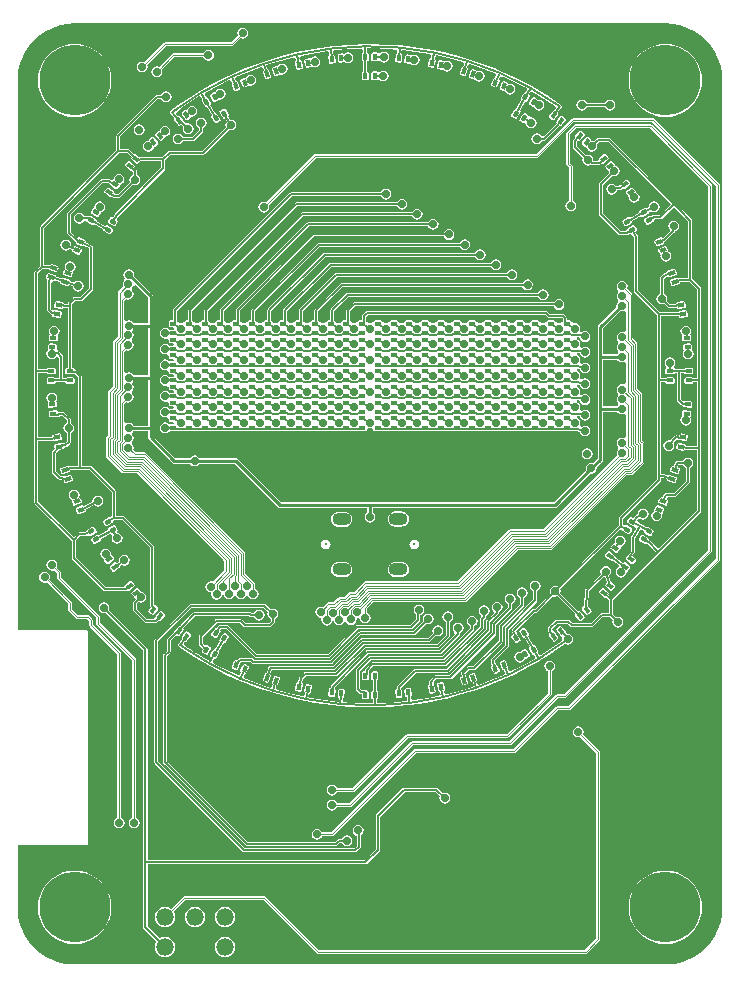
<source format=gbr>
%TF.GenerationSoftware,Altium Limited,Altium Designer,25.4.2 (15)*%
G04 Layer_Physical_Order=1*
G04 Layer_Color=255*
%FSLAX45Y45*%
%MOMM*%
%TF.SameCoordinates,81630B90-A891-4B4D-9F54-97E9C8775566*%
%TF.FilePolarity,Positive*%
%TF.FileFunction,Copper,L1,Top,Signal*%
%TF.Part,Single*%
G01*
G75*
%TA.AperFunction,Conductor*%
%ADD10C,0.12700*%
%ADD11C,0.15240*%
%TA.AperFunction,SMDPad,CuDef*%
G04:AMPARAMS|DCode=12|XSize=0.35mm|YSize=0.55mm|CornerRadius=0.0175mm|HoleSize=0mm|Usage=FLASHONLY|Rotation=42.000|XOffset=0mm|YOffset=0mm|HoleType=Round|Shape=RoundedRectangle|*
%AMROUNDEDRECTD12*
21,1,0.35000,0.51500,0,0,42.0*
21,1,0.31500,0.55000,0,0,42.0*
1,1,0.03500,0.28935,-0.08597*
1,1,0.03500,0.05526,-0.29675*
1,1,0.03500,-0.28935,0.08597*
1,1,0.03500,-0.05526,0.29675*
%
%ADD12ROUNDEDRECTD12*%
G04:AMPARAMS|DCode=13|XSize=0.35mm|YSize=0.55mm|CornerRadius=0.0175mm|HoleSize=0mm|Usage=FLASHONLY|Rotation=48.000|XOffset=0mm|YOffset=0mm|HoleType=Round|Shape=RoundedRectangle|*
%AMROUNDEDRECTD13*
21,1,0.35000,0.51500,0,0,48.0*
21,1,0.31500,0.55000,0,0,48.0*
1,1,0.03500,0.29675,-0.05526*
1,1,0.03500,0.08597,-0.28935*
1,1,0.03500,-0.29675,0.05526*
1,1,0.03500,-0.08597,0.28935*
%
%ADD13ROUNDEDRECTD13*%
G04:AMPARAMS|DCode=14|XSize=0.35mm|YSize=0.55mm|CornerRadius=0.0175mm|HoleSize=0mm|Usage=FLASHONLY|Rotation=126.000|XOffset=0mm|YOffset=0mm|HoleType=Round|Shape=RoundedRectangle|*
%AMROUNDEDRECTD14*
21,1,0.35000,0.51500,0,0,126.0*
21,1,0.31500,0.55000,0,0,126.0*
1,1,0.03500,0.11575,0.27878*
1,1,0.03500,0.30090,0.02393*
1,1,0.03500,-0.11575,-0.27878*
1,1,0.03500,-0.30090,-0.02393*
%
%ADD14ROUNDEDRECTD14*%
G04:AMPARAMS|DCode=15|XSize=0.35mm|YSize=0.55mm|CornerRadius=0.0175mm|HoleSize=0mm|Usage=FLASHONLY|Rotation=132.000|XOffset=0mm|YOffset=0mm|HoleType=Round|Shape=RoundedRectangle|*
%AMROUNDEDRECTD15*
21,1,0.35000,0.51500,0,0,132.0*
21,1,0.31500,0.55000,0,0,132.0*
1,1,0.03500,0.08597,0.28935*
1,1,0.03500,0.29675,0.05526*
1,1,0.03500,-0.08597,-0.28935*
1,1,0.03500,-0.29675,-0.05526*
%
%ADD15ROUNDEDRECTD15*%
G04:AMPARAMS|DCode=16|XSize=0.35mm|YSize=0.55mm|CornerRadius=0.0175mm|HoleSize=0mm|Usage=FLASHONLY|Rotation=138.000|XOffset=0mm|YOffset=0mm|HoleType=Round|Shape=RoundedRectangle|*
%AMROUNDEDRECTD16*
21,1,0.35000,0.51500,0,0,138.0*
21,1,0.31500,0.55000,0,0,138.0*
1,1,0.03500,0.05526,0.29675*
1,1,0.03500,0.28935,0.08597*
1,1,0.03500,-0.05526,-0.29675*
1,1,0.03500,-0.28935,-0.08597*
%
%ADD16ROUNDEDRECTD16*%
G04:AMPARAMS|DCode=17|XSize=0.35mm|YSize=0.55mm|CornerRadius=0.0175mm|HoleSize=0mm|Usage=FLASHONLY|Rotation=270.000|XOffset=0mm|YOffset=0mm|HoleType=Round|Shape=RoundedRectangle|*
%AMROUNDEDRECTD17*
21,1,0.35000,0.51500,0,0,270.0*
21,1,0.31500,0.55000,0,0,270.0*
1,1,0.03500,-0.25750,-0.15750*
1,1,0.03500,-0.25750,0.15750*
1,1,0.03500,0.25750,0.15750*
1,1,0.03500,0.25750,-0.15750*
%
%ADD17ROUNDEDRECTD17*%
G04:AMPARAMS|DCode=18|XSize=0.35mm|YSize=0.55mm|CornerRadius=0.0175mm|HoleSize=0mm|Usage=FLASHONLY|Rotation=342.000|XOffset=0mm|YOffset=0mm|HoleType=Round|Shape=RoundedRectangle|*
%AMROUNDEDRECTD18*
21,1,0.35000,0.51500,0,0,342.0*
21,1,0.31500,0.55000,0,0,342.0*
1,1,0.03500,0.07022,-0.29357*
1,1,0.03500,-0.22936,-0.19623*
1,1,0.03500,-0.07022,0.29357*
1,1,0.03500,0.22936,0.19623*
%
%ADD18ROUNDEDRECTD18*%
G04:AMPARAMS|DCode=19|XSize=0.35mm|YSize=0.55mm|CornerRadius=0.0175mm|HoleSize=0mm|Usage=FLASHONLY|Rotation=150.000|XOffset=0mm|YOffset=0mm|HoleType=Round|Shape=RoundedRectangle|*
%AMROUNDEDRECTD19*
21,1,0.35000,0.51500,0,0,150.0*
21,1,0.31500,0.55000,0,0,150.0*
1,1,0.03500,-0.00765,0.30175*
1,1,0.03500,0.26515,0.14425*
1,1,0.03500,0.00765,-0.30175*
1,1,0.03500,-0.26515,-0.14425*
%
%ADD19ROUNDEDRECTD19*%
G04:AMPARAMS|DCode=20|XSize=0.35mm|YSize=0.55mm|CornerRadius=0.0175mm|HoleSize=0mm|Usage=FLASHONLY|Rotation=234.000|XOffset=0mm|YOffset=0mm|HoleType=Round|Shape=RoundedRectangle|*
%AMROUNDEDRECTD20*
21,1,0.35000,0.51500,0,0,234.0*
21,1,0.31500,0.55000,0,0,234.0*
1,1,0.03500,-0.30090,0.02393*
1,1,0.03500,-0.11575,0.27878*
1,1,0.03500,0.30090,-0.02393*
1,1,0.03500,0.11575,-0.27878*
%
%ADD20ROUNDEDRECTD20*%
G04:AMPARAMS|DCode=21|XSize=0.35mm|YSize=0.55mm|CornerRadius=0.0175mm|HoleSize=0mm|Usage=FLASHONLY|Rotation=240.000|XOffset=0mm|YOffset=0mm|HoleType=Round|Shape=RoundedRectangle|*
%AMROUNDEDRECTD21*
21,1,0.35000,0.51500,0,0,240.0*
21,1,0.31500,0.55000,0,0,240.0*
1,1,0.03500,-0.30175,-0.00765*
1,1,0.03500,-0.14425,0.26515*
1,1,0.03500,0.30175,0.00765*
1,1,0.03500,0.14425,-0.26515*
%
%ADD21ROUNDEDRECTD21*%
G04:AMPARAMS|DCode=22|XSize=0.35mm|YSize=0.55mm|CornerRadius=0.0175mm|HoleSize=0mm|Usage=FLASHONLY|Rotation=246.000|XOffset=0mm|YOffset=0mm|HoleType=Round|Shape=RoundedRectangle|*
%AMROUNDEDRECTD22*
21,1,0.35000,0.51500,0,0,246.0*
21,1,0.31500,0.55000,0,0,246.0*
1,1,0.03500,-0.29930,-0.03915*
1,1,0.03500,-0.17118,0.24862*
1,1,0.03500,0.29930,0.03915*
1,1,0.03500,0.17118,-0.24862*
%
%ADD22ROUNDEDRECTD22*%
G04:AMPARAMS|DCode=23|XSize=0.35mm|YSize=0.55mm|CornerRadius=0.0175mm|HoleSize=0mm|Usage=FLASHONLY|Rotation=120.000|XOffset=0mm|YOffset=0mm|HoleType=Round|Shape=RoundedRectangle|*
%AMROUNDEDRECTD23*
21,1,0.35000,0.51500,0,0,120.0*
21,1,0.31500,0.55000,0,0,120.0*
1,1,0.03500,0.14425,0.26515*
1,1,0.03500,0.30175,-0.00765*
1,1,0.03500,-0.14425,-0.26515*
1,1,0.03500,-0.30175,0.00765*
%
%ADD23ROUNDEDRECTD23*%
G04:AMPARAMS|DCode=24|XSize=0.35mm|YSize=0.55mm|CornerRadius=0.0175mm|HoleSize=0mm|Usage=FLASHONLY|Rotation=114.000|XOffset=0mm|YOffset=0mm|HoleType=Round|Shape=RoundedRectangle|*
%AMROUNDEDRECTD24*
21,1,0.35000,0.51500,0,0,114.0*
21,1,0.31500,0.55000,0,0,114.0*
1,1,0.03500,0.17118,0.24862*
1,1,0.03500,0.29930,-0.03915*
1,1,0.03500,-0.17118,-0.24862*
1,1,0.03500,-0.29930,0.03915*
%
%ADD24ROUNDEDRECTD24*%
G04:AMPARAMS|DCode=25|XSize=0.35mm|YSize=0.55mm|CornerRadius=0.0175mm|HoleSize=0mm|Usage=FLASHONLY|Rotation=120.000|XOffset=0mm|YOffset=0mm|HoleType=Round|Shape=RoundedRectangle|*
%AMROUNDEDRECTD25*
21,1,0.35000,0.51500,0,0,120.0*
21,1,0.31500,0.55000,0,0,120.0*
1,1,0.03500,0.14425,0.26515*
1,1,0.03500,0.30175,-0.00765*
1,1,0.03500,-0.14425,-0.26515*
1,1,0.03500,-0.30175,0.00765*
%
%ADD25ROUNDEDRECTD25*%
G04:AMPARAMS|DCode=26|XSize=0.35mm|YSize=0.55mm|CornerRadius=0.0175mm|HoleSize=0mm|Usage=FLASHONLY|Rotation=252.000|XOffset=0mm|YOffset=0mm|HoleType=Round|Shape=RoundedRectangle|*
%AMROUNDEDRECTD26*
21,1,0.35000,0.51500,0,0,252.0*
21,1,0.31500,0.55000,0,0,252.0*
1,1,0.03500,-0.29357,-0.07022*
1,1,0.03500,-0.19623,0.22936*
1,1,0.03500,0.29357,0.07022*
1,1,0.03500,0.19623,-0.22936*
%
%ADD26ROUNDEDRECTD26*%
G04:AMPARAMS|DCode=27|XSize=0.35mm|YSize=0.55mm|CornerRadius=0.0175mm|HoleSize=0mm|Usage=FLASHONLY|Rotation=252.000|XOffset=0mm|YOffset=0mm|HoleType=Round|Shape=RoundedRectangle|*
%AMROUNDEDRECTD27*
21,1,0.35000,0.51500,0,0,252.0*
21,1,0.31500,0.55000,0,0,252.0*
1,1,0.03500,-0.29357,-0.07022*
1,1,0.03500,-0.19623,0.22936*
1,1,0.03500,0.29357,0.07022*
1,1,0.03500,0.19623,-0.22936*
%
%ADD27ROUNDEDRECTD27*%
G04:AMPARAMS|DCode=28|XSize=0.35mm|YSize=0.55mm|CornerRadius=0.0175mm|HoleSize=0mm|Usage=FLASHONLY|Rotation=258.000|XOffset=0mm|YOffset=0mm|HoleType=Round|Shape=RoundedRectangle|*
%AMROUNDEDRECTD28*
21,1,0.35000,0.51500,0,0,258.0*
21,1,0.31500,0.55000,0,0,258.0*
1,1,0.03500,-0.28462,-0.10052*
1,1,0.03500,-0.21913,0.20760*
1,1,0.03500,0.28462,0.10052*
1,1,0.03500,0.21913,-0.20760*
%
%ADD28ROUNDEDRECTD28*%
G04:AMPARAMS|DCode=29|XSize=0.35mm|YSize=0.55mm|CornerRadius=0.0175mm|HoleSize=0mm|Usage=FLASHONLY|Rotation=108.000|XOffset=0mm|YOffset=0mm|HoleType=Round|Shape=RoundedRectangle|*
%AMROUNDEDRECTD29*
21,1,0.35000,0.51500,0,0,108.0*
21,1,0.31500,0.55000,0,0,108.0*
1,1,0.03500,0.19623,0.22936*
1,1,0.03500,0.29357,-0.07022*
1,1,0.03500,-0.19623,-0.22936*
1,1,0.03500,-0.29357,0.07022*
%
%ADD29ROUNDEDRECTD29*%
G04:AMPARAMS|DCode=30|XSize=0.35mm|YSize=0.55mm|CornerRadius=0.0175mm|HoleSize=0mm|Usage=FLASHONLY|Rotation=96.000|XOffset=0mm|YOffset=0mm|HoleType=Round|Shape=RoundedRectangle|*
%AMROUNDEDRECTD30*
21,1,0.35000,0.51500,0,0,96.0*
21,1,0.31500,0.55000,0,0,96.0*
1,1,0.03500,0.23963,0.18355*
1,1,0.03500,0.27255,-0.12972*
1,1,0.03500,-0.23963,-0.18355*
1,1,0.03500,-0.27255,0.12972*
%
%ADD30ROUNDEDRECTD30*%
G04:AMPARAMS|DCode=31|XSize=0.35mm|YSize=0.55mm|CornerRadius=0.0175mm|HoleSize=0mm|Usage=FLASHONLY|Rotation=102.000|XOffset=0mm|YOffset=0mm|HoleType=Round|Shape=RoundedRectangle|*
%AMROUNDEDRECTD31*
21,1,0.35000,0.51500,0,0,102.0*
21,1,0.31500,0.55000,0,0,102.0*
1,1,0.03500,0.21913,0.20760*
1,1,0.03500,0.28462,-0.10052*
1,1,0.03500,-0.21913,-0.20760*
1,1,0.03500,-0.28462,0.10052*
%
%ADD31ROUNDEDRECTD31*%
G04:AMPARAMS|DCode=32|XSize=0.35mm|YSize=0.55mm|CornerRadius=0.0175mm|HoleSize=0mm|Usage=FLASHONLY|Rotation=264.000|XOffset=0mm|YOffset=0mm|HoleType=Round|Shape=RoundedRectangle|*
%AMROUNDEDRECTD32*
21,1,0.35000,0.51500,0,0,264.0*
21,1,0.31500,0.55000,0,0,264.0*
1,1,0.03500,-0.27255,-0.12972*
1,1,0.03500,-0.23963,0.18355*
1,1,0.03500,0.27255,0.12972*
1,1,0.03500,0.23963,-0.18355*
%
%ADD32ROUNDEDRECTD32*%
G04:AMPARAMS|DCode=33|XSize=0.35mm|YSize=0.55mm|CornerRadius=0.0175mm|HoleSize=0mm|Usage=FLASHONLY|Rotation=36.000|XOffset=0mm|YOffset=0mm|HoleType=Round|Shape=RoundedRectangle|*
%AMROUNDEDRECTD33*
21,1,0.35000,0.51500,0,0,36.0*
21,1,0.31500,0.55000,0,0,36.0*
1,1,0.03500,0.27878,-0.11575*
1,1,0.03500,0.02393,-0.30090*
1,1,0.03500,-0.27878,0.11575*
1,1,0.03500,-0.02393,0.30090*
%
%ADD33ROUNDEDRECTD33*%
G04:AMPARAMS|DCode=34|XSize=0.35mm|YSize=0.55mm|CornerRadius=0.0175mm|HoleSize=0mm|Usage=FLASHONLY|Rotation=30.000|XOffset=0mm|YOffset=0mm|HoleType=Round|Shape=RoundedRectangle|*
%AMROUNDEDRECTD34*
21,1,0.35000,0.51500,0,0,30.0*
21,1,0.31500,0.55000,0,0,30.0*
1,1,0.03500,0.26515,-0.14425*
1,1,0.03500,-0.00765,-0.30175*
1,1,0.03500,-0.26515,0.14425*
1,1,0.03500,0.00765,0.30175*
%
%ADD34ROUNDEDRECTD34*%
G04:AMPARAMS|DCode=35|XSize=0.35mm|YSize=0.55mm|CornerRadius=0.0175mm|HoleSize=0mm|Usage=FLASHONLY|Rotation=24.000|XOffset=0mm|YOffset=0mm|HoleType=Round|Shape=RoundedRectangle|*
%AMROUNDEDRECTD35*
21,1,0.35000,0.51500,0,0,24.0*
21,1,0.31500,0.55000,0,0,24.0*
1,1,0.03500,0.24862,-0.17118*
1,1,0.03500,-0.03915,-0.29930*
1,1,0.03500,-0.24862,0.17118*
1,1,0.03500,0.03915,0.29930*
%
%ADD35ROUNDEDRECTD35*%
G04:AMPARAMS|DCode=36|XSize=0.35mm|YSize=0.55mm|CornerRadius=0.0175mm|HoleSize=0mm|Usage=FLASHONLY|Rotation=18.000|XOffset=0mm|YOffset=0mm|HoleType=Round|Shape=RoundedRectangle|*
%AMROUNDEDRECTD36*
21,1,0.35000,0.51500,0,0,18.0*
21,1,0.31500,0.55000,0,0,18.0*
1,1,0.03500,0.22936,-0.19623*
1,1,0.03500,-0.07022,-0.29357*
1,1,0.03500,-0.22936,0.19623*
1,1,0.03500,0.07022,0.29357*
%
%ADD36ROUNDEDRECTD36*%
G04:AMPARAMS|DCode=37|XSize=0.35mm|YSize=0.55mm|CornerRadius=0.0175mm|HoleSize=0mm|Usage=FLASHONLY|Rotation=12.000|XOffset=0mm|YOffset=0mm|HoleType=Round|Shape=RoundedRectangle|*
%AMROUNDEDRECTD37*
21,1,0.35000,0.51500,0,0,12.0*
21,1,0.31500,0.55000,0,0,12.0*
1,1,0.03500,0.20760,-0.21913*
1,1,0.03500,-0.10052,-0.28462*
1,1,0.03500,-0.20760,0.21913*
1,1,0.03500,0.10052,0.28462*
%
%ADD37ROUNDEDRECTD37*%
G04:AMPARAMS|DCode=38|XSize=0.35mm|YSize=0.55mm|CornerRadius=0.0175mm|HoleSize=0mm|Usage=FLASHONLY|Rotation=6.000|XOffset=0mm|YOffset=0mm|HoleType=Round|Shape=RoundedRectangle|*
%AMROUNDEDRECTD38*
21,1,0.35000,0.51500,0,0,6.0*
21,1,0.31500,0.55000,0,0,6.0*
1,1,0.03500,0.18355,-0.23963*
1,1,0.03500,-0.12972,-0.27255*
1,1,0.03500,-0.18355,0.23963*
1,1,0.03500,0.12972,0.27255*
%
%ADD38ROUNDEDRECTD38*%
G04:AMPARAMS|DCode=39|XSize=0.35mm|YSize=0.55mm|CornerRadius=0.0175mm|HoleSize=0mm|Usage=FLASHONLY|Rotation=0.000|XOffset=0mm|YOffset=0mm|HoleType=Round|Shape=RoundedRectangle|*
%AMROUNDEDRECTD39*
21,1,0.35000,0.51500,0,0,0.0*
21,1,0.31500,0.55000,0,0,0.0*
1,1,0.03500,0.15750,-0.25750*
1,1,0.03500,-0.15750,-0.25750*
1,1,0.03500,-0.15750,0.25750*
1,1,0.03500,0.15750,0.25750*
%
%ADD39ROUNDEDRECTD39*%
G04:AMPARAMS|DCode=40|XSize=0.35mm|YSize=0.55mm|CornerRadius=0.0175mm|HoleSize=0mm|Usage=FLASHONLY|Rotation=354.000|XOffset=0mm|YOffset=0mm|HoleType=Round|Shape=RoundedRectangle|*
%AMROUNDEDRECTD40*
21,1,0.35000,0.51500,0,0,354.0*
21,1,0.31500,0.55000,0,0,354.0*
1,1,0.03500,0.12972,-0.27255*
1,1,0.03500,-0.18355,-0.23963*
1,1,0.03500,-0.12972,0.27255*
1,1,0.03500,0.18355,0.23963*
%
%ADD40ROUNDEDRECTD40*%
G04:AMPARAMS|DCode=41|XSize=0.35mm|YSize=0.55mm|CornerRadius=0.0175mm|HoleSize=0mm|Usage=FLASHONLY|Rotation=348.000|XOffset=0mm|YOffset=0mm|HoleType=Round|Shape=RoundedRectangle|*
%AMROUNDEDRECTD41*
21,1,0.35000,0.51500,0,0,348.0*
21,1,0.31500,0.55000,0,0,348.0*
1,1,0.03500,0.10052,-0.28462*
1,1,0.03500,-0.20760,-0.21913*
1,1,0.03500,-0.10052,0.28462*
1,1,0.03500,0.20760,0.21913*
%
%ADD41ROUNDEDRECTD41*%
G04:AMPARAMS|DCode=42|XSize=0.35mm|YSize=0.55mm|CornerRadius=0.0175mm|HoleSize=0mm|Usage=FLASHONLY|Rotation=336.000|XOffset=0mm|YOffset=0mm|HoleType=Round|Shape=RoundedRectangle|*
%AMROUNDEDRECTD42*
21,1,0.35000,0.51500,0,0,336.0*
21,1,0.31500,0.55000,0,0,336.0*
1,1,0.03500,0.03915,-0.29930*
1,1,0.03500,-0.24862,-0.17118*
1,1,0.03500,-0.03915,0.29930*
1,1,0.03500,0.24862,0.17118*
%
%ADD42ROUNDEDRECTD42*%
G04:AMPARAMS|DCode=43|XSize=0.35mm|YSize=0.55mm|CornerRadius=0.0175mm|HoleSize=0mm|Usage=FLASHONLY|Rotation=324.000|XOffset=0mm|YOffset=0mm|HoleType=Round|Shape=RoundedRectangle|*
%AMROUNDEDRECTD43*
21,1,0.35000,0.51500,0,0,324.0*
21,1,0.31500,0.55000,0,0,324.0*
1,1,0.03500,-0.02393,-0.30090*
1,1,0.03500,-0.27878,-0.11575*
1,1,0.03500,0.02393,0.30090*
1,1,0.03500,0.27878,0.11575*
%
%ADD43ROUNDEDRECTD43*%
G04:AMPARAMS|DCode=44|XSize=0.35mm|YSize=0.55mm|CornerRadius=0.0175mm|HoleSize=0mm|Usage=FLASHONLY|Rotation=150.000|XOffset=0mm|YOffset=0mm|HoleType=Round|Shape=RoundedRectangle|*
%AMROUNDEDRECTD44*
21,1,0.35000,0.51500,0,0,150.0*
21,1,0.31500,0.55000,0,0,150.0*
1,1,0.03500,-0.00765,0.30175*
1,1,0.03500,0.26515,0.14425*
1,1,0.03500,0.00765,-0.30175*
1,1,0.03500,-0.26515,-0.14425*
%
%ADD44ROUNDEDRECTD44*%
%TA.AperFunction,Conductor*%
%ADD45C,0.10160*%
%ADD46C,0.25400*%
%ADD47C,0.17780*%
%ADD48C,0.10159*%
%TA.AperFunction,ComponentPad*%
%ADD49C,0.56000*%
G04:AMPARAMS|DCode=50|XSize=1.5mm|YSize=1.45mm|CornerRadius=0.3625mm|HoleSize=0mm|Usage=FLASHONLY|Rotation=180.000|XOffset=0mm|YOffset=0mm|HoleType=Round|Shape=RoundedRectangle|*
%AMROUNDEDRECTD50*
21,1,1.50000,0.72500,0,0,180.0*
21,1,0.77500,1.45000,0,0,180.0*
1,1,0.72500,-0.38750,0.36250*
1,1,0.72500,0.38750,0.36250*
1,1,0.72500,0.38750,-0.36250*
1,1,0.72500,-0.38750,-0.36250*
%
%ADD50ROUNDEDRECTD50*%
%ADD51O,1.50000X1.45000*%
%ADD52O,1.60000X1.10000*%
%ADD53C,0.32500*%
%TA.AperFunction,WasherPad*%
%ADD54C,6.00000*%
%TA.AperFunction,ViaPad*%
%ADD55C,0.70000*%
%ADD56C,1.50000*%
G36*
X500002Y7983502D02*
X5500002D01*
X5502138Y7984387D01*
X5563243Y7980382D01*
X5625405Y7968018D01*
X5685420Y7947645D01*
X5742263Y7919613D01*
X5794961Y7884401D01*
X5842612Y7842612D01*
X5884401Y7794962D01*
X5919613Y7742264D01*
X5947645Y7685420D01*
X5968017Y7625405D01*
X5980382Y7563243D01*
X5983365Y7517723D01*
X5983504Y7500000D01*
X5983505Y7499997D01*
X5983505Y7482220D01*
X5983506Y500006D01*
X5983504Y500000D01*
X5983504D01*
X5983366Y482277D01*
X5980382Y436757D01*
X5968018Y374595D01*
X5947645Y314580D01*
X5919613Y257737D01*
X5884401Y205039D01*
X5842612Y157388D01*
X5794961Y115599D01*
X5742264Y80387D01*
X5685420Y52355D01*
X5625405Y31983D01*
X5563243Y19618D01*
X5502176Y15616D01*
X5500000Y16517D01*
X500000D01*
X497823Y15615D01*
X436757Y19618D01*
X374595Y31982D01*
X314580Y52355D01*
X257737Y80387D01*
X205039Y115599D01*
X157388Y157388D01*
X115599Y205038D01*
X80387Y257736D01*
X52355Y314580D01*
X31983Y374595D01*
X19618Y436757D01*
X16634Y482277D01*
X16496Y500000D01*
X16495Y500003D01*
X16495Y517780D01*
Y1024483D01*
X600080D01*
X607856Y1027704D01*
X611077Y1035480D01*
Y2835480D01*
X607856Y2843256D01*
X600080Y2846477D01*
X16494D01*
X16493Y7499994D01*
X16496Y7500000D01*
X16496D01*
X16634Y7517723D01*
X19618Y7563243D01*
X31982Y7625405D01*
X52355Y7685420D01*
X80387Y7742263D01*
X115599Y7794961D01*
X157388Y7842612D01*
X205038Y7884401D01*
X257736Y7919613D01*
X314580Y7947645D01*
X374595Y7968017D01*
X436757Y7980382D01*
X497866Y7984387D01*
X500002Y7983502D01*
D02*
G37*
%LPC*%
G36*
X1921202Y7947169D02*
X1903582Y7943664D01*
X1888644Y7933683D01*
X1878663Y7918745D01*
X1875158Y7901124D01*
X1878663Y7883504D01*
X1879300Y7882550D01*
X1822052Y7825302D01*
X1266191D01*
X1254527Y7820471D01*
X1090571Y7656515D01*
X1089618Y7657152D01*
X1071997Y7660657D01*
X1054377Y7657152D01*
X1039439Y7647171D01*
X1029457Y7632233D01*
X1025952Y7614612D01*
X1029457Y7596992D01*
X1039439Y7582054D01*
X1054377Y7572073D01*
X1071997Y7568568D01*
X1089618Y7572073D01*
X1104556Y7582054D01*
X1114537Y7596992D01*
X1118042Y7614612D01*
X1114537Y7632233D01*
X1113899Y7633186D01*
X1273024Y7792311D01*
X1828885D01*
X1840549Y7797142D01*
X1902628Y7859222D01*
X1903582Y7858585D01*
X1921202Y7855080D01*
X1938823Y7858585D01*
X1953761Y7868566D01*
X1963742Y7883504D01*
X1967247Y7901124D01*
X1963742Y7918745D01*
X1953761Y7933683D01*
X1938823Y7943664D01*
X1921202Y7947169D01*
D02*
G37*
G36*
X3000003Y7808885D02*
X2960181Y7807768D01*
X2959823Y7807839D01*
X2959345Y7807744D01*
X2842508Y7804466D01*
X2685508Y7791223D01*
X2529498Y7769198D01*
X2374968Y7738461D01*
X2374357Y7738303D01*
X2222404Y7699106D01*
X2072287Y7651260D01*
X1925090Y7595071D01*
X1821307Y7548632D01*
X1820823Y7548536D01*
X1820277Y7548171D01*
X1781274Y7530718D01*
X1641293Y7458402D01*
X1563947Y7412777D01*
X1563545Y7412697D01*
X1561536Y7411355D01*
X1505587Y7378351D01*
X1374582Y7290817D01*
X1316796Y7247328D01*
X1316770Y7247332D01*
X1316769Y7247331D01*
X1314625Y7245899D01*
X1310697Y7240019D01*
X1310696Y7240017D01*
X1309316Y7233082D01*
X1309315Y7233080D01*
X1309413Y7232591D01*
X1309413Y7232591D01*
X1309414Y7232587D01*
X1310696Y7226143D01*
X1314626Y7220261D01*
X1317286Y7218484D01*
X1344420Y7181621D01*
X1340011Y7174426D01*
X1342314Y7164832D01*
X1372585Y7123168D01*
X1380997Y7118013D01*
X1390591Y7120316D01*
X1401509Y7128248D01*
X1419235Y7110522D01*
X1418789Y7109854D01*
X1415284Y7092234D01*
X1418789Y7074613D01*
X1428770Y7059675D01*
X1443708Y7049694D01*
X1461328Y7046189D01*
X1478949Y7049694D01*
X1493887Y7059675D01*
X1503868Y7074613D01*
X1507373Y7092234D01*
X1503868Y7109854D01*
X1493887Y7124792D01*
X1478949Y7134774D01*
X1461328Y7138279D01*
X1443708Y7134774D01*
X1443041Y7134328D01*
X1414667Y7162701D01*
X1388656Y7198502D01*
X1380244Y7203657D01*
X1371541Y7201568D01*
X1359689Y7217669D01*
X1362363Y7235247D01*
X1425206Y7281488D01*
X1554132Y7364845D01*
X1571417Y7360679D01*
X1581678Y7342919D01*
X1576392Y7336030D01*
X1577680Y7326248D01*
X1603430Y7281648D01*
X1611257Y7275642D01*
X1619877Y7276776D01*
X1661685Y7204364D01*
X1656392Y7197466D01*
X1657680Y7187684D01*
X1683430Y7143085D01*
X1691257Y7137078D01*
X1701040Y7138366D01*
X1728319Y7154116D01*
X1734325Y7161944D01*
X1733038Y7171726D01*
X1707288Y7216325D01*
X1699460Y7222332D01*
X1690841Y7221197D01*
X1649033Y7293610D01*
X1654325Y7300507D01*
X1653038Y7310289D01*
X1627288Y7354889D01*
X1619460Y7360895D01*
X1610830Y7359759D01*
X1600581Y7377500D01*
X1605267Y7394651D01*
X1711691Y7454674D01*
X1808940Y7502025D01*
X1825683Y7496043D01*
X1834002Y7477971D01*
X1828374Y7472040D01*
X1828632Y7462177D01*
X1849579Y7415130D01*
X1856736Y7408338D01*
X1866599Y7408596D01*
X1895375Y7421408D01*
X1902167Y7428565D01*
X1901909Y7438428D01*
X1880962Y7485476D01*
X1873805Y7492267D01*
X1864595Y7492026D01*
X1855605Y7511556D01*
X1866722Y7529834D01*
X2016962Y7592066D01*
X2076807Y7612717D01*
X2092790Y7604928D01*
X2099255Y7586148D01*
X2093190Y7580968D01*
X2092416Y7571131D01*
X2108330Y7522152D01*
X2114738Y7514650D01*
X2124574Y7513876D01*
X2154532Y7523610D01*
X2162034Y7530017D01*
X2162808Y7539853D01*
X2146894Y7588832D01*
X2140486Y7596335D01*
X2131100Y7597074D01*
X2120521Y7627802D01*
X2175261Y7646691D01*
X2336569Y7691659D01*
X2366490Y7698082D01*
X2374215Y7665927D01*
X2367942Y7661615D01*
X2366144Y7651914D01*
X2376852Y7601540D01*
X2382440Y7593408D01*
X2392142Y7591610D01*
X2422953Y7598160D01*
X2431084Y7603748D01*
X2432882Y7613449D01*
X2422174Y7663824D01*
X2416586Y7671955D01*
X2406963Y7673739D01*
X2402390Y7692774D01*
X2411862Y7707822D01*
X2500298Y7726806D01*
X2640175Y7748094D01*
X2654324Y7737327D01*
X2656752Y7716975D01*
X2649619Y7713102D01*
X2646816Y7703642D01*
X2652199Y7652424D01*
X2656907Y7643753D01*
X2666368Y7640951D01*
X2697695Y7644244D01*
X2706366Y7648952D01*
X2709168Y7658412D01*
X2703785Y7709629D01*
X2699077Y7718300D01*
X2690185Y7720934D01*
X2687768Y7741194D01*
X2698958Y7755011D01*
X2832621Y7767157D01*
X2930279Y7770108D01*
X2943053Y7757739D01*
X2943091Y7738161D01*
X2935135Y7734865D01*
X2931359Y7725750D01*
Y7674250D01*
X2935135Y7665135D01*
X2943167Y7661808D01*
X2943167Y7578192D01*
X2935134Y7574865D01*
X2931358Y7565749D01*
Y7514250D01*
X2935134Y7505134D01*
X2944250Y7501359D01*
X2975749D01*
X2984865Y7505134D01*
X2988640Y7514250D01*
Y7565749D01*
X2984865Y7574865D01*
X2976834Y7578191D01*
X2976834Y7661808D01*
X2984866Y7665135D01*
X2988641Y7674250D01*
Y7725750D01*
X2984866Y7734865D01*
X2976758Y7738224D01*
X2976692Y7771510D01*
X3000003Y7772215D01*
X3167386Y7767157D01*
X3231753Y7761308D01*
X3228959Y7728914D01*
X3221361Y7726664D01*
X3216653Y7717993D01*
X3211270Y7666775D01*
X3214072Y7657315D01*
X3222743Y7652607D01*
X3254070Y7649315D01*
X3263530Y7652117D01*
X3268238Y7660788D01*
X3273621Y7712005D01*
X3270819Y7721465D01*
X3262498Y7725984D01*
X3264199Y7745706D01*
X3277831Y7757121D01*
X3334157Y7752002D01*
X3499709Y7726806D01*
X3509254Y7724757D01*
X3518806Y7709760D01*
X3514348Y7690289D01*
X3505163Y7688587D01*
X3499575Y7680456D01*
X3488867Y7630082D01*
X3490665Y7620380D01*
X3498796Y7614792D01*
X3529608Y7608243D01*
X3539309Y7610041D01*
X3544897Y7618172D01*
X3555605Y7668546D01*
X3553807Y7678248D01*
X3547173Y7682807D01*
X3554551Y7715033D01*
X3663438Y7691659D01*
X3789686Y7656465D01*
X3798114Y7640809D01*
X3791976Y7621729D01*
X3783430Y7621056D01*
X3777022Y7613554D01*
X3761108Y7564575D01*
X3761882Y7554739D01*
X3769385Y7548331D01*
X3799343Y7538597D01*
X3809179Y7539371D01*
X3815587Y7546874D01*
X3831501Y7595853D01*
X3830727Y7605689D01*
X3824024Y7611414D01*
X3830419Y7631294D01*
X3846322Y7639246D01*
X3983044Y7592066D01*
X4062196Y7559280D01*
X4068916Y7542819D01*
X4061148Y7524597D01*
X4053112Y7524807D01*
X4045955Y7518015D01*
X4025009Y7470968D01*
X4024750Y7461105D01*
X4031542Y7453948D01*
X4060318Y7441136D01*
X4070182Y7440878D01*
X4077339Y7447670D01*
X4098285Y7494717D01*
X4098543Y7504580D01*
X4092105Y7511364D01*
X4104978Y7541559D01*
X4137756Y7527982D01*
X4288316Y7454674D01*
X4326508Y7433134D01*
X4330968Y7415923D01*
X4320969Y7399617D01*
X4311257Y7400896D01*
X4303429Y7394889D01*
X4277680Y7350289D01*
X4276392Y7340507D01*
X4281685Y7333609D01*
X4239878Y7261197D01*
X4231257Y7262332D01*
X4223430Y7256326D01*
X4197680Y7211726D01*
X4196392Y7201944D01*
X4202399Y7194116D01*
X4229678Y7178366D01*
X4239460Y7177079D01*
X4247288Y7183085D01*
X4273038Y7227685D01*
X4274325Y7237467D01*
X4269034Y7244363D01*
X4310842Y7316777D01*
X4319460Y7315642D01*
X4327288Y7321648D01*
X4353037Y7366248D01*
X4354325Y7376030D01*
X4349696Y7382062D01*
X4367008Y7410292D01*
X4434175Y7372409D01*
X4567516Y7286198D01*
X4574252Y7264888D01*
X4562908Y7248789D01*
X4555037Y7250679D01*
X4546624Y7245523D01*
X4516353Y7203859D01*
X4514050Y7194266D01*
X4519206Y7185853D01*
X4544689Y7167338D01*
X4554283Y7165034D01*
X4562696Y7170190D01*
X4592966Y7211854D01*
X4595270Y7221448D01*
X4590412Y7229374D01*
X4616770Y7266782D01*
X4619147Y7268370D01*
X4623077Y7274251D01*
X4624457Y7281189D01*
X4623077Y7288126D01*
X4623070Y7288136D01*
X4619147Y7294008D01*
X4617049Y7296414D01*
X4617048Y7296413D01*
X4494420Y7378351D01*
X4371333Y7450959D01*
X4358714Y7458402D01*
X4218733Y7530718D01*
X4103970Y7582071D01*
D01*
X4087824Y7589296D01*
X4074917Y7595071D01*
X3927719Y7651260D01*
X3831240Y7682010D01*
X3830713Y7682363D01*
X3829175Y7682669D01*
X3777603Y7699106D01*
X3625039Y7738461D01*
X3545720Y7754238D01*
X3470509Y7769198D01*
X3314499Y7791223D01*
X3252254Y7796474D01*
X3250154Y7796891D01*
X3249305Y7796723D01*
X3157499Y7804466D01*
X3000003Y7808885D01*
D02*
G37*
G36*
X3117773Y7743474D02*
X3100152Y7739970D01*
X3085214Y7729988D01*
X3085067Y7729769D01*
X3065716Y7732811D01*
X3064865Y7734864D01*
X3055750Y7738640D01*
X3024250D01*
X3015134Y7734864D01*
X3011359Y7725749D01*
Y7674249D01*
X3015134Y7665134D01*
X3024250Y7661358D01*
X3055750D01*
X3064865Y7665134D01*
X3084466Y7665992D01*
X3085214Y7664871D01*
X3100152Y7654890D01*
X3117773Y7651385D01*
X3135393Y7654890D01*
X3150331Y7664871D01*
X3160312Y7679809D01*
X3163817Y7697430D01*
X3160312Y7715050D01*
X3150331Y7729988D01*
X3135393Y7739970D01*
X3117773Y7743474D01*
D02*
G37*
G36*
X2811658Y7739467D02*
X2794037Y7735962D01*
X2793611Y7735678D01*
X2778639Y7726665D01*
X2769179Y7729467D01*
X2737852Y7726174D01*
X2729181Y7721466D01*
X2726379Y7712006D01*
X2731762Y7660789D01*
X2736470Y7652118D01*
X2745930Y7649315D01*
X2777257Y7652608D01*
X2785090Y7656861D01*
X2794037Y7650883D01*
X2811658Y7647378D01*
X2829278Y7650883D01*
X2844216Y7660864D01*
X2854197Y7675802D01*
X2857702Y7693423D01*
X2854197Y7711043D01*
X2844216Y7725981D01*
X2829278Y7735962D01*
X2811658Y7739467D01*
D02*
G37*
G36*
X2531150Y7705025D02*
X2513530Y7701520D01*
X2498592Y7691539D01*
X2496628Y7688600D01*
X2494837Y7688588D01*
X2485135Y7690386D01*
X2454324Y7683837D01*
X2446193Y7678249D01*
X2444395Y7668548D01*
X2455103Y7618173D01*
X2460691Y7610042D01*
X2470392Y7608244D01*
X2501204Y7614793D01*
X2508496Y7619805D01*
X2513530Y7616441D01*
X2531150Y7612936D01*
X2548771Y7616441D01*
X2563709Y7626422D01*
X2573690Y7641360D01*
X2577195Y7658981D01*
X2573690Y7676601D01*
X2563709Y7691539D01*
X2548771Y7701520D01*
X2531150Y7705025D01*
D02*
G37*
G36*
X1632500Y7761045D02*
X1614879Y7757540D01*
X1599941Y7747559D01*
X1589960Y7732621D01*
X1589736Y7731496D01*
X1335000D01*
X1323336Y7726665D01*
X1213574Y7616902D01*
X1212620Y7617540D01*
X1195000Y7621045D01*
X1177379Y7617540D01*
X1162441Y7607559D01*
X1152460Y7592621D01*
X1148955Y7575000D01*
X1152460Y7557380D01*
X1162441Y7542442D01*
X1177379Y7532460D01*
X1195000Y7528955D01*
X1212620Y7532460D01*
X1227558Y7542442D01*
X1237540Y7557380D01*
X1241045Y7575000D01*
X1237540Y7592621D01*
X1236902Y7593574D01*
X1341833Y7698504D01*
X1589736D01*
X1589960Y7697380D01*
X1599941Y7682442D01*
X1614879Y7672460D01*
X1632500Y7668955D01*
X1650120Y7672460D01*
X1665058Y7682442D01*
X1675040Y7697380D01*
X1678545Y7715000D01*
X1675040Y7732621D01*
X1665058Y7747559D01*
X1650120Y7757540D01*
X1632500Y7761045D01*
D02*
G37*
G36*
X3310384Y7721103D02*
X3300923Y7718301D01*
X3296215Y7709629D01*
X3290832Y7658412D01*
X3293635Y7648952D01*
X3302306Y7644244D01*
X3333632Y7640951D01*
X3341746Y7643355D01*
X3343209Y7641165D01*
X3358147Y7631184D01*
X3375767Y7627679D01*
X3393388Y7631184D01*
X3408326Y7641165D01*
X3418307Y7656103D01*
X3421812Y7673723D01*
X3418307Y7691344D01*
X3408326Y7706282D01*
X3393388Y7716263D01*
X3375767Y7719768D01*
X3358147Y7716263D01*
X3352351Y7712390D01*
X3350381Y7713102D01*
X3341711Y7717810D01*
X3310384Y7721103D01*
D02*
G37*
G36*
X2255779Y7641451D02*
X2238159Y7637946D01*
X2223221Y7627965D01*
X2218687Y7621180D01*
X2216571Y7621055D01*
X2206735Y7621829D01*
X2176777Y7612095D01*
X2169274Y7605687D01*
X2168500Y7595851D01*
X2184414Y7546872D01*
X2190822Y7539369D01*
X2200659Y7538596D01*
X2230616Y7548329D01*
X2236908Y7553702D01*
X2238159Y7552867D01*
X2255779Y7549362D01*
X2273400Y7552867D01*
X2288338Y7562848D01*
X2298319Y7577786D01*
X2301824Y7595406D01*
X2298319Y7613027D01*
X2288338Y7627965D01*
X2273400Y7637946D01*
X2255779Y7641451D01*
D02*
G37*
G36*
X3110793Y7583627D02*
X3093173Y7580122D01*
X3084370Y7574240D01*
X3064866Y7574865D01*
X3055751Y7578641D01*
X3024251D01*
X3015135Y7574865D01*
X3011360Y7565750D01*
Y7514250D01*
X3015135Y7505135D01*
X3024251Y7501359D01*
X3055751D01*
X3064866Y7505135D01*
X3082801Y7501973D01*
X3093173Y7495043D01*
X3110793Y7491538D01*
X3128414Y7495043D01*
X3143352Y7505024D01*
X3153333Y7519962D01*
X3156838Y7537582D01*
X3153333Y7555203D01*
X3143352Y7570141D01*
X3128414Y7580122D01*
X3110793Y7583627D01*
D02*
G37*
G36*
X3593116Y7673754D02*
X3583414Y7671956D01*
X3577826Y7663824D01*
X3567119Y7613450D01*
X3568916Y7603749D01*
X3577048Y7598160D01*
X3607859Y7591611D01*
X3616624Y7593236D01*
X3620631Y7587240D01*
X3635569Y7577258D01*
X3653189Y7573753D01*
X3670810Y7577258D01*
X3685748Y7587240D01*
X3695729Y7602178D01*
X3699234Y7619798D01*
X3695729Y7637419D01*
X3685748Y7652357D01*
X3670810Y7662338D01*
X3653189Y7665843D01*
X3635569Y7662338D01*
X3635529Y7662311D01*
X3632058Y7661616D01*
X3623927Y7667205D01*
X3593116Y7673754D01*
D02*
G37*
G36*
X3869349Y7597108D02*
X3859513Y7596334D01*
X3853105Y7588831D01*
X3837191Y7539852D01*
X3837965Y7530016D01*
X3845468Y7523609D01*
X3875425Y7513875D01*
X3884243Y7514568D01*
X3890896Y7504611D01*
X3905834Y7494630D01*
X3923454Y7491125D01*
X3941075Y7494630D01*
X3956013Y7504611D01*
X3965994Y7519549D01*
X3969499Y7537170D01*
X3965994Y7554790D01*
X3956013Y7569728D01*
X3941075Y7579709D01*
X3923454Y7583214D01*
X3907922Y7580125D01*
X3906810Y7580967D01*
X3899307Y7587374D01*
X3869349Y7597108D01*
D02*
G37*
G36*
X1988562Y7549441D02*
X1970942Y7545936D01*
X1956004Y7535954D01*
X1948690Y7525008D01*
X1946887Y7524807D01*
X1937024Y7524548D01*
X1908247Y7511736D01*
X1901456Y7504579D01*
X1901714Y7494716D01*
X1922661Y7447669D01*
X1929818Y7440877D01*
X1939681Y7441136D01*
X1968457Y7453948D01*
X1974367Y7460175D01*
X1988562Y7457351D01*
X2006183Y7460856D01*
X2021121Y7470837D01*
X2031102Y7485775D01*
X2034607Y7503396D01*
X2031102Y7521016D01*
X2021121Y7535954D01*
X2006183Y7545936D01*
X1988562Y7549441D01*
D02*
G37*
G36*
X4126196Y7492267D02*
X4119039Y7485475D01*
X4098093Y7438428D01*
X4097834Y7428565D01*
X4104626Y7421408D01*
X4133402Y7408596D01*
X4141557Y7408382D01*
X4151044Y7394185D01*
X4165982Y7384204D01*
X4183602Y7380699D01*
X4201222Y7384204D01*
X4216160Y7394185D01*
X4226142Y7409123D01*
X4229647Y7426744D01*
X4226142Y7444364D01*
X4216160Y7459302D01*
X4201222Y7469283D01*
X4183602Y7472788D01*
X4173195Y7470718D01*
X4171627Y7472039D01*
X4164836Y7479196D01*
X4136060Y7492008D01*
X4126196Y7492267D01*
D02*
G37*
G36*
X1732427Y7430003D02*
X1714807Y7426498D01*
X1699869Y7416517D01*
X1698964Y7415162D01*
X1688743Y7400895D01*
X1678961Y7399607D01*
X1651681Y7383857D01*
X1645675Y7376029D01*
X1646963Y7366247D01*
X1672713Y7321648D01*
X1680540Y7315641D01*
X1690323Y7316929D01*
X1717602Y7332679D01*
X1723050Y7339779D01*
X1732427Y7337913D01*
X1750048Y7341418D01*
X1764986Y7351400D01*
X1774967Y7366338D01*
X1778472Y7383958D01*
X1774967Y7401579D01*
X1764986Y7416517D01*
X1750048Y7426498D01*
X1732427Y7430003D01*
D02*
G37*
G36*
X1274953Y7407234D02*
X1257333Y7403729D01*
X1242395Y7393748D01*
X1232414Y7378810D01*
X1232257Y7378023D01*
X1198184D01*
X1191742Y7376741D01*
X1186281Y7373092D01*
X858097Y7044908D01*
X854448Y7039447D01*
X853167Y7033005D01*
Y6909473D01*
X210597Y6266903D01*
X206948Y6261442D01*
X205667Y6255000D01*
Y5929473D01*
X163097Y5886903D01*
X159448Y5881442D01*
X158167Y5875000D01*
Y5040000D01*
Y4467223D01*
Y3926385D01*
X159448Y3919943D01*
X163097Y3914482D01*
X475667Y3601912D01*
Y3457500D01*
X476948Y3451058D01*
X480597Y3445597D01*
X744588Y3181606D01*
X750049Y3177957D01*
X756491Y3176675D01*
X930147D01*
X932509Y3177145D01*
X934909Y3177363D01*
X935707Y3177781D01*
X936589Y3177957D01*
X938591Y3179295D01*
X940726Y3180414D01*
X947923Y3186229D01*
X948567Y3185513D01*
X957473Y3181265D01*
X966773Y3184559D01*
X1005045Y3219019D01*
X1009292Y3227924D01*
X1005999Y3237225D01*
X984922Y3260634D01*
X976016Y3264881D01*
X966716Y3261588D01*
X928444Y3227128D01*
X924196Y3218223D01*
X908125Y3210342D01*
X763464D01*
X509333Y3464473D01*
Y3601912D01*
X547002Y3639581D01*
X589487D01*
X590342Y3639751D01*
X591211Y3639670D01*
X593539Y3640387D01*
X595928Y3640863D01*
X596654Y3641348D01*
X597488Y3641605D01*
X616142Y3651683D01*
X616142Y3651681D01*
X623970Y3645675D01*
X633752Y3646962D01*
X678352Y3672712D01*
X684358Y3680540D01*
X683071Y3690322D01*
X667321Y3717602D01*
X659493Y3723608D01*
X649711Y3722320D01*
X605111Y3696570D01*
X599105Y3688743D01*
X600088Y3681275D01*
X585230Y3673248D01*
X540030D01*
X533588Y3671967D01*
X528127Y3668318D01*
X492500Y3632691D01*
X191833Y3933357D01*
Y4450390D01*
X298683D01*
X300339Y4450719D01*
X302027Y4450725D01*
X316606Y4453680D01*
X321752Y4446193D01*
X331453Y4444395D01*
X381828Y4455103D01*
X389959Y4460691D01*
X391757Y4470393D01*
X385208Y4501204D01*
X379619Y4509335D01*
X369918Y4511133D01*
X319544Y4500426D01*
X311412Y4494837D01*
X309899Y4486673D01*
X296994Y4484057D01*
X191833D01*
Y5023166D01*
X261808D01*
X265135Y5015134D01*
X274251Y5011359D01*
X325750D01*
X334866Y5015134D01*
X338641Y5024250D01*
Y5055750D01*
X334866Y5064865D01*
X325750Y5068641D01*
X274251D01*
X265135Y5064865D01*
X261808Y5056833D01*
X191833D01*
Y5868027D01*
X229472Y5905667D01*
X279778D01*
X280286Y5899209D01*
X287789Y5892801D01*
X336768Y5876887D01*
X346604Y5877661D01*
X353011Y5885163D01*
X362745Y5915121D01*
X361971Y5924957D01*
X354469Y5931365D01*
X305490Y5947279D01*
X295653Y5946506D01*
X289381Y5939162D01*
X289359D01*
X288496Y5939333D01*
X239333D01*
Y6248027D01*
X876973Y6885667D01*
X947180D01*
X981635Y6851212D01*
X981020Y6850530D01*
X977727Y6841229D01*
X981974Y6832324D01*
X1020246Y6797864D01*
X1029546Y6794570D01*
X1038452Y6798818D01*
X1054043Y6816134D01*
X1056513Y6817784D01*
X1058274Y6819545D01*
X1232685D01*
Y6763446D01*
X845883Y6376644D01*
X844817Y6375049D01*
X843504Y6373650D01*
X820877Y6337378D01*
X812316Y6342321D01*
X802534Y6343609D01*
X794706Y6337602D01*
X778956Y6310323D01*
X777668Y6300541D01*
X783675Y6292713D01*
X828275Y6266963D01*
X838057Y6265675D01*
X845885Y6271682D01*
X861634Y6298961D01*
X862922Y6308743D01*
X856916Y6316571D01*
X854246Y6327262D01*
X871049Y6354198D01*
X1261421Y6744570D01*
X1265070Y6750031D01*
X1266352Y6756473D01*
Y6829406D01*
X1309829Y6872883D01*
X1588892D01*
X1595334Y6874165D01*
X1600795Y6877814D01*
X1803636Y7080654D01*
X1804303Y7080208D01*
X1821923Y7076703D01*
X1839544Y7080208D01*
X1854482Y7090189D01*
X1864463Y7105127D01*
X1867968Y7122748D01*
X1864463Y7140368D01*
X1854482Y7155306D01*
X1839544Y7165287D01*
X1821923Y7168792D01*
X1815076Y7167430D01*
X1798567Y7195373D01*
X1803608Y7201942D01*
X1802320Y7211724D01*
X1776570Y7256324D01*
X1768743Y7262331D01*
X1758961Y7261043D01*
X1731681Y7245293D01*
X1725675Y7237465D01*
X1726963Y7227683D01*
X1752712Y7183083D01*
X1760540Y7177077D01*
X1769571Y7178266D01*
X1786059Y7150359D01*
X1779384Y7140368D01*
X1775879Y7122748D01*
X1779384Y7105127D01*
X1779830Y7104460D01*
X1581920Y6906550D01*
X1302857D01*
X1296415Y6905269D01*
X1290954Y6901620D01*
X1242546Y6853212D01*
X1051301D01*
X1045634Y6852085D01*
X1020303Y6874893D01*
X1011003Y6878186D01*
X1005092Y6875367D01*
X966056Y6914403D01*
X960595Y6918052D01*
X954153Y6919333D01*
X886833D01*
Y7026033D01*
X1205157Y7344356D01*
X1232257D01*
X1232414Y7343569D01*
X1242395Y7328631D01*
X1257333Y7318650D01*
X1274953Y7315145D01*
X1292574Y7318650D01*
X1307512Y7328631D01*
X1317493Y7343569D01*
X1320998Y7361189D01*
X1317493Y7378810D01*
X1307512Y7393748D01*
X1292574Y7403729D01*
X1274953Y7407234D01*
D02*
G37*
G36*
X5030000Y7336045D02*
X5012380Y7332540D01*
X4997442Y7322558D01*
X4987460Y7307620D01*
X4987304Y7306833D01*
X4835197D01*
X4835041Y7307620D01*
X4825059Y7322558D01*
X4810121Y7332540D01*
X4792501Y7336045D01*
X4774880Y7332540D01*
X4759942Y7322558D01*
X4749961Y7307620D01*
X4746456Y7290000D01*
X4749961Y7272379D01*
X4759942Y7257441D01*
X4774880Y7247460D01*
X4792501Y7243955D01*
X4810121Y7247460D01*
X4825059Y7257441D01*
X4835041Y7272379D01*
X4835197Y7273167D01*
X4987304D01*
X4987460Y7272379D01*
X4997442Y7257441D01*
X5012380Y7247460D01*
X5030000Y7243955D01*
X5047621Y7247460D01*
X5062559Y7257441D01*
X5072540Y7272379D01*
X5076045Y7290000D01*
X5072540Y7307620D01*
X5062559Y7322558D01*
X5047621Y7332540D01*
X5030000Y7336045D01*
D02*
G37*
G36*
X4380541Y7360895D02*
X4372713Y7354889D01*
X4346963Y7310289D01*
X4345675Y7300507D01*
X4351682Y7292679D01*
X4378961Y7276929D01*
X4387507Y7275804D01*
X4388242Y7272109D01*
X4398223Y7257171D01*
X4413161Y7247190D01*
X4430782Y7243685D01*
X4448402Y7247190D01*
X4463340Y7257171D01*
X4473322Y7272109D01*
X4476826Y7289729D01*
X4473322Y7307350D01*
X4463340Y7322288D01*
X4448402Y7332269D01*
X4430782Y7335774D01*
X4425090Y7334642D01*
X4423609Y7336030D01*
X4417602Y7343858D01*
X4390323Y7359607D01*
X4380541Y7360895D01*
D02*
G37*
G36*
X1490179Y7284446D02*
X1472559Y7280941D01*
X1457621Y7270960D01*
X1447640Y7256022D01*
X1446731Y7251452D01*
X1444963Y7250678D01*
X1435369Y7248375D01*
X1409885Y7229860D01*
X1404730Y7221447D01*
X1407033Y7211853D01*
X1437304Y7170189D01*
X1445717Y7165034D01*
X1455311Y7167337D01*
X1480794Y7185852D01*
X1485367Y7193314D01*
X1490179Y7192356D01*
X1507800Y7195861D01*
X1522738Y7205843D01*
X1532719Y7220781D01*
X1536224Y7238401D01*
X1532719Y7256022D01*
X1522738Y7270960D01*
X1507800Y7280941D01*
X1490179Y7284446D01*
D02*
G37*
G36*
X5500000Y7811119D02*
X5451330Y7807289D01*
X5403859Y7795892D01*
X5358755Y7777209D01*
X5317129Y7751701D01*
X5280005Y7719994D01*
X5248299Y7682871D01*
X5222791Y7641245D01*
X5204108Y7596141D01*
X5192711Y7548670D01*
X5188881Y7500000D01*
X5192711Y7451330D01*
X5204108Y7403859D01*
X5222791Y7358755D01*
X5248299Y7317129D01*
X5280005Y7280006D01*
X5317129Y7248299D01*
X5358755Y7222791D01*
X5403859Y7204108D01*
X5451330Y7192711D01*
X5500000Y7188881D01*
X5548670Y7192711D01*
X5596141Y7204108D01*
X5641245Y7222791D01*
X5682871Y7248299D01*
X5719994Y7280006D01*
X5751700Y7317129D01*
X5777209Y7358755D01*
X5795892Y7403859D01*
X5807289Y7451330D01*
X5811119Y7500000D01*
X5807289Y7548670D01*
X5795892Y7596141D01*
X5777209Y7641245D01*
X5751700Y7682871D01*
X5719994Y7719994D01*
X5682871Y7751701D01*
X5641245Y7777209D01*
X5596141Y7795892D01*
X5548670Y7807289D01*
X5500000Y7811119D01*
D02*
G37*
G36*
X500000D02*
X451330Y7807289D01*
X403859Y7795892D01*
X358755Y7777209D01*
X317129Y7751701D01*
X280006Y7719994D01*
X248299Y7682871D01*
X222791Y7641245D01*
X204108Y7596141D01*
X192711Y7548670D01*
X188881Y7500000D01*
X192711Y7451330D01*
X204108Y7403859D01*
X222791Y7358755D01*
X248299Y7317129D01*
X280006Y7280006D01*
X317129Y7248299D01*
X358755Y7222791D01*
X403859Y7204108D01*
X451330Y7192711D01*
X500000Y7188881D01*
X548670Y7192711D01*
X596141Y7204108D01*
X641245Y7222791D01*
X682871Y7248299D01*
X719994Y7280006D01*
X751701Y7317129D01*
X777209Y7358755D01*
X795892Y7403859D01*
X807289Y7451330D01*
X811119Y7500000D01*
X807289Y7548670D01*
X795892Y7596141D01*
X777209Y7641245D01*
X751701Y7682871D01*
X719994Y7719994D01*
X682871Y7751701D01*
X641245Y7777209D01*
X596141Y7795892D01*
X548670Y7807289D01*
X500000Y7811119D01*
D02*
G37*
G36*
X4619758Y7203657D02*
X4611345Y7198502D01*
X4581074Y7156838D01*
X4578771Y7147244D01*
X4582023Y7141937D01*
X4566758Y7123393D01*
X4470997Y7027632D01*
X4469400Y7027152D01*
X4450389Y7028907D01*
X4444562Y7037628D01*
X4429624Y7047609D01*
X4412004Y7051114D01*
X4394383Y7047609D01*
X4379445Y7037628D01*
X4369464Y7022690D01*
X4365959Y7005069D01*
X4369464Y6987449D01*
X4379445Y6972511D01*
X4394383Y6962530D01*
X4412004Y6959025D01*
X4429624Y6962530D01*
X4444562Y6972511D01*
X4454543Y6987449D01*
X4454700Y6988236D01*
X4472240D01*
X4478682Y6989517D01*
X4484143Y6993166D01*
X4591140Y7100163D01*
X4591597Y7100847D01*
X4592234Y7101368D01*
X4608422Y7121034D01*
X4609410Y7120316D01*
X4619004Y7118013D01*
X4627416Y7123168D01*
X4657687Y7164832D01*
X4659990Y7174426D01*
X4654835Y7182839D01*
X4629351Y7201354D01*
X4619758Y7203657D01*
D02*
G37*
G36*
X4300540Y7222330D02*
X4292712Y7216324D01*
X4266963Y7171724D01*
X4265675Y7161942D01*
X4271681Y7154114D01*
X4298961Y7138364D01*
X4308742Y7137077D01*
X4322133Y7124940D01*
X4322201Y7124594D01*
X4332183Y7109656D01*
X4347121Y7099674D01*
X4364741Y7096169D01*
X4382362Y7099674D01*
X4397300Y7109656D01*
X4407281Y7124594D01*
X4410786Y7142214D01*
X4407281Y7159835D01*
X4397300Y7174773D01*
X4382362Y7184754D01*
X4364741Y7188259D01*
X4360211Y7187357D01*
X4343608Y7197465D01*
X4337602Y7205293D01*
X4310322Y7221042D01*
X4300540Y7222330D01*
D02*
G37*
G36*
X1045000Y7128545D02*
X1027379Y7125040D01*
X1012441Y7115058D01*
X1002460Y7100120D01*
X998955Y7082500D01*
X1002460Y7064879D01*
X1012441Y7049941D01*
X1027379Y7039960D01*
X1045000Y7036455D01*
X1062620Y7039960D01*
X1077558Y7049941D01*
X1087540Y7064879D01*
X1091045Y7082500D01*
X1087540Y7100120D01*
X1077558Y7115058D01*
X1062620Y7125040D01*
X1045000Y7128545D01*
D02*
G37*
G36*
X1264474Y7114364D02*
X1246853Y7110859D01*
X1231915Y7100878D01*
X1221934Y7085940D01*
X1220106Y7076748D01*
X1218222Y7075804D01*
X1208921Y7072510D01*
X1185513Y7051433D01*
X1181265Y7042528D01*
X1184559Y7033227D01*
X1219018Y6994956D01*
X1227924Y6990708D01*
X1237225Y6994002D01*
X1260633Y7015079D01*
X1264101Y7022349D01*
X1264474Y7022275D01*
X1282094Y7025780D01*
X1297032Y7035761D01*
X1307013Y7050699D01*
X1310518Y7068320D01*
X1307013Y7085940D01*
X1297032Y7100878D01*
X1282094Y7110859D01*
X1264474Y7114364D01*
D02*
G37*
G36*
X1571503Y7184568D02*
X1553883Y7181063D01*
X1538945Y7171081D01*
X1528964Y7156143D01*
X1525459Y7138523D01*
X1528964Y7120902D01*
X1538945Y7105964D01*
X1552164Y7097132D01*
X1553257Y7083315D01*
X1553032Y7078752D01*
X1496150Y7021870D01*
X1419050D01*
X1418893Y7022657D01*
X1408912Y7037595D01*
X1393974Y7047576D01*
X1376354Y7051081D01*
X1358733Y7047576D01*
X1343795Y7037595D01*
X1333814Y7022657D01*
X1330309Y7005037D01*
X1333814Y6987416D01*
X1343795Y6972478D01*
X1358733Y6962497D01*
X1376354Y6958992D01*
X1393974Y6962497D01*
X1408912Y6972478D01*
X1418893Y6987416D01*
X1419050Y6988203D01*
X1503122D01*
X1509564Y6989485D01*
X1515025Y6993134D01*
X1583406Y7061515D01*
X1587055Y7066976D01*
X1588337Y7073418D01*
Y7095827D01*
X1589124Y7095983D01*
X1604062Y7105964D01*
X1614043Y7120902D01*
X1617548Y7138523D01*
X1614043Y7156143D01*
X1604062Y7171081D01*
X1589124Y7181063D01*
X1571503Y7184568D01*
D02*
G37*
G36*
X4781778Y7075804D02*
X4772872Y7071556D01*
X4738412Y7033284D01*
X4735119Y7023984D01*
X4738693Y7016491D01*
X4722169Y6998487D01*
X4720647Y6995982D01*
X4719020Y6993547D01*
X4718948Y6993188D01*
X4718758Y6992875D01*
X4718310Y6989977D01*
X4717738Y6987105D01*
Y6935218D01*
X4719020Y6928776D01*
X4722668Y6923315D01*
X4801913Y6844070D01*
X4801467Y6843402D01*
X4797962Y6825782D01*
X4801467Y6808161D01*
X4811449Y6793223D01*
X4826387Y6783242D01*
X4844007Y6779737D01*
X4861628Y6783242D01*
X4871761Y6790013D01*
X4873655Y6788747D01*
X4880097Y6787466D01*
X4943924D01*
X4946703Y6788019D01*
X4949505Y6788418D01*
X4949907Y6788656D01*
X4950366Y6788748D01*
X4952722Y6790322D01*
X4955157Y6791763D01*
X4962517Y6798356D01*
X4970454Y6794570D01*
X4979755Y6797864D01*
X5018026Y6832324D01*
X5022274Y6841229D01*
X5018980Y6850530D01*
X4997903Y6873938D01*
X4988998Y6878186D01*
X4979697Y6874893D01*
X4941425Y6840433D01*
X4937178Y6831528D01*
X4921997Y6821133D01*
X4893867D01*
X4890052Y6825782D01*
X4886547Y6843402D01*
X4876566Y6858340D01*
X4861628Y6868322D01*
X4844007Y6871826D01*
X4826387Y6868322D01*
X4825719Y6867876D01*
X4751405Y6942190D01*
Y6980551D01*
X4763510Y6993741D01*
X4772076Y6990708D01*
X4780981Y6994955D01*
X4815441Y7033227D01*
X4818735Y7042527D01*
X4814487Y7051433D01*
X4791078Y7072510D01*
X4781778Y7075804D01*
D02*
G37*
G36*
X1158771Y7022273D02*
X1149471Y7018980D01*
X1126062Y6997903D01*
X1121814Y6988997D01*
X1121010Y6987583D01*
X1106802Y6984757D01*
X1091864Y6974776D01*
X1081883Y6959838D01*
X1078378Y6942217D01*
X1081883Y6924597D01*
X1091864Y6909659D01*
X1106802Y6899678D01*
X1124423Y6896173D01*
X1142043Y6899678D01*
X1156981Y6909659D01*
X1166962Y6924597D01*
X1169540Y6937555D01*
X1177774Y6940471D01*
X1201183Y6961548D01*
X1205430Y6970454D01*
X1202137Y6979754D01*
X1167677Y7018026D01*
X1158771Y7022273D01*
D02*
G37*
G36*
X5042528Y6818734D02*
X5033227Y6815441D01*
X4994955Y6780981D01*
X4990708Y6772076D01*
X4994001Y6762775D01*
X5015079Y6739366D01*
X5022355Y6735896D01*
X5022282Y6735526D01*
X5025787Y6717906D01*
X5026233Y6717239D01*
X4944725Y6635731D01*
X4941076Y6630270D01*
X4939795Y6623828D01*
Y6367265D01*
X4941076Y6360823D01*
X4944725Y6355362D01*
X5104172Y6195915D01*
X5109633Y6192266D01*
X5116075Y6190985D01*
X5173166D01*
X5174344Y6191219D01*
X5175543Y6191153D01*
X5177536Y6191854D01*
X5179608Y6192266D01*
X5180607Y6192934D01*
X5181739Y6193332D01*
X5195399Y6201415D01*
X5201944Y6196392D01*
X5211726Y6197680D01*
X5222319Y6194647D01*
X5236174Y6168637D01*
Y5714493D01*
X5237456Y5708051D01*
X5241105Y5702590D01*
X5428431Y5515263D01*
Y4960000D01*
Y4147591D01*
Y4120251D01*
X5112222Y3804042D01*
X5108573Y3798581D01*
X5107292Y3792139D01*
Y3735767D01*
X4587572Y3216486D01*
X4586890Y3216942D01*
X4569269Y3220447D01*
X4551649Y3216942D01*
X4536711Y3206961D01*
X4526730Y3192023D01*
X4523225Y3174402D01*
X4526730Y3156782D01*
X4527176Y3156114D01*
X4399290Y3028228D01*
X4385777D01*
X4379335Y3026947D01*
X4373874Y3023298D01*
X4202670Y2852094D01*
X4202302Y2851544D01*
X4201783Y2851135D01*
X4200490Y2848831D01*
X4199021Y2846633D01*
X4198892Y2845984D01*
X4198568Y2845408D01*
X4198256Y2842784D01*
X4197740Y2840191D01*
X4197869Y2839542D01*
X4197790Y2838886D01*
X4198505Y2836342D01*
X4199021Y2833749D01*
X4199388Y2833200D01*
X4199567Y2832563D01*
X4210694Y2810674D01*
X4202398Y2805885D01*
X4196392Y2798057D01*
X4197680Y2788275D01*
X4223429Y2743675D01*
X4231257Y2737669D01*
X4241039Y2738956D01*
X4268319Y2754706D01*
X4274325Y2762534D01*
X4273037Y2772316D01*
X4247288Y2816916D01*
X4244010Y2819431D01*
X4235115Y2836928D01*
X4392749Y2994561D01*
X4406262D01*
X4412704Y2995843D01*
X4418165Y2999492D01*
X4550981Y3132308D01*
X4551649Y3131862D01*
X4569269Y3128357D01*
X4586890Y3131862D01*
X4587557Y3132308D01*
X4737938Y2981927D01*
X4735119Y2976016D01*
X4738412Y2966715D01*
X4772872Y2928444D01*
X4781778Y2924196D01*
X4791078Y2927490D01*
X4814487Y2948567D01*
X4818735Y2957472D01*
X4815441Y2966773D01*
X4780981Y3005045D01*
X4772076Y3009292D01*
X4762775Y3005999D01*
X4762093Y3005384D01*
X4611363Y3156114D01*
X4611809Y3156782D01*
X4615314Y3174402D01*
X4611809Y3192023D01*
X4611373Y3192675D01*
X5120472Y3701346D01*
X5137312Y3693037D01*
X5137078Y3691257D01*
X5143084Y3683430D01*
X5187684Y3657680D01*
X5197466Y3656392D01*
X5205294Y3662398D01*
X5221044Y3689678D01*
X5222331Y3699460D01*
X5216325Y3707288D01*
X5171725Y3733037D01*
X5161943Y3734325D01*
X5155632Y3729483D01*
X5140958Y3738309D01*
Y3785166D01*
X5457167Y4101375D01*
X5460816Y4106836D01*
X5462098Y4113278D01*
Y4130758D01*
X5495220D01*
X5496623Y4130518D01*
X5513887Y4124432D01*
X5514649Y4114738D01*
X5522152Y4108330D01*
X5571131Y4092416D01*
X5580967Y4093190D01*
X5587375Y4100692D01*
X5597109Y4130650D01*
X5596335Y4140486D01*
X5588832Y4146894D01*
X5539853Y4162808D01*
X5530017Y4162034D01*
X5525033Y4156199D01*
X5506469Y4162744D01*
X5505050Y4162948D01*
X5503712Y4163461D01*
X5499489Y4164183D01*
X5498056Y4164145D01*
X5496649Y4164425D01*
X5462098D01*
Y4943167D01*
X5501808D01*
X5505135Y4935135D01*
X5514250Y4931359D01*
X5565750D01*
X5574865Y4935135D01*
X5578641Y4944250D01*
Y4975750D01*
X5574865Y4984865D01*
X5565750Y4988641D01*
X5514250D01*
X5505135Y4984865D01*
X5501808Y4976834D01*
X5462098D01*
Y5505403D01*
X5613389D01*
X5614793Y5498796D01*
X5620381Y5490665D01*
X5630082Y5488867D01*
X5680457Y5499574D01*
X5688588Y5505163D01*
X5690386Y5514864D01*
X5683837Y5545675D01*
X5678248Y5553807D01*
X5668547Y5555605D01*
X5618173Y5544897D01*
X5610042Y5539309D01*
X5609997Y5539069D01*
X5452237D01*
X5269841Y5721465D01*
Y6172841D01*
X5269680Y6173649D01*
X5269762Y6174467D01*
X5269044Y6176846D01*
X5268559Y6179283D01*
X5268102Y6179967D01*
X5267864Y6180755D01*
X5247765Y6218487D01*
X5256326Y6223430D01*
X5262332Y6231258D01*
X5261044Y6241040D01*
X5245295Y6268319D01*
X5237467Y6274326D01*
X5227685Y6273038D01*
X5183085Y6247288D01*
X5177079Y6239460D01*
X5177156Y6238870D01*
X5162622Y6224652D01*
X5123048D01*
X4973462Y6374238D01*
Y6616856D01*
X5050039Y6693433D01*
X5050706Y6692987D01*
X5068326Y6689482D01*
X5085947Y6692987D01*
X5100885Y6702968D01*
X5110866Y6717906D01*
X5114371Y6735526D01*
X5110866Y6753147D01*
X5100885Y6768085D01*
X5085947Y6778066D01*
X5076747Y6779896D01*
X5075804Y6781778D01*
X5072510Y6791078D01*
X5051433Y6814487D01*
X5042528Y6818734D01*
D02*
G37*
G36*
X872371Y6708330D02*
X854751Y6704825D01*
X839813Y6694844D01*
X829832Y6679906D01*
X829296Y6677211D01*
X826707Y6665232D01*
X816884Y6659503D01*
X809202Y6657240D01*
X802167Y6662693D01*
X800161Y6663694D01*
X798297Y6664940D01*
X797248Y6665149D01*
X796290Y6665626D01*
X794054Y6665784D01*
X791855Y6666221D01*
X728087D01*
X721645Y6664940D01*
X716184Y6661291D01*
X439806Y6384912D01*
X436157Y6379451D01*
X434875Y6373009D01*
Y6305151D01*
X434875Y6305149D01*
Y6211435D01*
X436157Y6204993D01*
X439806Y6199532D01*
X497547Y6141791D01*
X499953Y6140183D01*
X502275Y6138466D01*
X507983Y6135777D01*
X507732Y6126196D01*
X514524Y6119039D01*
X561571Y6098093D01*
X571434Y6097834D01*
X575923Y6102094D01*
X622965Y6077595D01*
Y5741831D01*
X545891Y5664757D01*
X493812D01*
X487370Y5663476D01*
X481909Y5659827D01*
X448097Y5626015D01*
X444448Y5620554D01*
X443167Y5614112D01*
Y5604932D01*
X422932D01*
X419637Y5604932D01*
X408380Y5607909D01*
X406591Y5617561D01*
X398460Y5623149D01*
X348086Y5633856D01*
X338384Y5632059D01*
X332796Y5623927D01*
X326247Y5593116D01*
X328045Y5583415D01*
X336176Y5577826D01*
X386550Y5567119D01*
X396252Y5568917D01*
X400541Y5575158D01*
X413147Y5571825D01*
X415316Y5571690D01*
X417449Y5571266D01*
X422930Y5571265D01*
X443167D01*
Y5068641D01*
X434251D01*
X425135Y5064865D01*
X421359Y5055750D01*
Y5024250D01*
X425135Y5015134D01*
X434251Y5011359D01*
X485750D01*
X487427Y5012053D01*
X501435D01*
X524812Y4988677D01*
Y4237209D01*
X469997D01*
X467357Y4236684D01*
X464690Y4236351D01*
X450732Y4231714D01*
X445262Y4238119D01*
X435426Y4238892D01*
X386447Y4222978D01*
X378944Y4216571D01*
X378170Y4206734D01*
X387904Y4176777D01*
X394312Y4169274D01*
X404148Y4168500D01*
X453127Y4184414D01*
X460630Y4190822D01*
X461333Y4199760D01*
X472719Y4203543D01*
X623894D01*
X814437Y4013000D01*
Y3813451D01*
X798057Y3803608D01*
X788275Y3802320D01*
X743675Y3776570D01*
X737669Y3768742D01*
X738957Y3758960D01*
X754706Y3731681D01*
X762534Y3725674D01*
X772316Y3726962D01*
X816916Y3752712D01*
X822922Y3760540D01*
X822153Y3766386D01*
X836284Y3776611D01*
X904583D01*
X1138094Y3543100D01*
Y3052789D01*
X1139375Y3046347D01*
X1143024Y3040886D01*
X1143349Y3040561D01*
X1125108Y3020303D01*
X1121814Y3011002D01*
X1126062Y3002097D01*
X1149471Y2981019D01*
X1158771Y2977726D01*
X1167677Y2981973D01*
X1202137Y3020245D01*
X1205430Y3029546D01*
X1201183Y3038451D01*
X1177774Y3059528D01*
X1171760Y3061658D01*
Y3550073D01*
X1170479Y3556515D01*
X1166830Y3561976D01*
X923458Y3805347D01*
X917997Y3808996D01*
X911555Y3810278D01*
X848103D01*
Y4019972D01*
X846822Y4026414D01*
X843173Y4031875D01*
X642769Y4232279D01*
X637308Y4235928D01*
X630866Y4237209D01*
X558478D01*
Y4995649D01*
X557197Y5002091D01*
X553548Y5007552D01*
X520310Y5040790D01*
X514849Y5044439D01*
X508407Y5045720D01*
X498641D01*
Y5055750D01*
X494866Y5064865D01*
X485750Y5068641D01*
X476834D01*
Y5588099D01*
Y5607140D01*
X500784Y5631091D01*
X552864D01*
X559306Y5632372D01*
X564767Y5636021D01*
X651702Y5722956D01*
X655351Y5728417D01*
X656632Y5734859D01*
Y6087808D01*
X656133Y6090320D01*
X655854Y6092867D01*
X655496Y6093520D01*
X655351Y6094250D01*
X653927Y6096380D01*
X652696Y6098626D01*
X652115Y6099092D01*
X651702Y6099711D01*
X649572Y6101134D01*
X647574Y6102738D01*
X590893Y6132256D01*
X591403Y6133402D01*
X591661Y6143266D01*
X584870Y6150423D01*
X537822Y6171369D01*
X527959Y6171627D01*
X522293Y6166251D01*
X519279Y6167671D01*
X468542Y6218408D01*
Y6305148D01*
X468542Y6305149D01*
Y6366037D01*
X735060Y6632555D01*
X783346D01*
X796344Y6619757D01*
X801499Y6611344D01*
X843163Y6581074D01*
X852757Y6578770D01*
X861170Y6583926D01*
X879685Y6609409D01*
X881774Y6618111D01*
X889992Y6619746D01*
X904930Y6629727D01*
X914911Y6644665D01*
X918416Y6662286D01*
X914911Y6679906D01*
X904930Y6694844D01*
X889992Y6704825D01*
X872371Y6708330D01*
D02*
G37*
G36*
X957472Y6818734D02*
X948567Y6814487D01*
X927490Y6791078D01*
X924196Y6781777D01*
X928444Y6772872D01*
X966715Y6738412D01*
X976016Y6735119D01*
X978637Y6736369D01*
X992633Y6725279D01*
Y6700694D01*
X991846Y6700538D01*
X976908Y6690556D01*
X966926Y6675618D01*
X963421Y6657998D01*
X966926Y6640377D01*
X967372Y6639710D01*
X867380Y6539717D01*
X848651D01*
X834965Y6554283D01*
X829810Y6562695D01*
X788146Y6592966D01*
X778552Y6595269D01*
X770139Y6590114D01*
X751624Y6564630D01*
X749321Y6555036D01*
X754476Y6546624D01*
X796140Y6516353D01*
X805734Y6514050D01*
X813415Y6518757D01*
X826795Y6509190D01*
X828546Y6508399D01*
X830144Y6507332D01*
X831511Y6507060D01*
X832781Y6506486D01*
X834701Y6506425D01*
X836586Y6506050D01*
X874352D01*
X880794Y6507332D01*
X886255Y6510981D01*
X991178Y6615904D01*
X991846Y6615458D01*
X1009466Y6611953D01*
X1027087Y6615458D01*
X1042025Y6625439D01*
X1052006Y6640377D01*
X1055511Y6657998D01*
X1052006Y6675618D01*
X1042025Y6690556D01*
X1027087Y6700538D01*
X1026299Y6700694D01*
Y6734204D01*
X1025018Y6740646D01*
X1021369Y6746107D01*
X1005384Y6762092D01*
X1005998Y6762775D01*
X1009292Y6772076D01*
X1005044Y6780981D01*
X966773Y6815441D01*
X957472Y6818734D01*
D02*
G37*
G36*
X5174426Y6659990D02*
X5164832Y6657687D01*
X5123168Y6627416D01*
X5118012Y6619004D01*
X5103230Y6606350D01*
X5083463Y6603042D01*
X5077426Y6612076D01*
X5062488Y6622058D01*
X5044868Y6625563D01*
X5027247Y6622058D01*
X5012309Y6612076D01*
X5002328Y6597138D01*
X4998823Y6579518D01*
X5002328Y6561897D01*
X5012309Y6546959D01*
X5027247Y6536978D01*
X5044868Y6533473D01*
X5062488Y6536978D01*
X5077426Y6546959D01*
X5087407Y6561897D01*
X5088986Y6569832D01*
X5121926Y6575343D01*
X5123692Y6576012D01*
X5128380Y6576945D01*
X5131047Y6578727D01*
X5131048Y6578727D01*
X5133740Y6580140D01*
X5133802Y6580183D01*
X5133803Y6580184D01*
X5133804Y6580185D01*
X5139030Y6583804D01*
X5147243Y6578771D01*
X5156837Y6581074D01*
X5198501Y6611345D01*
X5203657Y6619757D01*
X5201353Y6629351D01*
X5182838Y6654835D01*
X5174426Y6659990D01*
D02*
G37*
G36*
X3134558Y6582050D02*
X3116937Y6578545D01*
X3101999Y6568564D01*
X3092018Y6553626D01*
X3091862Y6552839D01*
X2329701D01*
X2323259Y6551557D01*
X2317798Y6547908D01*
X1335360Y5565471D01*
X1331711Y5560010D01*
X1330430Y5553568D01*
Y5468631D01*
X1307627D01*
X1298511Y5464855D01*
X1294736Y5455740D01*
Y5424240D01*
X1298511Y5415125D01*
X1307627Y5411349D01*
X1330937D01*
X1339584Y5398295D01*
X1332814Y5388631D01*
X1307627D01*
X1303757Y5387028D01*
X1300069Y5392549D01*
X1285131Y5402530D01*
X1267510Y5406035D01*
X1249890Y5402530D01*
X1234952Y5392549D01*
X1224970Y5377611D01*
X1221465Y5359990D01*
X1224970Y5342370D01*
X1234952Y5327432D01*
X1249890Y5317450D01*
X1267510Y5313945D01*
X1276956Y5315824D01*
X1293043Y5305227D01*
X1294736Y5302612D01*
Y5290910D01*
X1298511Y5281795D01*
X1307627Y5278019D01*
X1330936D01*
X1339584Y5264965D01*
X1332814Y5255301D01*
X1307627D01*
X1303757Y5253698D01*
X1300069Y5259219D01*
X1285131Y5269200D01*
X1267510Y5272705D01*
X1249890Y5269200D01*
X1234952Y5259219D01*
X1224970Y5244281D01*
X1221465Y5226660D01*
X1224970Y5209040D01*
X1234952Y5194102D01*
X1249890Y5184120D01*
X1267510Y5180615D01*
X1276956Y5182494D01*
X1293043Y5171897D01*
X1294736Y5169283D01*
Y5157580D01*
X1298511Y5148465D01*
X1307627Y5144689D01*
X1330936D01*
X1339584Y5131635D01*
X1332814Y5121971D01*
X1307627D01*
X1303757Y5120368D01*
X1300069Y5125889D01*
X1285131Y5135870D01*
X1267510Y5139375D01*
X1249890Y5135870D01*
X1234952Y5125889D01*
X1224970Y5110951D01*
X1221465Y5093330D01*
X1224970Y5075710D01*
X1234952Y5060772D01*
X1249890Y5050791D01*
X1267510Y5047286D01*
X1276956Y5049164D01*
X1293043Y5038567D01*
X1294736Y5035953D01*
Y5024250D01*
X1298511Y5015135D01*
X1307627Y5011359D01*
X1330936D01*
X1339584Y4998305D01*
X1332814Y4988641D01*
X1307627D01*
X1303757Y4987038D01*
X1300068Y4992559D01*
X1285130Y5002540D01*
X1267510Y5006045D01*
X1249889Y5002540D01*
X1234951Y4992559D01*
X1224970Y4977621D01*
X1221465Y4960000D01*
X1224970Y4942380D01*
X1234951Y4927442D01*
X1249889Y4917461D01*
X1267510Y4913956D01*
X1276956Y4915834D01*
X1293043Y4905238D01*
X1294736Y4902623D01*
Y4890920D01*
X1298511Y4881805D01*
X1307627Y4878029D01*
X1330936D01*
X1339584Y4864975D01*
X1332814Y4855311D01*
X1307627D01*
X1303757Y4853708D01*
X1300069Y4859229D01*
X1285131Y4869210D01*
X1267510Y4872715D01*
X1249890Y4869210D01*
X1234952Y4859229D01*
X1224970Y4844291D01*
X1221465Y4826670D01*
X1224970Y4809050D01*
X1234952Y4794112D01*
X1249890Y4784130D01*
X1267510Y4780625D01*
X1276956Y4782504D01*
X1293043Y4771907D01*
X1294736Y4769292D01*
Y4757590D01*
X1298511Y4748475D01*
X1307627Y4744699D01*
X1330936D01*
X1339584Y4731645D01*
X1332814Y4721981D01*
X1307627D01*
X1303757Y4720378D01*
X1300068Y4725899D01*
X1285130Y4735880D01*
X1267510Y4739385D01*
X1249889Y4735880D01*
X1234951Y4725899D01*
X1224970Y4710961D01*
X1221465Y4693340D01*
X1224970Y4675720D01*
X1234951Y4660782D01*
X1249889Y4650800D01*
X1267510Y4647296D01*
X1276956Y4649174D01*
X1293043Y4638577D01*
X1294736Y4635963D01*
Y4624260D01*
X1298511Y4615145D01*
X1307627Y4611369D01*
X1330936D01*
X1339584Y4598315D01*
X1332814Y4588651D01*
X1307627D01*
X1303757Y4587048D01*
X1300069Y4592569D01*
X1285131Y4602550D01*
X1267510Y4606055D01*
X1249890Y4602550D01*
X1234952Y4592569D01*
X1224970Y4577631D01*
X1221465Y4560010D01*
X1224970Y4542390D01*
X1234952Y4527452D01*
X1249890Y4517471D01*
X1267510Y4513966D01*
X1285131Y4517471D01*
X1300069Y4527452D01*
X1303757Y4532972D01*
X1307627Y4531369D01*
X1359127D01*
X1362968Y4532960D01*
X1372564Y4529915D01*
X1375126Y4529630D01*
X1377655Y4529127D01*
X1422431D01*
X1424960Y4529629D01*
X1427523Y4529915D01*
X1437117Y4532960D01*
X1440957Y4531369D01*
X1492457D01*
X1496297Y4532960D01*
X1505894Y4529915D01*
X1508456Y4529630D01*
X1510985Y4529127D01*
X1555761D01*
X1558290Y4529629D01*
X1560853Y4529915D01*
X1570447Y4532960D01*
X1574287Y4531369D01*
X1625786D01*
X1629627Y4532960D01*
X1639224Y4529915D01*
X1641786Y4529630D01*
X1644315Y4529127D01*
X1689091D01*
X1691620Y4529629D01*
X1694183Y4529915D01*
X1703777Y4532960D01*
X1707617Y4531369D01*
X1759116D01*
X1762957Y4532960D01*
X1772554Y4529915D01*
X1775116Y4529630D01*
X1777645Y4529127D01*
X1822421D01*
X1824950Y4529629D01*
X1827513Y4529915D01*
X1837107Y4532960D01*
X1840947Y4531369D01*
X1892446D01*
X1896288Y4532960D01*
X1905884Y4529915D01*
X1908446Y4529630D01*
X1910975Y4529127D01*
X1955751D01*
X1958280Y4529629D01*
X1960843Y4529915D01*
X1970437Y4532959D01*
X1974277Y4531369D01*
X2025776D01*
X2029617Y4532960D01*
X2039214Y4529915D01*
X2041776Y4529630D01*
X2044305Y4529127D01*
X2089081D01*
X2091610Y4529629D01*
X2094173Y4529915D01*
X2103767Y4532959D01*
X2107607Y4531369D01*
X2159106D01*
X2162947Y4532960D01*
X2172544Y4529915D01*
X2175106Y4529630D01*
X2177635Y4529127D01*
X2222411D01*
X2224940Y4529629D01*
X2227503Y4529915D01*
X2237097Y4532959D01*
X2240937Y4531369D01*
X2292436D01*
X2296277Y4532960D01*
X2305874Y4529915D01*
X2308436Y4529630D01*
X2310965Y4529127D01*
X2355742D01*
X2358270Y4529629D01*
X2360833Y4529915D01*
X2370427Y4532959D01*
X2374267Y4531369D01*
X2425766D01*
X2429607Y4532960D01*
X2439204Y4529915D01*
X2441766Y4529630D01*
X2444296Y4529127D01*
X2489072D01*
X2491600Y4529629D01*
X2494163Y4529915D01*
X2503757Y4532959D01*
X2507596Y4531369D01*
X2559096D01*
X2562937Y4532960D01*
X2572534Y4529915D01*
X2575096Y4529630D01*
X2577626Y4529127D01*
X2622402D01*
X2624930Y4529629D01*
X2627493Y4529915D01*
X2637087Y4532959D01*
X2640926Y4531369D01*
X2692426D01*
X2696267Y4532960D01*
X2705864Y4529915D01*
X2708426Y4529630D01*
X2710955Y4529127D01*
X2755732D01*
X2758260Y4529629D01*
X2760823Y4529915D01*
X2770417Y4532959D01*
X2774256Y4531369D01*
X2825756D01*
X2829597Y4532960D01*
X2839194Y4529915D01*
X2841756Y4529630D01*
X2844286Y4529127D01*
X2889062D01*
X2891590Y4529629D01*
X2894153Y4529915D01*
X2903747Y4532959D01*
X2907586Y4531369D01*
X2959086D01*
X2968201Y4535145D01*
X2971581Y4543304D01*
X2972798Y4545191D01*
X2989757Y4556004D01*
X3000003Y4553965D01*
X3010245Y4556003D01*
X3027203Y4545188D01*
X3028422Y4543302D01*
X3031801Y4535145D01*
X3040916Y4531369D01*
X3092416D01*
X3096257Y4532960D01*
X3105853Y4529915D01*
X3108415Y4529630D01*
X3110945Y4529127D01*
X3155721D01*
X3158249Y4529629D01*
X3160812Y4529915D01*
X3170407Y4532960D01*
X3174247Y4531369D01*
X3225746D01*
X3229587Y4532960D01*
X3239184Y4529915D01*
X3241745Y4529630D01*
X3244275Y4529127D01*
X3289051D01*
X3291579Y4529629D01*
X3294143Y4529915D01*
X3303737Y4532960D01*
X3307577Y4531369D01*
X3359077D01*
X3362917Y4532960D01*
X3372513Y4529915D01*
X3375076Y4529630D01*
X3377605Y4529127D01*
X3422381D01*
X3424909Y4529629D01*
X3427472Y4529915D01*
X3437066Y4532959D01*
X3440906Y4531369D01*
X3492406D01*
X3496246Y4532960D01*
X3505843Y4529915D01*
X3508405Y4529630D01*
X3510935Y4529127D01*
X3555711D01*
X3558239Y4529629D01*
X3560802Y4529915D01*
X3570396Y4532959D01*
X3574236Y4531369D01*
X3625735D01*
X3629577Y4532960D01*
X3639174Y4529915D01*
X3641735Y4529630D01*
X3644265Y4529127D01*
X3689041D01*
X3691569Y4529629D01*
X3694133Y4529915D01*
X3703726Y4532959D01*
X3707566Y4531369D01*
X3759065D01*
X3762907Y4532960D01*
X3772503Y4529915D01*
X3775066Y4529630D01*
X3777595Y4529127D01*
X3822371D01*
X3824899Y4529629D01*
X3827463Y4529915D01*
X3837056Y4532959D01*
X3840896Y4531369D01*
X3892395D01*
X3896237Y4532960D01*
X3905833Y4529915D01*
X3908396Y4529630D01*
X3910925Y4529127D01*
X3955701D01*
X3958229Y4529629D01*
X3960792Y4529915D01*
X3970386Y4532959D01*
X3974226Y4531369D01*
X4025725D01*
X4029566Y4532960D01*
X4039164Y4529915D01*
X4041725Y4529630D01*
X4044255Y4529127D01*
X4089031D01*
X4091560Y4529629D01*
X4094123Y4529915D01*
X4103716Y4532959D01*
X4107556Y4531369D01*
X4159055D01*
X4162897Y4532960D01*
X4172494Y4529915D01*
X4175056Y4529630D01*
X4177585Y4529127D01*
X4222361D01*
X4224890Y4529629D01*
X4227453Y4529915D01*
X4237046Y4532959D01*
X4240886Y4531369D01*
X4292385D01*
X4296227Y4532960D01*
X4305823Y4529915D01*
X4308386Y4529630D01*
X4310915Y4529127D01*
X4355691D01*
X4358220Y4529629D01*
X4360783Y4529915D01*
X4370376Y4532959D01*
X4374216Y4531369D01*
X4425715D01*
X4429557Y4532960D01*
X4439153Y4529915D01*
X4441716Y4529630D01*
X4444245Y4529127D01*
X4489021D01*
X4491550Y4529629D01*
X4494113Y4529915D01*
X4503706Y4532959D01*
X4507545Y4531369D01*
X4559045D01*
X4562886Y4532960D01*
X4572484Y4529915D01*
X4575046Y4529630D01*
X4577575Y4529127D01*
X4622351D01*
X4624880Y4529629D01*
X4627443Y4529915D01*
X4637036Y4532959D01*
X4640875Y4531369D01*
X4692375D01*
X4696216Y4532960D01*
X4705813Y4529915D01*
X4708375Y4529630D01*
X4710904Y4529127D01*
X4753939D01*
X4775519Y4524613D01*
X4777454Y4514888D01*
X4787435Y4499950D01*
X4802373Y4489969D01*
X4819993Y4486464D01*
X4837614Y4489969D01*
X4852552Y4499950D01*
X4862533Y4514888D01*
X4866038Y4532509D01*
X4862533Y4550129D01*
X4852552Y4565067D01*
X4837614Y4575049D01*
X4819993Y4578553D01*
X4802373Y4575049D01*
X4795046Y4570153D01*
X4789780Y4571262D01*
X4775831Y4582390D01*
X4779336Y4600010D01*
X4775831Y4617631D01*
X4765850Y4632569D01*
X4755836Y4639260D01*
X4754602Y4655826D01*
X4755543Y4659212D01*
X4759432Y4661265D01*
X4776009Y4655482D01*
X4777454Y4648218D01*
X4787435Y4633280D01*
X4802373Y4623299D01*
X4819993Y4619794D01*
X4837614Y4623299D01*
X4852552Y4633280D01*
X4862533Y4648218D01*
X4866038Y4665839D01*
X4862533Y4683459D01*
X4852552Y4698397D01*
X4837614Y4708378D01*
X4819993Y4711883D01*
X4802373Y4708378D01*
X4795046Y4703483D01*
X4789780Y4704592D01*
X4775831Y4715720D01*
X4779336Y4733340D01*
X4775831Y4750961D01*
X4765850Y4765899D01*
X4755837Y4772589D01*
X4754603Y4789157D01*
X4755544Y4792541D01*
X4759431Y4794594D01*
X4776009Y4788811D01*
X4777454Y4781548D01*
X4787435Y4766610D01*
X4802373Y4756629D01*
X4819993Y4753124D01*
X4837614Y4756629D01*
X4852552Y4766610D01*
X4862533Y4781548D01*
X4866038Y4799169D01*
X4862533Y4816789D01*
X4852552Y4831727D01*
X4837614Y4841708D01*
X4819993Y4845213D01*
X4802373Y4841708D01*
X4795046Y4836813D01*
X4789780Y4837922D01*
X4775831Y4849050D01*
X4779336Y4866670D01*
X4775831Y4884290D01*
X4765850Y4899228D01*
X4755836Y4905920D01*
X4754601Y4922484D01*
X4755542Y4925872D01*
X4759430Y4927925D01*
X4776007Y4922142D01*
X4777452Y4914878D01*
X4787433Y4899940D01*
X4802371Y4889959D01*
X4819992Y4886454D01*
X4837612Y4889959D01*
X4852550Y4899940D01*
X4862532Y4914878D01*
X4866036Y4932499D01*
X4862532Y4950119D01*
X4852550Y4965057D01*
X4837612Y4975039D01*
X4819992Y4978544D01*
X4802371Y4975039D01*
X4795046Y4970144D01*
X4789780Y4971252D01*
X4775831Y4982380D01*
X4779336Y5000000D01*
X4775831Y5017621D01*
X4765850Y5032559D01*
X4755836Y5039250D01*
X4754602Y5055816D01*
X4755543Y5059202D01*
X4759431Y5061255D01*
X4776008Y5055472D01*
X4777453Y5048208D01*
X4787434Y5033270D01*
X4802372Y5023289D01*
X4819993Y5019784D01*
X4837613Y5023289D01*
X4852551Y5033270D01*
X4862533Y5048208D01*
X4866038Y5065829D01*
X4862533Y5083449D01*
X4852551Y5098387D01*
X4837613Y5108368D01*
X4819993Y5111873D01*
X4802372Y5108368D01*
X4795047Y5103474D01*
X4789781Y5104582D01*
X4775832Y5115710D01*
X4779337Y5133330D01*
X4775832Y5150951D01*
X4765851Y5165889D01*
X4755837Y5172580D01*
X4754603Y5189146D01*
X4755544Y5192532D01*
X4759432Y5194585D01*
X4776009Y5188802D01*
X4777455Y5181538D01*
X4787436Y5166600D01*
X4802374Y5156619D01*
X4819994Y5153114D01*
X4837615Y5156619D01*
X4852553Y5166600D01*
X4862534Y5181538D01*
X4866039Y5199159D01*
X4862534Y5216779D01*
X4852553Y5231717D01*
X4837615Y5241698D01*
X4819994Y5245203D01*
X4802374Y5241698D01*
X4795047Y5236803D01*
X4789781Y5237912D01*
X4775832Y5249040D01*
X4779337Y5266660D01*
X4775832Y5284281D01*
X4765851Y5299219D01*
X4755838Y5305909D01*
X4754604Y5322477D01*
X4755545Y5325861D01*
X4759431Y5327913D01*
X4776009Y5322131D01*
X4777453Y5314868D01*
X4787434Y5299930D01*
X4802372Y5289949D01*
X4819993Y5286444D01*
X4837613Y5289949D01*
X4852551Y5299930D01*
X4862533Y5314868D01*
X4866038Y5332489D01*
X4862533Y5350109D01*
X4852551Y5365047D01*
X4837613Y5375028D01*
X4819993Y5378533D01*
X4802372Y5375028D01*
X4795047Y5370134D01*
X4789781Y5371242D01*
X4775832Y5382370D01*
X4779337Y5399990D01*
X4775832Y5417610D01*
X4765851Y5432548D01*
X4750913Y5442530D01*
X4733293Y5446035D01*
X4723047Y5443997D01*
X4706089Y5454810D01*
X4704871Y5456696D01*
X4701491Y5464855D01*
X4692376Y5468631D01*
X4664849D01*
Y5492746D01*
X4663568Y5499188D01*
X4659919Y5504649D01*
X4643473Y5521095D01*
X4638012Y5524744D01*
X4631570Y5526026D01*
X4522310D01*
X4501354Y5546982D01*
X4495893Y5550631D01*
X4489451Y5551912D01*
X2977939D01*
X2971497Y5550631D01*
X2966036Y5546982D01*
X2934050Y5514996D01*
X2930401Y5509535D01*
X2929120Y5503093D01*
Y5468631D01*
X2907587D01*
X2898471Y5464855D01*
X2895093Y5456698D01*
X2893874Y5454811D01*
X2876916Y5443997D01*
X2866673Y5446035D01*
X2856428Y5443997D01*
X2839469Y5454810D01*
X2838252Y5456696D01*
X2834872Y5464855D01*
X2830727Y5466572D01*
Y5546595D01*
X2870795Y5586664D01*
X4557267D01*
X4557423Y5585877D01*
X4567404Y5570939D01*
X4582342Y5560958D01*
X4599963Y5557453D01*
X4617583Y5560958D01*
X4632521Y5570939D01*
X4642503Y5585877D01*
X4646007Y5603497D01*
X4642503Y5621118D01*
X4632521Y5636056D01*
X4617583Y5646037D01*
X4599963Y5649542D01*
X4582342Y5646037D01*
X4567404Y5636056D01*
X4557423Y5621118D01*
X4557267Y5620331D01*
X2863823D01*
X2857381Y5619049D01*
X2851920Y5615400D01*
X2801990Y5565471D01*
X2798341Y5560010D01*
X2797060Y5553568D01*
Y5468631D01*
X2774257D01*
X2765142Y5464855D01*
X2761763Y5456698D01*
X2760544Y5454811D01*
X2743586Y5443997D01*
X2733344Y5446035D01*
X2723098Y5443997D01*
X2706139Y5454810D01*
X2704922Y5456696D01*
X2701542Y5464855D01*
X2696127Y5467098D01*
Y5547121D01*
X2818169Y5669163D01*
X4423936D01*
X4424093Y5668376D01*
X4434074Y5653438D01*
X4449012Y5643457D01*
X4466632Y5639952D01*
X4484253Y5643457D01*
X4499191Y5653438D01*
X4509172Y5668376D01*
X4512677Y5685997D01*
X4509172Y5703617D01*
X4499191Y5718555D01*
X4484253Y5728536D01*
X4466632Y5732041D01*
X4449012Y5728536D01*
X4434074Y5718555D01*
X4424093Y5703617D01*
X4423936Y5702830D01*
X2811196D01*
X2804754Y5701549D01*
X2799293Y5697900D01*
X2667390Y5565997D01*
X2663741Y5560536D01*
X2662460Y5554094D01*
Y5468631D01*
X2640927D01*
X2631812Y5464855D01*
X2628433Y5456698D01*
X2627214Y5454811D01*
X2610256Y5443997D01*
X2600014Y5446035D01*
X2589768Y5443997D01*
X2572809Y5454810D01*
X2571592Y5456696D01*
X2568212Y5464855D01*
X2562796Y5467099D01*
Y5547121D01*
X2769840Y5754164D01*
X4290760D01*
X4290916Y5753377D01*
X4300897Y5738439D01*
X4315835Y5728458D01*
X4333456Y5724953D01*
X4351076Y5728458D01*
X4366014Y5738439D01*
X4375996Y5753377D01*
X4379501Y5770998D01*
X4375996Y5788618D01*
X4366014Y5803556D01*
X4351076Y5813537D01*
X4333456Y5817042D01*
X4315835Y5813537D01*
X4300897Y5803556D01*
X4290916Y5788618D01*
X4290760Y5787831D01*
X2762867D01*
X2756425Y5786550D01*
X2750964Y5782901D01*
X2534060Y5565996D01*
X2530411Y5560535D01*
X2529130Y5554094D01*
Y5468631D01*
X2507597D01*
X2498482Y5464855D01*
X2495103Y5456698D01*
X2493884Y5454811D01*
X2476926Y5443997D01*
X2466683Y5446035D01*
X2456438Y5443997D01*
X2439479Y5454810D01*
X2438262Y5456696D01*
X2434882Y5464855D01*
X2429466Y5467099D01*
Y5547121D01*
X2721510Y5839165D01*
X4157583D01*
X4157739Y5838378D01*
X4167721Y5823440D01*
X4182659Y5813459D01*
X4200279Y5809954D01*
X4217900Y5813459D01*
X4232838Y5823440D01*
X4242819Y5838378D01*
X4246324Y5855998D01*
X4242819Y5873619D01*
X4232838Y5888557D01*
X4217900Y5898538D01*
X4200279Y5902043D01*
X4182659Y5898538D01*
X4167721Y5888557D01*
X4157739Y5873619D01*
X4157583Y5872832D01*
X2714538D01*
X2708096Y5871550D01*
X2702635Y5867901D01*
X2400730Y5565996D01*
X2397081Y5560535D01*
X2395800Y5554094D01*
Y5468631D01*
X2374267D01*
X2365151Y5464855D01*
X2361773Y5456698D01*
X2360554Y5454811D01*
X2343596Y5443997D01*
X2333353Y5446035D01*
X2323108Y5443997D01*
X2306149Y5454810D01*
X2304932Y5456696D01*
X2301552Y5464855D01*
X2296136Y5467099D01*
Y5547121D01*
X2673181Y5924166D01*
X4024406D01*
X4024563Y5923379D01*
X4034544Y5908441D01*
X4049482Y5898460D01*
X4067102Y5894955D01*
X4084723Y5898460D01*
X4099661Y5908441D01*
X4109642Y5923379D01*
X4113147Y5940999D01*
X4109642Y5958620D01*
X4099661Y5973558D01*
X4084723Y5983539D01*
X4067102Y5987044D01*
X4049482Y5983539D01*
X4034544Y5973558D01*
X4024563Y5958620D01*
X4024406Y5957833D01*
X2666209D01*
X2659767Y5956551D01*
X2654306Y5952902D01*
X2267400Y5565996D01*
X2263751Y5560535D01*
X2262470Y5554094D01*
Y5468631D01*
X2240937D01*
X2231822Y5464855D01*
X2228443Y5456698D01*
X2227224Y5454811D01*
X2210266Y5443997D01*
X2200024Y5446035D01*
X2189778Y5443997D01*
X2172819Y5454810D01*
X2171602Y5456696D01*
X2168222Y5464855D01*
X2162807Y5467098D01*
Y5547121D01*
X2624852Y6009167D01*
X3891229D01*
X3891386Y6008380D01*
X3901367Y5993442D01*
X3916305Y5983460D01*
X3933926Y5979956D01*
X3951546Y5983460D01*
X3966484Y5993442D01*
X3976465Y6008380D01*
X3979970Y6026000D01*
X3976465Y6043621D01*
X3966484Y6058559D01*
X3951546Y6068540D01*
X3933926Y6072045D01*
X3916305Y6068540D01*
X3901367Y6058559D01*
X3891386Y6043621D01*
X3891229Y6042833D01*
X2617880D01*
X2611438Y6041552D01*
X2605977Y6037903D01*
X2134070Y5565997D01*
X2130421Y5560536D01*
X2129140Y5554094D01*
Y5468631D01*
X2107607D01*
X2098492Y5464855D01*
X2095113Y5456698D01*
X2093894Y5454811D01*
X2076936Y5443997D01*
X2066694Y5446035D01*
X2056448Y5443997D01*
X2039489Y5454810D01*
X2038272Y5456696D01*
X2034892Y5464855D01*
X2029477Y5467098D01*
Y5547121D01*
X2576523Y6094168D01*
X3757899D01*
X3758055Y6093380D01*
X3768037Y6078443D01*
X3782975Y6068461D01*
X3800595Y6064956D01*
X3818216Y6068461D01*
X3833154Y6078443D01*
X3843135Y6093380D01*
X3846640Y6111001D01*
X3843135Y6128621D01*
X3833154Y6143559D01*
X3818216Y6153541D01*
X3800595Y6157046D01*
X3782975Y6153541D01*
X3768037Y6143559D01*
X3758055Y6128621D01*
X3757899Y6127834D01*
X2569551D01*
X2563109Y6126553D01*
X2557648Y6122904D01*
X2000740Y5565997D01*
X1997092Y5560536D01*
X1995810Y5554094D01*
Y5468631D01*
X1974277D01*
X1965162Y5464855D01*
X1961783Y5456698D01*
X1960564Y5454811D01*
X1943606Y5443997D01*
X1933363Y5446035D01*
X1923118Y5443997D01*
X1906159Y5454810D01*
X1904942Y5456696D01*
X1901562Y5464855D01*
X1896147Y5467098D01*
Y5547121D01*
X2528194Y6179168D01*
X3624722D01*
X3624879Y6178381D01*
X3634860Y6163443D01*
X3649798Y6153462D01*
X3667419Y6149957D01*
X3685039Y6153462D01*
X3699977Y6163443D01*
X3709958Y6178381D01*
X3713463Y6196002D01*
X3709958Y6213622D01*
X3699977Y6228560D01*
X3685039Y6238541D01*
X3667419Y6242046D01*
X3649798Y6238541D01*
X3634860Y6228560D01*
X3624879Y6213622D01*
X3624722Y6212835D01*
X2521221D01*
X2514779Y6211554D01*
X2509318Y6207905D01*
X1867410Y5565997D01*
X1863761Y5560536D01*
X1862480Y5554094D01*
Y5468631D01*
X1840947D01*
X1831831Y5464855D01*
X1828453Y5456698D01*
X1827234Y5454811D01*
X1810276Y5443997D01*
X1800033Y5446035D01*
X1789788Y5443997D01*
X1772829Y5454810D01*
X1771612Y5456696D01*
X1768232Y5464855D01*
X1762816Y5467099D01*
Y5547121D01*
X2479865Y6264169D01*
X3491546D01*
X3491702Y6263382D01*
X3501683Y6248444D01*
X3516621Y6238463D01*
X3534242Y6234958D01*
X3551862Y6238463D01*
X3566800Y6248444D01*
X3576782Y6263382D01*
X3580286Y6281003D01*
X3576782Y6298623D01*
X3566800Y6313561D01*
X3551862Y6323542D01*
X3534242Y6327047D01*
X3516621Y6323542D01*
X3501683Y6313561D01*
X3491702Y6298623D01*
X3491546Y6297836D01*
X2472892D01*
X2466450Y6296555D01*
X2460989Y6292906D01*
X1734080Y5565996D01*
X1730431Y5560535D01*
X1729150Y5554094D01*
Y5468631D01*
X1707617D01*
X1698502Y5464855D01*
X1695123Y5456698D01*
X1693904Y5454811D01*
X1676946Y5443997D01*
X1666704Y5446035D01*
X1656458Y5443997D01*
X1639499Y5454810D01*
X1638282Y5456696D01*
X1634902Y5464855D01*
X1629486Y5467099D01*
Y5547121D01*
X2431536Y6349170D01*
X3358369D01*
X3358525Y6348383D01*
X3368507Y6333445D01*
X3383445Y6323464D01*
X3401065Y6319959D01*
X3418686Y6323464D01*
X3433624Y6333445D01*
X3443605Y6348383D01*
X3447110Y6366004D01*
X3443605Y6383624D01*
X3433624Y6398562D01*
X3418686Y6408543D01*
X3401065Y6412048D01*
X3383445Y6408543D01*
X3368507Y6398562D01*
X3358525Y6383624D01*
X3358369Y6382837D01*
X2424563D01*
X2418121Y6381555D01*
X2412660Y6377906D01*
X1600750Y5565996D01*
X1597101Y5560535D01*
X1595820Y5554094D01*
Y5468631D01*
X1574287D01*
X1565172Y5464855D01*
X1561793Y5456698D01*
X1560574Y5454811D01*
X1543616Y5443997D01*
X1533374Y5446035D01*
X1523128Y5443997D01*
X1506169Y5454810D01*
X1504952Y5456696D01*
X1501572Y5464855D01*
X1496157Y5467099D01*
Y5547121D01*
X2383207Y6434171D01*
X3225192D01*
X3225349Y6433384D01*
X3235330Y6418446D01*
X3250268Y6408465D01*
X3267888Y6404960D01*
X3285509Y6408465D01*
X3300447Y6418446D01*
X3310428Y6433384D01*
X3313933Y6451004D01*
X3310428Y6468625D01*
X3300447Y6483563D01*
X3285509Y6493544D01*
X3267888Y6497049D01*
X3250268Y6493544D01*
X3235330Y6483563D01*
X3225349Y6468625D01*
X3225192Y6467838D01*
X2376234D01*
X2369792Y6466556D01*
X2364331Y6462907D01*
X1467420Y5565996D01*
X1463771Y5560535D01*
X1462490Y5554094D01*
Y5468631D01*
X1440957D01*
X1431842Y5464855D01*
X1428463Y5456698D01*
X1427244Y5454811D01*
X1410286Y5443997D01*
X1400043Y5446035D01*
X1389798Y5443997D01*
X1372839Y5454810D01*
X1371622Y5456696D01*
X1368242Y5464855D01*
X1364097Y5466572D01*
Y5546595D01*
X2336673Y6519172D01*
X3091862D01*
X3092018Y6518385D01*
X3101999Y6503447D01*
X3116937Y6493466D01*
X3134558Y6489961D01*
X3152178Y6493466D01*
X3167116Y6503447D01*
X3177098Y6518385D01*
X3180602Y6536005D01*
X3177098Y6553626D01*
X3167116Y6568564D01*
X3152178Y6578545D01*
X3134558Y6582050D01*
D02*
G37*
G36*
X5221448Y6595269D02*
X5211854Y6592966D01*
X5170190Y6562695D01*
X5165035Y6554282D01*
X5167338Y6544688D01*
X5185853Y6519205D01*
X5193320Y6514629D01*
X5192363Y6509821D01*
X5195868Y6492200D01*
X5205849Y6477262D01*
X5220787Y6467281D01*
X5238408Y6463776D01*
X5256028Y6467281D01*
X5270966Y6477262D01*
X5280948Y6492200D01*
X5284452Y6509821D01*
X5280948Y6527441D01*
X5270966Y6542379D01*
X5256028Y6552360D01*
X5251452Y6553271D01*
X5250679Y6555036D01*
X5248376Y6564630D01*
X5229861Y6590114D01*
X5221448Y6595269D01*
D02*
G37*
G36*
X5406718Y6476826D02*
X5389098Y6473321D01*
X5374160Y6463340D01*
X5364179Y6448402D01*
X5360674Y6430782D01*
X5361581Y6426222D01*
X5344136Y6417122D01*
X5343858Y6417603D01*
X5336030Y6423609D01*
X5326248Y6422321D01*
X5281648Y6396571D01*
X5275642Y6388744D01*
X5276777Y6380120D01*
X5204363Y6338314D01*
X5197465Y6343607D01*
X5187683Y6342320D01*
X5143083Y6316570D01*
X5137077Y6308742D01*
X5138365Y6298960D01*
X5154115Y6271680D01*
X5161942Y6265674D01*
X5171724Y6266962D01*
X5216324Y6292712D01*
X5222331Y6300539D01*
X5221196Y6309158D01*
X5293613Y6350966D01*
X5300507Y6345676D01*
X5310289Y6346963D01*
X5354889Y6372713D01*
X5360896Y6380541D01*
X5359990Y6387420D01*
X5377027Y6396307D01*
X5389098Y6388242D01*
X5406718Y6384737D01*
X5424339Y6388242D01*
X5439277Y6398223D01*
X5449258Y6413161D01*
X5452763Y6430782D01*
X5449258Y6448402D01*
X5439277Y6463340D01*
X5424339Y6473321D01*
X5406718Y6476826D01*
D02*
G37*
G36*
X710271D02*
X692650Y6473321D01*
X677712Y6463340D01*
X667731Y6448402D01*
X664226Y6430782D01*
X665358Y6425090D01*
X663970Y6423607D01*
X656142Y6417601D01*
X640393Y6390321D01*
X639105Y6380539D01*
X645111Y6372712D01*
X689711Y6346962D01*
X699493Y6345674D01*
X707321Y6351680D01*
X723071Y6378960D01*
X724196Y6387507D01*
X727891Y6388242D01*
X742829Y6398223D01*
X752810Y6413161D01*
X756315Y6430782D01*
X752810Y6448402D01*
X742829Y6463340D01*
X727891Y6473321D01*
X710271Y6476826D01*
D02*
G37*
G36*
X540325Y6380689D02*
X522705Y6377184D01*
X507767Y6367203D01*
X497785Y6352265D01*
X494280Y6334644D01*
X497785Y6317024D01*
X507767Y6302086D01*
X522705Y6292105D01*
X540325Y6288600D01*
X557946Y6292105D01*
X572884Y6302086D01*
X579327Y6311729D01*
X598299Y6312211D01*
X599105Y6311257D01*
X605111Y6303430D01*
X649711Y6277680D01*
X659493Y6276392D01*
X666390Y6281684D01*
X738804Y6239876D01*
X737669Y6231257D01*
X743675Y6223429D01*
X788275Y6197679D01*
X798058Y6196391D01*
X805885Y6202398D01*
X821635Y6229677D01*
X822923Y6239459D01*
X816916Y6247287D01*
X772316Y6273037D01*
X762534Y6274325D01*
X755637Y6269032D01*
X683224Y6310841D01*
X684359Y6319460D01*
X678352Y6327288D01*
X633752Y6353038D01*
X623970Y6354325D01*
X616143Y6348319D01*
X615651Y6347467D01*
X612856Y6348130D01*
X610023Y6348927D01*
X609674Y6348885D01*
X609332Y6348966D01*
X583332Y6349917D01*
X582865Y6352265D01*
X572884Y6367203D01*
X557946Y6377184D01*
X540325Y6380689D01*
D02*
G37*
G36*
X5570273Y6313618D02*
X5552652Y6310113D01*
X5537714Y6300131D01*
X5527733Y6285193D01*
X5524228Y6267573D01*
X5527733Y6249952D01*
X5537714Y6235015D01*
X5538924Y6222730D01*
X5487615Y6171421D01*
X5477435Y6166509D01*
X5472042Y6171627D01*
X5462179Y6171369D01*
X5415131Y6150422D01*
X5408340Y6143265D01*
X5408598Y6133402D01*
X5421410Y6104626D01*
X5428567Y6097834D01*
X5438430Y6098092D01*
X5485477Y6119039D01*
X5492269Y6126196D01*
X5492011Y6136059D01*
X5491973Y6136143D01*
X5504815Y6142339D01*
X5507064Y6144034D01*
X5509403Y6145597D01*
X5575307Y6211501D01*
X5578956Y6216962D01*
X5580237Y6223404D01*
Y6223510D01*
X5587893Y6225033D01*
X5602831Y6235014D01*
X5612812Y6249952D01*
X5616317Y6267573D01*
X5612812Y6285193D01*
X5602831Y6300131D01*
X5587893Y6310113D01*
X5570273Y6313618D01*
D02*
G37*
G36*
X425415Y6151076D02*
X407794Y6147571D01*
X392856Y6137590D01*
X382875Y6122652D01*
X379370Y6105031D01*
X382875Y6087411D01*
X392856Y6072473D01*
X407794Y6062492D01*
X425415Y6058987D01*
X443035Y6062492D01*
X456695Y6071619D01*
X475447Y6062751D01*
X475194Y6053112D01*
X481986Y6045955D01*
X529033Y6025008D01*
X538896Y6024750D01*
X546053Y6031542D01*
X558865Y6060318D01*
X559123Y6070181D01*
X552332Y6077338D01*
X505284Y6098285D01*
X495421Y6098543D01*
X489797Y6093206D01*
X470886Y6102149D01*
X471459Y6105031D01*
X467954Y6122652D01*
X457973Y6137590D01*
X443035Y6147571D01*
X425415Y6151076D01*
D02*
G37*
G36*
X5504579Y6098544D02*
X5494715Y6098285D01*
X5447668Y6077339D01*
X5440877Y6070182D01*
X5441135Y6060318D01*
X5453947Y6031542D01*
X5460181Y6025627D01*
X5457358Y6011438D01*
X5460863Y5993817D01*
X5470844Y5978879D01*
X5485782Y5968898D01*
X5503403Y5965393D01*
X5521023Y5968898D01*
X5535961Y5978879D01*
X5545942Y5993817D01*
X5549447Y6011438D01*
X5545942Y6029058D01*
X5535961Y6043996D01*
X5525007Y6051316D01*
X5524806Y6053113D01*
X5524547Y6062976D01*
X5511735Y6091752D01*
X5504579Y6098544D01*
D02*
G37*
G36*
X5571131Y5907584D02*
X5522152Y5891670D01*
X5514649Y5885262D01*
X5513902Y5875763D01*
X5492244Y5868242D01*
X5491814Y5867989D01*
X5491325Y5867892D01*
X5488996Y5866336D01*
X5486579Y5864918D01*
X5486278Y5864520D01*
X5485863Y5864243D01*
X5458589Y5836969D01*
X5454940Y5831508D01*
X5453659Y5825066D01*
Y5695885D01*
X5452872Y5695729D01*
X5437934Y5685747D01*
X5427953Y5670809D01*
X5424448Y5653189D01*
X5427953Y5635568D01*
X5437934Y5620630D01*
X5452872Y5610649D01*
X5470492Y5607144D01*
X5488113Y5610649D01*
X5488780Y5611095D01*
X5520818Y5579057D01*
X5526280Y5575408D01*
X5532721Y5574127D01*
X5580908D01*
X5582416Y5574426D01*
X5583954Y5574404D01*
X5598178Y5577022D01*
X5603748Y5568916D01*
X5613450Y5567118D01*
X5663824Y5577826D01*
X5671955Y5583414D01*
X5673753Y5593116D01*
X5667204Y5623927D01*
X5661616Y5632058D01*
X5651914Y5633856D01*
X5601540Y5623149D01*
X5593409Y5617560D01*
X5592030Y5610123D01*
X5579371Y5607793D01*
X5539694D01*
X5512586Y5634901D01*
X5513032Y5635568D01*
X5516537Y5653189D01*
X5513032Y5670809D01*
X5503051Y5685747D01*
X5488113Y5695729D01*
X5487326Y5695885D01*
Y5818094D01*
X5506938Y5837706D01*
X5524908Y5843947D01*
X5530017Y5837965D01*
X5539853Y5837191D01*
X5588832Y5853105D01*
X5596335Y5859513D01*
X5597109Y5869349D01*
X5587375Y5899307D01*
X5580967Y5906810D01*
X5571131Y5907584D01*
D02*
G37*
G36*
X462830Y5969499D02*
X445210Y5965994D01*
X430272Y5956013D01*
X420291Y5941075D01*
X416786Y5923454D01*
X419875Y5907922D01*
X419033Y5906810D01*
X412625Y5899307D01*
X402891Y5869349D01*
X403665Y5859513D01*
X411168Y5853105D01*
X460147Y5837191D01*
X469983Y5837965D01*
X476391Y5845468D01*
X486125Y5875425D01*
X485431Y5884242D01*
X495389Y5890896D01*
X505370Y5905834D01*
X508875Y5923454D01*
X505370Y5941075D01*
X495389Y5956013D01*
X480451Y5965994D01*
X462830Y5969499D01*
D02*
G37*
G36*
X4841229Y7022274D02*
X4832324Y7018026D01*
X4797864Y6979754D01*
X4794571Y6970454D01*
X4798818Y6961548D01*
X4822227Y6940471D01*
X4830467Y6937553D01*
X4833044Y6924597D01*
X4843026Y6909659D01*
X4857964Y6899678D01*
X4875584Y6896173D01*
X4893205Y6899678D01*
X4908143Y6909659D01*
X4918124Y6924597D01*
X4921629Y6942217D01*
X4918124Y6959838D01*
X4917678Y6960505D01*
X4940339Y6983167D01*
X5017181D01*
X5546467Y6453881D01*
X5452122Y6359536D01*
X5403229D01*
X5401952Y6359282D01*
X5400652Y6359337D01*
X5398762Y6358647D01*
X5396788Y6358254D01*
X5395705Y6357531D01*
X5394482Y6357085D01*
X5382182Y6349603D01*
X5376030Y6354324D01*
X5366248Y6353036D01*
X5321648Y6327286D01*
X5315641Y6319459D01*
X5316929Y6309676D01*
X5332679Y6282397D01*
X5340507Y6276391D01*
X5350289Y6277678D01*
X5394889Y6303428D01*
X5400895Y6311256D01*
X5415686Y6325869D01*
X5459094D01*
X5465536Y6327150D01*
X5470997Y6330799D01*
X5570273Y6430075D01*
X5618096Y6382251D01*
X5618097Y6382250D01*
X5695667Y6304681D01*
Y6267573D01*
X5695793Y6266938D01*
X5695667Y6266303D01*
Y5828989D01*
X5631049D01*
X5628560Y5828494D01*
X5626038Y5828225D01*
X5611655Y5823740D01*
X5605689Y5830726D01*
X5595852Y5831500D01*
X5546873Y5815586D01*
X5539371Y5809178D01*
X5538597Y5799342D01*
X5548331Y5769384D01*
X5554738Y5761882D01*
X5564574Y5761108D01*
X5613553Y5777022D01*
X5621056Y5783430D01*
X5621699Y5791607D01*
X5633613Y5795322D01*
X5705527D01*
X5771054Y5729795D01*
Y4976833D01*
X5738192D01*
X5734865Y4984865D01*
X5725750Y4988641D01*
X5674250D01*
X5665134Y4984865D01*
X5661359Y4975750D01*
Y4944250D01*
X5665134Y4935135D01*
X5674250Y4931359D01*
X5725750D01*
X5734865Y4935135D01*
X5738192Y4943167D01*
X5771054D01*
Y4405890D01*
X5685276D01*
X5673489Y4408312D01*
X5671956Y4416586D01*
X5663824Y4422174D01*
X5613450Y4432881D01*
X5603749Y4431084D01*
X5598160Y4422952D01*
X5591611Y4392141D01*
X5593409Y4382440D01*
X5601540Y4376851D01*
X5651915Y4366144D01*
X5661616Y4367942D01*
X5666699Y4375337D01*
X5680176Y4372568D01*
X5681886Y4372557D01*
X5683564Y4372223D01*
X5771054D01*
Y3863945D01*
X5441683Y3534575D01*
X5375858Y3600400D01*
X5374082Y3601587D01*
X5372487Y3603008D01*
X5359718Y3610516D01*
X5360896Y3619460D01*
X5354889Y3627288D01*
X5310289Y3653038D01*
X5300507Y3654326D01*
X5292680Y3648319D01*
X5276930Y3621040D01*
X5275642Y3611258D01*
X5281648Y3603430D01*
X5326248Y3577680D01*
X5336030Y3576392D01*
X5342668Y3581486D01*
X5353571Y3575075D01*
X5417877Y3510769D01*
X5037134Y3130025D01*
X5018369Y3148791D01*
X5018980Y3149470D01*
X5022274Y3158771D01*
X5018026Y3167676D01*
X4979755Y3202136D01*
X4970454Y3205429D01*
X4961549Y3201182D01*
X4940471Y3177773D01*
X4937178Y3168472D01*
X4941425Y3159567D01*
X4979697Y3125107D01*
X4988998Y3121814D01*
X4994913Y3124635D01*
X5020301Y3099247D01*
Y2989699D01*
X4960427D01*
X4953985Y2988418D01*
X4948524Y2984769D01*
X4870346Y2906591D01*
X4716030D01*
X4691919Y2930702D01*
X4686458Y2934350D01*
X4680017Y2935632D01*
X4581188D01*
X4574746Y2934350D01*
X4569285Y2930702D01*
X4514454Y2875870D01*
X4510805Y2870409D01*
X4509523Y2863967D01*
Y2834357D01*
X4509849Y2832717D01*
X4509852Y2831047D01*
X4510483Y2829528D01*
X4510805Y2827915D01*
X4511733Y2826525D01*
X4512375Y2824982D01*
X4519497Y2814359D01*
X4519205Y2814147D01*
X4514049Y2805734D01*
X4516353Y2796140D01*
X4546623Y2754476D01*
X4555036Y2749321D01*
X4564630Y2751624D01*
X4590114Y2770139D01*
X4595269Y2778552D01*
X4592966Y2788146D01*
X4562695Y2829809D01*
X4554282Y2834965D01*
X4543190Y2850587D01*
Y2856995D01*
X4588160Y2901965D01*
X4673044D01*
X4697155Y2877854D01*
X4702616Y2874205D01*
X4709058Y2872924D01*
X4877318D01*
X4883760Y2874205D01*
X4889221Y2877854D01*
X4967400Y2956033D01*
X5030161D01*
X5055406Y2930788D01*
X5054960Y2930120D01*
X5051455Y2912500D01*
X5054960Y2894879D01*
X5064942Y2879941D01*
X5079880Y2869960D01*
X5097500Y2866455D01*
X5115121Y2869960D01*
X5130059Y2879941D01*
X5140040Y2894879D01*
X5143545Y2912500D01*
X5140040Y2930120D01*
X5130059Y2945058D01*
X5115121Y2955040D01*
X5097500Y2958545D01*
X5079880Y2955040D01*
X5079212Y2954594D01*
X5053967Y2979839D01*
Y3099247D01*
X5453586Y3498866D01*
X5799790Y3845070D01*
X5803439Y3850531D01*
X5804720Y3856972D01*
Y4389056D01*
Y4960000D01*
Y5736768D01*
X5803439Y5743210D01*
X5799790Y5748671D01*
X5729333Y5819128D01*
Y6266303D01*
X5729207Y6266938D01*
X5729333Y6267573D01*
Y6311653D01*
X5728052Y6318095D01*
X5724403Y6323556D01*
X5723864Y6323916D01*
X5723505Y6324454D01*
X5641903Y6406056D01*
X5641903Y6406056D01*
X5582176Y6465784D01*
X5036056Y7011903D01*
X5030595Y7015552D01*
X5024153Y7016833D01*
X4933367D01*
X4926925Y7015552D01*
X4921464Y7011903D01*
X4894831Y6985270D01*
X4878104Y6989169D01*
X4873939Y6997903D01*
X4850530Y7018980D01*
X4841229Y7022274D01*
D02*
G37*
G36*
X280770Y5871196D02*
X270934Y5870422D01*
X264526Y5862919D01*
X254792Y5832961D01*
X255566Y5823125D01*
X263069Y5816718D01*
X267985Y5806688D01*
X264895Y5798090D01*
X264467Y5795229D01*
X263903Y5792396D01*
X263982Y5791997D01*
X263922Y5791594D01*
X264621Y5788787D01*
X264805Y5787861D01*
Y5559196D01*
X266087Y5552754D01*
X269736Y5547293D01*
X295347Y5521681D01*
X296313Y5521036D01*
X297086Y5520166D01*
X299021Y5519226D01*
X300808Y5518032D01*
X309614Y5514863D01*
X311412Y5505162D01*
X319543Y5499574D01*
X369917Y5488867D01*
X379619Y5490664D01*
X385207Y5498796D01*
X391756Y5529607D01*
X389958Y5539308D01*
X381827Y5544897D01*
X331453Y5555604D01*
X321752Y5553806D01*
X304518Y5560122D01*
X298472Y5566168D01*
Y5786519D01*
X311887Y5800634D01*
X312147Y5800811D01*
X321884Y5801577D01*
X327607Y5808279D01*
X378272Y5791978D01*
X378945Y5783430D01*
X386447Y5777022D01*
X435426Y5761108D01*
X445263Y5761882D01*
X450585Y5768114D01*
X484535Y5756630D01*
X487572Y5741361D01*
X497553Y5726423D01*
X512491Y5716442D01*
X530111Y5712937D01*
X547732Y5716442D01*
X562670Y5726423D01*
X572651Y5741361D01*
X576156Y5758982D01*
X572651Y5776602D01*
X562670Y5791540D01*
X547732Y5801522D01*
X530111Y5805026D01*
X512491Y5801522D01*
X497553Y5791540D01*
X495496Y5788462D01*
X461351Y5800013D01*
X460630Y5809179D01*
X453127Y5815586D01*
X404148Y5831500D01*
X394312Y5830726D01*
X388589Y5824025D01*
X337924Y5840326D01*
X337252Y5848874D01*
X329749Y5855282D01*
X280770Y5871196D01*
D02*
G37*
G36*
X5673730Y5421812D02*
X5656110Y5418307D01*
X5641172Y5408326D01*
X5631190Y5393388D01*
X5627685Y5375767D01*
X5631190Y5358147D01*
X5641172Y5343209D01*
X5643356Y5341749D01*
X5640951Y5333632D01*
X5644244Y5302305D01*
X5648952Y5293634D01*
X5658412Y5290832D01*
X5709629Y5296215D01*
X5718300Y5300923D01*
X5721103Y5310383D01*
X5717810Y5341710D01*
X5713102Y5350381D01*
X5712393Y5352344D01*
X5716270Y5358147D01*
X5719775Y5375767D01*
X5716270Y5393388D01*
X5706289Y5408326D01*
X5691351Y5418307D01*
X5673730Y5421812D01*
D02*
G37*
G36*
X326277D02*
X308656Y5418307D01*
X293718Y5408326D01*
X283737Y5393388D01*
X280232Y5375767D01*
X283737Y5358147D01*
X287609Y5352352D01*
X286897Y5350381D01*
X282189Y5341710D01*
X278897Y5310383D01*
X281699Y5300923D01*
X290370Y5296215D01*
X341587Y5290832D01*
X351047Y5293634D01*
X355755Y5302305D01*
X359048Y5333632D01*
X356645Y5341745D01*
X358835Y5343209D01*
X368816Y5358147D01*
X372321Y5375767D01*
X368816Y5393388D01*
X358835Y5408326D01*
X343897Y5418307D01*
X326277Y5421812D01*
D02*
G37*
G36*
X5712006Y5273621D02*
X5660788Y5268238D01*
X5652117Y5263530D01*
X5649315Y5254070D01*
X5652608Y5222743D01*
X5656864Y5214904D01*
X5650890Y5205963D01*
X5647385Y5188342D01*
X5650890Y5170722D01*
X5660871Y5155784D01*
X5675809Y5145803D01*
X5693429Y5142298D01*
X5711050Y5145803D01*
X5725988Y5155784D01*
X5735969Y5170722D01*
X5739474Y5188342D01*
X5735969Y5205963D01*
X5735681Y5206394D01*
X5726664Y5221361D01*
X5729466Y5230821D01*
X5726174Y5262148D01*
X5721466Y5270819D01*
X5712006Y5273621D01*
D02*
G37*
G36*
X5540000Y5157339D02*
X5522380Y5153834D01*
X5507442Y5143853D01*
X5497460Y5128915D01*
X5493955Y5111294D01*
X5497460Y5093674D01*
X5504129Y5083693D01*
X5505135Y5064865D01*
X5501359Y5055750D01*
Y5024250D01*
X5505135Y5015134D01*
X5514250Y5011359D01*
X5565750D01*
X5574865Y5015134D01*
X5578192Y5023166D01*
X5598204D01*
Y4796261D01*
X5599485Y4789819D01*
X5603134Y4784358D01*
X5636418Y4751074D01*
X5638247Y4749852D01*
X5639899Y4748402D01*
X5640953Y4748044D01*
X5641879Y4747425D01*
X5644036Y4746996D01*
X5646117Y4746288D01*
X5649334Y4745864D01*
X5652116Y4736469D01*
X5660788Y4731761D01*
X5712005Y4726378D01*
X5721465Y4729180D01*
X5726173Y4737851D01*
X5729466Y4769178D01*
X5726663Y4778639D01*
X5717992Y4783347D01*
X5666775Y4788730D01*
X5657315Y4785928D01*
X5650207Y4784897D01*
X5631870Y4803233D01*
Y5023166D01*
X5661808D01*
X5665134Y5015134D01*
X5674250Y5011359D01*
X5725750D01*
X5734865Y5015134D01*
X5738641Y5024250D01*
Y5055750D01*
X5734865Y5064865D01*
X5725750Y5068641D01*
X5674250D01*
X5665134Y5064865D01*
X5661808Y5056833D01*
X5589233D01*
X5575323Y5073425D01*
X5575871Y5083693D01*
X5582540Y5093674D01*
X5586045Y5111294D01*
X5582540Y5128915D01*
X5572559Y5143853D01*
X5557621Y5153834D01*
X5540000Y5157339D01*
D02*
G37*
G36*
X287996Y5273621D02*
X278535Y5270819D01*
X273827Y5262148D01*
X270535Y5230821D01*
X273337Y5221361D01*
X264323Y5206390D01*
X264038Y5205963D01*
X260533Y5188342D01*
X264038Y5170722D01*
X274019Y5155784D01*
X288957Y5145803D01*
X306577Y5142298D01*
X324198Y5145803D01*
X339136Y5155784D01*
X356904Y5155289D01*
X368657Y5144488D01*
Y4976833D01*
X338192D01*
X334865Y4984865D01*
X325750Y4988641D01*
X274250D01*
X265135Y4984865D01*
X261359Y4975750D01*
Y4944250D01*
X265135Y4935135D01*
X274250Y4931359D01*
X325750D01*
X334865Y4935135D01*
X338192Y4943167D01*
X421808D01*
X425135Y4935135D01*
X434250Y4931359D01*
X485750D01*
X494865Y4935135D01*
X498641Y4944250D01*
Y4975750D01*
X494865Y4984865D01*
X485750Y4988641D01*
X434250D01*
X425135Y4984865D01*
X421808Y4976833D01*
X402323D01*
Y5162354D01*
X401042Y5168796D01*
X397393Y5174257D01*
X370512Y5201138D01*
X365051Y5204787D01*
X358609Y5206068D01*
X358325D01*
X347394Y5222743D01*
X350686Y5254070D01*
X347884Y5263530D01*
X339213Y5268238D01*
X287996Y5273621D01*
D02*
G37*
G36*
X306577Y4857702D02*
X288957Y4854197D01*
X274019Y4844216D01*
X264038Y4829278D01*
X260533Y4811657D01*
X264038Y4794037D01*
X264323Y4793610D01*
X273337Y4778638D01*
X270535Y4769178D01*
X273827Y4737851D01*
X278535Y4729180D01*
X287995Y4726378D01*
X339213Y4731761D01*
X347884Y4736469D01*
X350686Y4745930D01*
X347393Y4777256D01*
X343140Y4785091D01*
X349117Y4794037D01*
X352622Y4811657D01*
X349117Y4829278D01*
X339136Y4844216D01*
X324198Y4854197D01*
X306577Y4857702D01*
D02*
G37*
G36*
X5658413Y4709168D02*
X5648953Y4706366D01*
X5644245Y4697695D01*
X5640952Y4666368D01*
X5643357Y4658251D01*
X5641172Y4656791D01*
X5631190Y4641853D01*
X5627685Y4624233D01*
X5631190Y4606612D01*
X5641172Y4591674D01*
X5656110Y4581693D01*
X5673730Y4578188D01*
X5691351Y4581693D01*
X5706289Y4591674D01*
X5716270Y4606612D01*
X5719775Y4624233D01*
X5716270Y4641853D01*
X5712393Y4647655D01*
X5713103Y4649619D01*
X5717811Y4658290D01*
X5721103Y4689617D01*
X5718301Y4699077D01*
X5709630Y4703785D01*
X5658413Y4709168D01*
D02*
G37*
G36*
X5630082Y4511133D02*
X5620381Y4509335D01*
X5614792Y4501204D01*
X5612685Y4491288D01*
X5594646Y4494917D01*
X5592971Y4494920D01*
X5591326Y4495248D01*
X5589718Y4494928D01*
X5588078Y4494931D01*
X5586528Y4494293D01*
X5584885Y4493966D01*
X5583521Y4493055D01*
X5582005Y4492431D01*
X5580817Y4491248D01*
X5579423Y4490317D01*
X5541784Y4452677D01*
X5530075Y4455006D01*
X5512455Y4451501D01*
X5497517Y4441520D01*
X5487535Y4426582D01*
X5484030Y4408962D01*
X5487535Y4391341D01*
X5497517Y4376403D01*
X5512455Y4366422D01*
X5530075Y4362917D01*
X5547696Y4366422D01*
X5562634Y4376403D01*
X5572615Y4391341D01*
X5576120Y4408962D01*
X5572615Y4426582D01*
X5568884Y4432166D01*
X5596851Y4460133D01*
X5616648Y4456150D01*
X5618172Y4455103D01*
X5668547Y4444395D01*
X5678248Y4446193D01*
X5683836Y4454324D01*
X5690386Y4485136D01*
X5688588Y4494837D01*
X5680456Y4500425D01*
X5630082Y4511133D01*
D02*
G37*
G36*
X957368Y5902244D02*
X939747Y5898739D01*
X924809Y5888758D01*
X914828Y5873820D01*
X911323Y5856200D01*
X914828Y5838579D01*
X922205Y5827539D01*
X924809Y5823641D01*
X919922Y5806257D01*
X909941Y5791320D01*
X906436Y5773699D01*
X909941Y5756079D01*
X910578Y5755125D01*
X870256Y5714803D01*
X865424Y5703139D01*
Y5335405D01*
X829616Y5299596D01*
X824784Y5287932D01*
Y4911776D01*
X788976Y4875967D01*
X784144Y4864303D01*
Y4500322D01*
X768656Y4484834D01*
X763824Y4473170D01*
Y4319100D01*
X768656Y4307435D01*
X896138Y4179954D01*
X907802Y4175122D01*
X1026550D01*
X1767156Y3434516D01*
Y3355486D01*
X1668573Y3256903D01*
X1667620Y3257540D01*
X1649999Y3261045D01*
X1632379Y3257540D01*
X1617441Y3247558D01*
X1607460Y3232620D01*
X1603955Y3215000D01*
X1607460Y3197379D01*
X1617441Y3182441D01*
X1632379Y3172460D01*
X1642152Y3170516D01*
X1650244Y3168150D01*
X1655189Y3151859D01*
X1654475Y3148268D01*
X1657980Y3130648D01*
X1667961Y3115710D01*
X1682899Y3105729D01*
X1700519Y3102224D01*
X1718140Y3105729D01*
X1733078Y3115710D01*
X1743059Y3130648D01*
X1745668Y3143761D01*
X1763796D01*
X1765286Y3136272D01*
X1775267Y3121334D01*
X1790205Y3111353D01*
X1807825Y3107848D01*
X1825446Y3111353D01*
X1840384Y3121334D01*
X1848578Y3133599D01*
X1858160Y3135114D01*
X1867973Y3133656D01*
X1876135Y3121440D01*
X1891073Y3111459D01*
X1908694Y3107954D01*
X1926314Y3111459D01*
X1941252Y3121440D01*
X1951152Y3136256D01*
X1952264Y3136468D01*
X1965655Y3137635D01*
X1969504Y3137092D01*
X1978930Y3122984D01*
X1993868Y3113003D01*
X2011488Y3109498D01*
X2029109Y3113003D01*
X2044047Y3122984D01*
X2054028Y3137922D01*
X2057533Y3155543D01*
X2054028Y3173163D01*
X2044047Y3188101D01*
X2029109Y3198083D01*
X2027984Y3198306D01*
Y3235875D01*
X2023153Y3247540D01*
X1942388Y3328304D01*
Y3500267D01*
X1937556Y3511932D01*
X1103966Y4345522D01*
X1092302Y4350354D01*
X1015866D01*
X994383Y4371836D01*
X995020Y4372790D01*
X998525Y4390410D01*
X995020Y4408031D01*
X986888Y4420202D01*
X985039Y4431325D01*
Y4431995D01*
X986888Y4443118D01*
X995020Y4455289D01*
X998525Y4472909D01*
X995020Y4490530D01*
X987644Y4501570D01*
X985039Y4505468D01*
X989927Y4522852D01*
X996107Y4532102D01*
X1119192D01*
Y4480000D01*
X1120966Y4471081D01*
X1126019Y4463519D01*
X1326597Y4262941D01*
X1334159Y4257888D01*
X1343078Y4256114D01*
X1475361D01*
X1481542Y4246863D01*
X1496480Y4236882D01*
X1514100Y4233377D01*
X1531721Y4236882D01*
X1546659Y4246863D01*
X1552840Y4256114D01*
X1852487D01*
X2218286Y3890315D01*
X2219362Y3889596D01*
X2220082Y3888519D01*
X2227643Y3883466D01*
X2236563Y3881692D01*
X2976692D01*
Y3841239D01*
X2967442Y3835058D01*
X2957460Y3820120D01*
X2953955Y3802499D01*
X2957460Y3784879D01*
X2967442Y3769941D01*
X2982380Y3759960D01*
X3000000Y3756455D01*
X3017621Y3759960D01*
X3032559Y3769941D01*
X3042540Y3784879D01*
X3046045Y3802499D01*
X3042540Y3820120D01*
X3032559Y3835058D01*
X3023308Y3841239D01*
Y3881692D01*
X4564669D01*
X4573589Y3883466D01*
X4581150Y3888519D01*
X4864088Y4171457D01*
X4875000Y4169286D01*
X4892621Y4172791D01*
X4907559Y4182772D01*
X4917540Y4197710D01*
X4921045Y4215331D01*
X4918874Y4226243D01*
X4966481Y4273850D01*
X4971534Y4281411D01*
X4973308Y4290331D01*
Y4695310D01*
X5091373D01*
X5097554Y4686059D01*
X5112492Y4676078D01*
X5130112Y4672573D01*
X5147733Y4676078D01*
X5152188Y4679055D01*
X5169968Y4669551D01*
Y4480162D01*
X5152635Y4470378D01*
X5152188Y4470456D01*
X5135000Y4473875D01*
X5117379Y4470370D01*
X5102441Y4460389D01*
X5092460Y4445451D01*
X5088955Y4427830D01*
X5092460Y4410210D01*
X5100593Y4398038D01*
X5102441Y4386916D01*
Y4386245D01*
X5100593Y4375123D01*
X5092460Y4362952D01*
X5088955Y4345331D01*
X5092460Y4327711D01*
X5093097Y4326757D01*
X4465675Y3699334D01*
X4184739D01*
X4173075Y3694503D01*
X3736791Y3258220D01*
X2961771D01*
X2950107Y3253388D01*
X2864124Y3167405D01*
X2828642D01*
X2816978Y3162573D01*
X2780967Y3126563D01*
X2742535D01*
X2730871Y3121731D01*
X2689405Y3080266D01*
X2648415D01*
X2636751Y3075434D01*
X2600542Y3039226D01*
X2599589Y3039863D01*
X2581968Y3043368D01*
X2564348Y3039863D01*
X2549410Y3029882D01*
X2539428Y3014944D01*
X2535924Y2997323D01*
X2539428Y2979703D01*
X2549410Y2964765D01*
X2564348Y2954784D01*
X2574120Y2952840D01*
X2582212Y2950474D01*
X2587158Y2934182D01*
X2586443Y2930592D01*
X2589948Y2912971D01*
X2599930Y2898033D01*
X2614868Y2888052D01*
X2632488Y2884547D01*
X2650108Y2888052D01*
X2665046Y2898033D01*
X2675028Y2912971D01*
X2677636Y2926085D01*
X2695764D01*
X2697254Y2918596D01*
X2707235Y2903658D01*
X2722173Y2893676D01*
X2739794Y2890172D01*
X2757414Y2893676D01*
X2772352Y2903658D01*
X2780547Y2915922D01*
X2790129Y2917437D01*
X2799942Y2915979D01*
X2808104Y2903763D01*
X2823042Y2893782D01*
X2840662Y2890277D01*
X2858283Y2893782D01*
X2873221Y2903763D01*
X2883202Y2918701D01*
X2886707Y2936322D01*
X2891535Y2953025D01*
X2895476Y2953809D01*
X2910438Y2952975D01*
X2914791Y2940903D01*
X2915917Y2935245D01*
X2925898Y2920307D01*
X2940836Y2910326D01*
X2958457Y2906821D01*
X2976077Y2910326D01*
X2991015Y2920307D01*
X3000996Y2935245D01*
X3004501Y2952866D01*
X3000996Y2970486D01*
X2991015Y2985424D01*
X2976077Y2995405D01*
X2974952Y2995629D01*
Y3030422D01*
X3027519Y3082988D01*
X3802542D01*
X3814206Y3087820D01*
X4250489Y3524103D01*
X4531425D01*
X4543089Y3528935D01*
X5170830Y4156675D01*
X5206311D01*
X5217975Y4161507D01*
X5318824Y4262356D01*
X5323656Y4274020D01*
Y4428091D01*
X5318824Y4439755D01*
X5304560Y4454020D01*
Y4845500D01*
X5299728Y4857164D01*
X5262696Y4894196D01*
Y5270353D01*
X5257864Y5282017D01*
X5222056Y5317826D01*
Y5685560D01*
X5217224Y5697224D01*
X5176902Y5737546D01*
X5177540Y5738500D01*
X5181045Y5756120D01*
X5177540Y5773741D01*
X5167558Y5788679D01*
X5152620Y5798660D01*
X5135000Y5802165D01*
X5117379Y5798660D01*
X5102441Y5788679D01*
X5092460Y5773741D01*
X5088955Y5756120D01*
X5092460Y5738500D01*
X5100593Y5726328D01*
X5102441Y5715206D01*
Y5714535D01*
X5100593Y5703413D01*
X5092460Y5691242D01*
X5088955Y5673621D01*
X5092460Y5656001D01*
X5099837Y5644961D01*
X5102441Y5641062D01*
X5097554Y5623679D01*
X5087573Y5608741D01*
X5084068Y5591121D01*
X5086238Y5580209D01*
X4933519Y5427489D01*
X4928466Y5419928D01*
X4926692Y5411008D01*
Y5159081D01*
Y4718618D01*
Y4299985D01*
X4885912Y4259205D01*
X4875000Y4261376D01*
X4857380Y4257871D01*
X4842442Y4247889D01*
X4832460Y4232951D01*
X4828956Y4215331D01*
X4831126Y4204419D01*
X4555015Y3928308D01*
X2246217D01*
X1878622Y4295903D01*
X1871061Y4300955D01*
X1862141Y4302730D01*
X1552840D01*
X1546659Y4311980D01*
X1531721Y4321961D01*
X1514100Y4325466D01*
X1496480Y4321961D01*
X1481542Y4311980D01*
X1475361Y4302730D01*
X1352733D01*
X1165808Y4489654D01*
Y4555410D01*
Y4983697D01*
Y5424159D01*
Y5671068D01*
X1164033Y5679987D01*
X1158981Y5687549D01*
X1001242Y5845288D01*
X1003413Y5856200D01*
X999908Y5873820D01*
X989926Y5888758D01*
X974988Y5898739D01*
X957368Y5902244D01*
D02*
G37*
G36*
X341587Y4709168D02*
X290370Y4703785D01*
X281699Y4699077D01*
X278897Y4689617D01*
X282189Y4658290D01*
X286897Y4649619D01*
X296358Y4646817D01*
X347575Y4652200D01*
X349525Y4653258D01*
X396841Y4658512D01*
X431584Y4623770D01*
Y4598295D01*
X430796Y4598139D01*
X415858Y4588157D01*
X405877Y4573219D01*
X402372Y4555599D01*
X405877Y4537978D01*
X415858Y4523040D01*
X430796Y4513059D01*
X431584Y4512903D01*
Y4444334D01*
X415695Y4428445D01*
X397326Y4429519D01*
X396251Y4431083D01*
X386550Y4432881D01*
X336176Y4422174D01*
X328044Y4416586D01*
X326246Y4406884D01*
X331144Y4383842D01*
X310339Y4360160D01*
X308962Y4357779D01*
X307434Y4355492D01*
X307326Y4354952D01*
X307050Y4354475D01*
X306689Y4351748D01*
X306152Y4349050D01*
Y4186433D01*
X307434Y4179991D01*
X311083Y4174530D01*
X362322Y4123291D01*
X364314Y4121960D01*
X366152Y4120423D01*
X367023Y4120150D01*
X367783Y4119643D01*
X370132Y4119175D01*
X372419Y4118458D01*
X408104Y4114608D01*
X412626Y4100692D01*
X419033Y4093190D01*
X428869Y4092416D01*
X477848Y4108330D01*
X485351Y4114738D01*
X486125Y4124574D01*
X476391Y4154532D01*
X469984Y4162034D01*
X460147Y4162808D01*
X414046Y4147829D01*
X381931Y4151294D01*
X339819Y4193406D01*
Y4342706D01*
X363239Y4369365D01*
X398459Y4376851D01*
X406591Y4382439D01*
X408389Y4392141D01*
X416784Y4393014D01*
X420904D01*
X427346Y4394296D01*
X432807Y4397945D01*
X460320Y4425458D01*
X463969Y4430919D01*
X465250Y4437361D01*
Y4512903D01*
X466037Y4513059D01*
X480975Y4523040D01*
X490957Y4537978D01*
X494462Y4555599D01*
X490957Y4573219D01*
X480975Y4588157D01*
X466037Y4598139D01*
X465250Y4598295D01*
Y4630742D01*
X463969Y4637184D01*
X460320Y4642645D01*
X415600Y4687365D01*
X410139Y4691014D01*
X403697Y4692295D01*
X397661D01*
X397197Y4692203D01*
X396728Y4692269D01*
X395327Y4692192D01*
X394871Y4692074D01*
X394402Y4692115D01*
X366532Y4689020D01*
X355755Y4697695D01*
X351048Y4706366D01*
X341587Y4709168D01*
D02*
G37*
G36*
X4837781Y4386375D02*
X4820160Y4382870D01*
X4805222Y4372889D01*
X4795241Y4357951D01*
X4791736Y4340331D01*
X4795241Y4322710D01*
X4805222Y4307772D01*
X4820160Y4297791D01*
X4837781Y4294286D01*
X4855401Y4297791D01*
X4870339Y4307772D01*
X4880320Y4322710D01*
X4883825Y4340331D01*
X4880320Y4357951D01*
X4870339Y4372889D01*
X4855401Y4382870D01*
X4837781Y4386375D01*
D02*
G37*
G36*
X5692500Y4307234D02*
X5674879Y4303729D01*
X5659941Y4293748D01*
X5649960Y4278810D01*
X5649804Y4278023D01*
X5600823D01*
X5594381Y4276742D01*
X5588920Y4273092D01*
X5583510Y4267682D01*
X5582996Y4266913D01*
X5582287Y4266318D01*
X5581186Y4264203D01*
X5579861Y4262221D01*
X5579680Y4261314D01*
X5579253Y4260493D01*
X5574480Y4244130D01*
X5564574Y4238892D01*
X5554738Y4238119D01*
X5548331Y4230616D01*
X5538597Y4200658D01*
X5539371Y4190822D01*
X5546873Y4184414D01*
X5595852Y4168500D01*
X5605689Y4169274D01*
X5612096Y4176777D01*
X5621830Y4206734D01*
X5621056Y4216570D01*
X5613553Y4222978D01*
X5604260Y4225998D01*
X5609616Y4244356D01*
X5649804D01*
X5649960Y4243569D01*
X5659941Y4228631D01*
X5674879Y4218650D01*
X5675667Y4218493D01*
Y4107815D01*
X5573247Y4005396D01*
X5503403D01*
X5503368Y4005389D01*
X5503333Y4005395D01*
X5500156Y4004750D01*
X5496961Y4004114D01*
X5496931Y4004095D01*
X5496897Y4004087D01*
X5494209Y4002275D01*
X5491500Y4000465D01*
X5491480Y4000436D01*
X5491451Y4000416D01*
X5489657Y3997707D01*
X5487851Y3995004D01*
X5487844Y3994970D01*
X5487824Y3994940D01*
X5481366Y3979166D01*
X5470967Y3974992D01*
X5461104Y3975250D01*
X5453947Y3968458D01*
X5441135Y3939682D01*
X5440877Y3929819D01*
X5447669Y3922662D01*
X5494716Y3901715D01*
X5504579Y3901457D01*
X5511736Y3908248D01*
X5524548Y3937025D01*
X5524806Y3946888D01*
X5518106Y3953949D01*
X5518124Y3954532D01*
X5522010Y3971729D01*
X5580220D01*
X5586662Y3973010D01*
X5592123Y3976659D01*
X5704403Y4088939D01*
X5708052Y4094400D01*
X5709333Y4100842D01*
Y4218493D01*
X5710120Y4218650D01*
X5725058Y4228631D01*
X5735040Y4243569D01*
X5738545Y4261189D01*
X5735040Y4278810D01*
X5725058Y4293748D01*
X5710120Y4303729D01*
X5692500Y4307234D01*
D02*
G37*
G36*
X496604Y4034607D02*
X478984Y4031102D01*
X464046Y4021121D01*
X454064Y4006183D01*
X450559Y3988562D01*
X454064Y3970942D01*
X464046Y3956004D01*
X474993Y3948689D01*
X475194Y3946887D01*
X475452Y3937024D01*
X488264Y3908248D01*
X495421Y3901457D01*
X505284Y3901715D01*
X552332Y3922661D01*
X559123Y3929818D01*
X558865Y3939682D01*
X546053Y3968458D01*
X539825Y3974368D01*
X542649Y3988562D01*
X539144Y4006183D01*
X529163Y4021121D01*
X514225Y4031102D01*
X496604Y4034607D01*
D02*
G37*
G36*
X695211Y3984398D02*
X677591Y3980893D01*
X662653Y3970912D01*
X652672Y3955974D01*
X649167Y3938353D01*
X649942Y3934454D01*
X576355Y3897495D01*
X571434Y3902166D01*
X561571Y3901907D01*
X514524Y3880961D01*
X507732Y3873804D01*
X507990Y3863940D01*
X520802Y3835164D01*
X527959Y3828373D01*
X537822Y3828631D01*
X584870Y3849578D01*
X591661Y3856734D01*
X591403Y3866598D01*
X591119Y3867236D01*
X664901Y3904293D01*
X677591Y3895813D01*
X695211Y3892308D01*
X712832Y3895813D01*
X727770Y3905795D01*
X737751Y3920733D01*
X741256Y3938353D01*
X737751Y3955974D01*
X727770Y3970912D01*
X712832Y3980893D01*
X695211Y3984398D01*
D02*
G37*
G36*
X5313887Y3874269D02*
X5296266Y3870764D01*
X5281328Y3860783D01*
X5271347Y3845845D01*
X5267842Y3828225D01*
X5254885Y3821829D01*
X5254840Y3821810D01*
X5252161Y3820009D01*
X5249424Y3818180D01*
X5244679Y3813436D01*
X5243616Y3811844D01*
X5242304Y3810449D01*
X5230469Y3791498D01*
X5211725Y3802320D01*
X5201943Y3803608D01*
X5194115Y3797601D01*
X5178366Y3770322D01*
X5177078Y3760540D01*
X5183084Y3752712D01*
X5227684Y3726962D01*
X5237466Y3725675D01*
X5247781Y3721162D01*
X5253381Y3701324D01*
X5209414Y3634848D01*
X5208801Y3633350D01*
X5207902Y3632004D01*
X5207570Y3630339D01*
X5206928Y3628768D01*
X5206936Y3627149D01*
X5206620Y3625562D01*
Y3510322D01*
X5188472Y3483680D01*
X5187737Y3481948D01*
X5185853Y3480794D01*
X5167338Y3455311D01*
X5165035Y3445717D01*
X5170191Y3437304D01*
X5211854Y3407034D01*
X5221448Y3404730D01*
X5229861Y3409886D01*
X5248376Y3435369D01*
X5250679Y3444963D01*
X5245524Y3453376D01*
X5220801Y3471338D01*
X5237366Y3495656D01*
X5238043Y3497251D01*
X5239006Y3498691D01*
X5239314Y3500244D01*
X5239934Y3501702D01*
X5239949Y3503435D01*
X5240287Y3505133D01*
Y3620499D01*
X5294286Y3702142D01*
X5316776Y3689156D01*
X5315642Y3680540D01*
X5321648Y3672712D01*
X5366248Y3646962D01*
X5376030Y3645674D01*
X5383858Y3651681D01*
X5399608Y3678960D01*
X5400895Y3688742D01*
X5394889Y3696570D01*
X5350289Y3722320D01*
X5340507Y3723608D01*
X5333607Y3718313D01*
X5265283Y3757763D01*
X5260936Y3776725D01*
X5266581Y3785764D01*
X5269125Y3787472D01*
X5286681Y3792089D01*
X5296266Y3785685D01*
X5313887Y3782180D01*
X5331507Y3785685D01*
X5346445Y3795666D01*
X5356426Y3810604D01*
X5359931Y3828224D01*
X5356426Y3845845D01*
X5346445Y3860783D01*
X5331507Y3870764D01*
X5313887Y3874269D01*
D02*
G37*
G36*
X5428566Y3902165D02*
X5421409Y3895374D01*
X5408597Y3866598D01*
X5408384Y3858439D01*
X5394192Y3848956D01*
X5384211Y3834018D01*
X5380706Y3816398D01*
X5384211Y3798778D01*
X5394192Y3783840D01*
X5409130Y3773858D01*
X5426750Y3770353D01*
X5444371Y3773858D01*
X5459309Y3783840D01*
X5469290Y3798778D01*
X5472795Y3816398D01*
X5470724Y3826810D01*
X5472041Y3828372D01*
X5479198Y3835164D01*
X5492010Y3863940D01*
X5492268Y3873804D01*
X5485476Y3880960D01*
X5438429Y3901907D01*
X5428566Y3902165D01*
D02*
G37*
G36*
X3265000Y3852922D02*
X3215000D01*
X3197990Y3850682D01*
X3182139Y3844117D01*
X3168528Y3833672D01*
X3158083Y3820061D01*
X3151517Y3804210D01*
X3149278Y3787200D01*
X3151517Y3770190D01*
X3158083Y3754339D01*
X3168528Y3740727D01*
X3182139Y3730283D01*
X3197990Y3723717D01*
X3215000Y3721477D01*
X3265000D01*
X3282010Y3723717D01*
X3297861Y3730283D01*
X3311473Y3740727D01*
X3321917Y3754339D01*
X3328483Y3770190D01*
X3330722Y3787200D01*
X3328483Y3804210D01*
X3321917Y3820061D01*
X3311473Y3833672D01*
X3297861Y3844117D01*
X3282010Y3850682D01*
X3265000Y3852922D01*
D02*
G37*
G36*
X2785000Y3850422D02*
X2735000D01*
X2717990Y3848182D01*
X2702139Y3841617D01*
X2688528Y3831172D01*
X2678083Y3817561D01*
X2671517Y3801710D01*
X2669278Y3784700D01*
X2671517Y3767689D01*
X2678083Y3751838D01*
X2688528Y3738227D01*
X2702139Y3727782D01*
X2717990Y3721217D01*
X2735000Y3718977D01*
X2785000D01*
X2802010Y3721217D01*
X2817861Y3727782D01*
X2831473Y3738227D01*
X2841917Y3751838D01*
X2848483Y3767689D01*
X2850722Y3784700D01*
X2848483Y3801710D01*
X2841917Y3817561D01*
X2831473Y3831172D01*
X2817861Y3841617D01*
X2802010Y3848182D01*
X2785000Y3850422D01*
D02*
G37*
G36*
X838057Y3734326D02*
X828275Y3733038D01*
X783675Y3707288D01*
X777669Y3699460D01*
X778803Y3690841D01*
X706390Y3649033D01*
X699493Y3654325D01*
X689711Y3653038D01*
X645111Y3627288D01*
X639105Y3619460D01*
X640392Y3609678D01*
X656142Y3582398D01*
X663970Y3576392D01*
X673752Y3577680D01*
X718352Y3603430D01*
X724358Y3611257D01*
X723224Y3619877D01*
X795637Y3661685D01*
X802534Y3656392D01*
X806732Y3656945D01*
X817727Y3642730D01*
X818040Y3641865D01*
X817057Y3640393D01*
X813552Y3622773D01*
X817057Y3605152D01*
X827038Y3590214D01*
X841976Y3580233D01*
X859596Y3576728D01*
X877217Y3580233D01*
X892155Y3590214D01*
X902136Y3605152D01*
X905641Y3622773D01*
X902136Y3640393D01*
X892155Y3655331D01*
X877217Y3665312D01*
X865227Y3667697D01*
X861160Y3675395D01*
X858797Y3683795D01*
X858693Y3685745D01*
X862922Y3691258D01*
X861635Y3701040D01*
X845885Y3728319D01*
X838057Y3734326D01*
D02*
G37*
G36*
X3375000Y3613146D02*
X3359330Y3610030D01*
X3346046Y3601153D01*
X3337170Y3587869D01*
X3334053Y3572200D01*
X3337170Y3556530D01*
X3346046Y3543246D01*
X3359330Y3534370D01*
X3375000Y3531253D01*
X3390670Y3534370D01*
X3403954Y3543246D01*
X3412830Y3556530D01*
X3415947Y3572200D01*
X3412830Y3587869D01*
X3403954Y3601153D01*
X3390670Y3610030D01*
X3375000Y3613146D01*
D02*
G37*
G36*
X2625000D02*
X2609330Y3610030D01*
X2596046Y3601153D01*
X2587170Y3587869D01*
X2584053Y3572200D01*
X2587170Y3556530D01*
X2596046Y3543246D01*
X2609330Y3534370D01*
X2625000Y3531253D01*
X2640670Y3534370D01*
X2653954Y3543246D01*
X2662830Y3556530D01*
X2665947Y3572200D01*
X2662830Y3587869D01*
X2653954Y3601153D01*
X2640670Y3610030D01*
X2625000Y3613146D01*
D02*
G37*
G36*
X5118070Y3644125D02*
X5100450Y3640620D01*
X5085512Y3630638D01*
X5075530Y3615700D01*
X5072025Y3598080D01*
X5072344Y3596476D01*
X5064823Y3579996D01*
X5056411Y3574840D01*
X5037896Y3549357D01*
X5035592Y3539763D01*
X5040748Y3531350D01*
X5082412Y3501080D01*
X5092006Y3498776D01*
X5100418Y3503932D01*
X5118933Y3529415D01*
X5121237Y3539009D01*
X5132365Y3554879D01*
X5135691Y3555540D01*
X5150629Y3565521D01*
X5160610Y3580459D01*
X5164115Y3598080D01*
X5160610Y3615700D01*
X5150629Y3630638D01*
X5135691Y3640620D01*
X5118070Y3644125D01*
D02*
G37*
G36*
X921052Y3482450D02*
X903432Y3478946D01*
X888494Y3468964D01*
X878512Y3454026D01*
X875007Y3436406D01*
X876934Y3426718D01*
X861216Y3416010D01*
X861169Y3416074D01*
X852757Y3421229D01*
X843163Y3418926D01*
X801499Y3388655D01*
X796344Y3380243D01*
X798647Y3370649D01*
X817162Y3345165D01*
X825575Y3340010D01*
X835169Y3342313D01*
X876832Y3372584D01*
X881988Y3380997D01*
X880249Y3388239D01*
X895897Y3398900D01*
X903432Y3393866D01*
X921052Y3390361D01*
X938672Y3393866D01*
X953610Y3403847D01*
X963592Y3418785D01*
X967097Y3436406D01*
X963592Y3454026D01*
X953610Y3468964D01*
X938672Y3478946D01*
X921052Y3482450D01*
D02*
G37*
G36*
X761599Y3536224D02*
X743978Y3532719D01*
X729040Y3522738D01*
X719059Y3507800D01*
X715554Y3490179D01*
X719059Y3472559D01*
X729040Y3457621D01*
X743978Y3447640D01*
X748548Y3446731D01*
X749321Y3444963D01*
X751624Y3435370D01*
X770139Y3409886D01*
X778552Y3404731D01*
X788146Y3407034D01*
X829810Y3437305D01*
X834965Y3445717D01*
X832662Y3455311D01*
X814147Y3480795D01*
X806686Y3485367D01*
X807644Y3490179D01*
X804139Y3507800D01*
X794157Y3522738D01*
X779219Y3532719D01*
X761599Y3536224D01*
D02*
G37*
G36*
X3265000Y3425422D02*
X3215000D01*
X3197990Y3423182D01*
X3182139Y3416617D01*
X3168528Y3406172D01*
X3158083Y3392561D01*
X3151517Y3376710D01*
X3149278Y3359700D01*
X3151517Y3342690D01*
X3158083Y3326838D01*
X3168528Y3313227D01*
X3182139Y3302783D01*
X3197990Y3296217D01*
X3215000Y3293977D01*
X3265000D01*
X3282010Y3296217D01*
X3297861Y3302783D01*
X3311473Y3313227D01*
X3321917Y3326838D01*
X3328483Y3342690D01*
X3330722Y3359700D01*
X3328483Y3376710D01*
X3321917Y3392561D01*
X3311473Y3406172D01*
X3297861Y3416617D01*
X3282010Y3423182D01*
X3265000Y3425422D01*
D02*
G37*
G36*
X2785000D02*
X2735000D01*
X2717990Y3423182D01*
X2702139Y3416617D01*
X2688528Y3406172D01*
X2678083Y3392561D01*
X2671517Y3376710D01*
X2669278Y3359700D01*
X2671517Y3342690D01*
X2678083Y3326838D01*
X2688528Y3313227D01*
X2702139Y3302783D01*
X2717990Y3296217D01*
X2735000Y3293977D01*
X2785000D01*
X2802010Y3296217D01*
X2817861Y3302783D01*
X2831473Y3313227D01*
X2841917Y3326838D01*
X2848483Y3342690D01*
X2850722Y3359700D01*
X2848483Y3376710D01*
X2841917Y3392561D01*
X2831473Y3406172D01*
X2817861Y3416617D01*
X2802010Y3423182D01*
X2785000Y3425422D01*
D02*
G37*
G36*
X5017801Y3515274D02*
X5009388Y3510119D01*
X4990873Y3484635D01*
X4988570Y3475041D01*
X4993725Y3466629D01*
X5035389Y3436358D01*
X5044983Y3434055D01*
X5052396Y3438597D01*
X5108234Y3398028D01*
X5108822Y3392163D01*
X5106074Y3377620D01*
X5095077Y3370273D01*
X5085096Y3355335D01*
X5081591Y3337714D01*
X5085096Y3320094D01*
X5095077Y3305156D01*
X5110015Y3295175D01*
X5127635Y3291670D01*
X5145256Y3295175D01*
X5160194Y3305156D01*
X5170175Y3320094D01*
X5170711Y3322790D01*
X5174426Y3340010D01*
X5182839Y3345165D01*
X5201354Y3370649D01*
X5203657Y3380242D01*
X5198501Y3388655D01*
X5156838Y3418926D01*
X5147244Y3421229D01*
X5139831Y3416686D01*
X5072185Y3465834D01*
X5074214Y3474287D01*
X5069059Y3482700D01*
X5027395Y3512971D01*
X5017801Y3515274D01*
D02*
G37*
G36*
X4995000Y3388545D02*
X4977379Y3385040D01*
X4962441Y3375059D01*
X4952460Y3360121D01*
X4948955Y3342500D01*
X4952460Y3324880D01*
X4952906Y3324212D01*
X4826580Y3197886D01*
X4822976Y3194281D01*
X4821254Y3191704D01*
X4819473Y3189163D01*
X4819432Y3188978D01*
X4819327Y3188820D01*
X4818722Y3185780D01*
X4818050Y3182751D01*
X4817937Y3177655D01*
X4817937Y3177654D01*
X4817937Y3177654D01*
X4815195Y3053197D01*
X4798818Y3038451D01*
X4794571Y3029546D01*
X4797864Y3020245D01*
X4832324Y2981974D01*
X4841229Y2977726D01*
X4850530Y2981020D01*
X4873939Y3002097D01*
X4878186Y3011002D01*
X4874893Y3020303D01*
X4848784Y3049300D01*
X4851559Y3175253D01*
X4975573Y3299267D01*
X4992415Y3295391D01*
X5006574Y3251188D01*
X4994001Y3237225D01*
X4990708Y3227924D01*
X4994955Y3219019D01*
X5033227Y3184559D01*
X5042528Y3181265D01*
X5051433Y3185513D01*
X5072510Y3208922D01*
X5075804Y3218222D01*
X5071556Y3227128D01*
X5040747Y3254869D01*
X5023890Y3307491D01*
X5027558Y3309942D01*
X5037540Y3324880D01*
X5041045Y3342500D01*
X5037540Y3360121D01*
X5027558Y3375059D01*
X5012620Y3385040D01*
X4995000Y3388545D01*
D02*
G37*
G36*
X1029546Y3205429D02*
X1020246Y3202136D01*
X981974Y3167676D01*
X977726Y3158771D01*
X981020Y3149470D01*
X1002097Y3126061D01*
X1010823Y3121899D01*
X1014724Y3105170D01*
X996866Y3087312D01*
X993217Y3081851D01*
X991936Y3075409D01*
Y3020521D01*
X993217Y3014079D01*
X996866Y3008618D01*
X1093110Y2912374D01*
X1098571Y2908725D01*
X1105013Y2907444D01*
X1185683D01*
X1186215Y2907549D01*
X1186752Y2907478D01*
X1189419Y2908187D01*
X1192125Y2908725D01*
X1192575Y2909026D01*
X1193099Y2909165D01*
X1195293Y2910841D01*
X1197586Y2912374D01*
X1197887Y2912824D01*
X1198318Y2913153D01*
X1210460Y2926945D01*
X1218222Y2924196D01*
X1227128Y2928444D01*
X1261587Y2966716D01*
X1264881Y2976016D01*
X1260633Y2984922D01*
X1237225Y3005999D01*
X1227924Y3009292D01*
X1219018Y3005045D01*
X1184559Y2966773D01*
X1181265Y2957473D01*
X1169652Y2941110D01*
X1111986D01*
X1025603Y3027493D01*
Y3068437D01*
X1039495Y3082329D01*
X1040162Y3081883D01*
X1057783Y3078378D01*
X1075403Y3081883D01*
X1090341Y3091864D01*
X1100322Y3106802D01*
X1103827Y3124423D01*
X1100322Y3142043D01*
X1090341Y3156981D01*
X1075403Y3166962D01*
X1062444Y3169540D01*
X1059529Y3177773D01*
X1038452Y3201182D01*
X1029546Y3205429D01*
D02*
G37*
G36*
X2061305Y3018080D02*
X2043684Y3014575D01*
X2028746Y3004594D01*
X2018765Y2989656D01*
X2018609Y2988869D01*
X2000997D01*
X1995969Y2993897D01*
X1990508Y2997546D01*
X1984066Y2998827D01*
X1512847D01*
X1506405Y2997546D01*
X1500944Y2993897D01*
X1402982Y2895935D01*
X1402662Y2895456D01*
X1402205Y2895104D01*
X1401076Y2893811D01*
X1400789Y2893311D01*
X1400356Y2892928D01*
X1390332Y2879746D01*
X1380997Y2881987D01*
X1372584Y2876831D01*
X1342313Y2835168D01*
X1342035Y2834007D01*
X1282504Y2774476D01*
X1278855Y2769015D01*
X1277573Y2762573D01*
Y2671056D01*
X1254305Y2647787D01*
X1250656Y2642326D01*
X1249374Y2635884D01*
Y1726563D01*
X1250656Y1720121D01*
X1254305Y1714660D01*
X1946123Y1022841D01*
X1951584Y1019193D01*
X1958026Y1017911D01*
X2708342D01*
X2714784Y1019193D01*
X2720245Y1022841D01*
X2744667Y1047264D01*
X2747679Y1047213D01*
X2762260Y1046100D01*
X2771654Y1032041D01*
X2786592Y1022060D01*
X2804212Y1018555D01*
X2821833Y1022060D01*
X2836771Y1032041D01*
X2846752Y1046979D01*
X2850257Y1064600D01*
X2846752Y1082220D01*
X2836771Y1097158D01*
X2821833Y1107140D01*
X2804212Y1110644D01*
X2786592Y1107140D01*
X2771654Y1097158D01*
X2761672Y1082220D01*
X2761516Y1081433D01*
X2738198D01*
X2731756Y1080152D01*
X2726295Y1076503D01*
X2701370Y1051578D01*
X1964998D01*
X1283041Y1733535D01*
Y2628912D01*
X1306310Y2652180D01*
X1309959Y2657641D01*
X1311240Y2664083D01*
Y2755601D01*
X1361171Y2805532D01*
X1370649Y2798646D01*
X1380243Y2796343D01*
X1388656Y2801498D01*
X1418926Y2843162D01*
X1421230Y2852756D01*
X1417157Y2859402D01*
X1426812Y2872098D01*
X1427189Y2872530D01*
X1519819Y2965160D01*
X1977094D01*
X1982122Y2960133D01*
X1987583Y2956483D01*
X1994024Y2955202D01*
X2018609D01*
X2018765Y2954415D01*
X2028746Y2939477D01*
X2043684Y2929496D01*
X2061305Y2925991D01*
X2078925Y2929496D01*
X2093863Y2939477D01*
X2103844Y2954415D01*
X2107349Y2972035D01*
X2103844Y2989656D01*
X2093863Y3004594D01*
X2078925Y3014575D01*
X2061305Y3018080D01*
D02*
G37*
G36*
X2104741Y3071004D02*
X1485770D01*
X1479329Y3069723D01*
X1473868Y3066073D01*
X1179483Y2771689D01*
X1175834Y2766228D01*
X1174553Y2759786D01*
Y1727562D01*
X1175834Y1721120D01*
X1179483Y1715659D01*
X1924501Y970641D01*
X1929962Y966992D01*
X1936404Y965711D01*
X2875948D01*
X2882390Y966992D01*
X2887851Y970641D01*
X2918429Y1001220D01*
X2922078Y1006681D01*
X2923360Y1013123D01*
Y1111196D01*
X2932707Y1117442D01*
X2942688Y1132379D01*
X2946193Y1150000D01*
X2942688Y1167620D01*
X2932707Y1182558D01*
X2917769Y1192540D01*
X2900149Y1196045D01*
X2882528Y1192540D01*
X2867590Y1182558D01*
X2857609Y1167620D01*
X2854104Y1150000D01*
X2857609Y1132379D01*
X2867590Y1117442D01*
X2882528Y1107460D01*
X2889693Y1106035D01*
Y1020095D01*
X2868975Y999378D01*
X1943377D01*
X1208220Y1734535D01*
Y2752814D01*
X1492743Y3037337D01*
X2097768D01*
X2135710Y2999396D01*
X2135264Y2998728D01*
X2131759Y2981108D01*
X2135264Y2963487D01*
X2145245Y2948549D01*
X2159582Y2938969D01*
X2160796Y2922875D01*
X2160844Y2921638D01*
X2144041Y2904835D01*
X1948531D01*
X1917168Y2936198D01*
X1911707Y2939847D01*
X1905265Y2941128D01*
X1697782D01*
X1691340Y2939847D01*
X1685879Y2936198D01*
X1557315Y2807634D01*
X1553666Y2802173D01*
X1552385Y2795732D01*
Y2724666D01*
X1553666Y2718224D01*
X1557315Y2712763D01*
X1584505Y2685574D01*
X1577681Y2673753D01*
X1576393Y2663971D01*
X1582399Y2656143D01*
X1609679Y2640393D01*
X1619461Y2639106D01*
X1627289Y2645112D01*
X1653038Y2689712D01*
X1654326Y2699494D01*
X1648320Y2707322D01*
X1621040Y2723072D01*
X1611258Y2724359D01*
X1603431Y2718353D01*
X1599814Y2717877D01*
X1586052Y2731639D01*
Y2788759D01*
X1704755Y2907462D01*
X1898293D01*
X1929656Y2876099D01*
X1935117Y2872450D01*
X1941559Y2871168D01*
X2151013D01*
X2157455Y2872450D01*
X2162916Y2876099D01*
X2189706Y2902889D01*
X2193355Y2908350D01*
X2194637Y2914791D01*
Y2938412D01*
X2195424Y2938568D01*
X2210362Y2948549D01*
X2220343Y2963487D01*
X2223848Y2981108D01*
X2220343Y2998728D01*
X2210362Y3013666D01*
X2195424Y3023647D01*
X2177803Y3027152D01*
X2160183Y3023647D01*
X2159516Y3023201D01*
X2116644Y3066073D01*
X2111183Y3069722D01*
X2104741Y3071004D01*
D02*
G37*
G36*
X3493522Y2986325D02*
X3475901Y2982821D01*
X3460963Y2972839D01*
X3450982Y2957901D01*
X3447477Y2940281D01*
X3450694Y2924106D01*
X3361512Y2834924D01*
X2912124D01*
X2905682Y2833643D01*
X2900221Y2829994D01*
X2666040Y2595812D01*
X2018632D01*
X2007888Y2606557D01*
X2002427Y2610206D01*
X1995985Y2611487D01*
X1902890D01*
X1896448Y2610206D01*
X1890987Y2606557D01*
X1872988Y2588557D01*
X1866599Y2591402D01*
X1856735Y2591660D01*
X1849578Y2584868D01*
X1828632Y2537821D01*
X1828373Y2527958D01*
X1835165Y2520801D01*
X1863941Y2507989D01*
X1873804Y2507731D01*
X1880961Y2514523D01*
X1901908Y2561570D01*
X1902131Y2570089D01*
X1909863Y2577821D01*
X1989013D01*
X1999757Y2567076D01*
X2005218Y2563427D01*
X2011660Y2562146D01*
X2673012D01*
X2679454Y2563427D01*
X2684915Y2567076D01*
X2919096Y2801257D01*
X3368484D01*
X3374926Y2802539D01*
X3380387Y2806188D01*
X3473527Y2899327D01*
X3475901Y2897741D01*
X3493522Y2894236D01*
X3511142Y2897741D01*
X3526080Y2907722D01*
X3536061Y2922660D01*
X3539566Y2940281D01*
X3536061Y2957901D01*
X3526080Y2972839D01*
X3511142Y2982821D01*
X3493522Y2986325D01*
D02*
G37*
G36*
X3574584Y2887091D02*
X3556963Y2883586D01*
X3542025Y2873605D01*
X3532044Y2858667D01*
X3528539Y2841046D01*
X3532044Y2823426D01*
X3532490Y2822758D01*
X3492456Y2782724D01*
X2933745D01*
X2927304Y2781442D01*
X2921843Y2777794D01*
X2687661Y2543612D01*
X2159052D01*
X2152610Y2542331D01*
X2147149Y2538682D01*
X2139761Y2531293D01*
X2138674Y2529667D01*
X2137341Y2528234D01*
X2136866Y2526960D01*
X2136112Y2525831D01*
X2135731Y2523914D01*
X2135047Y2522080D01*
X2134485Y2518609D01*
X2123673Y2486053D01*
X2114738Y2485350D01*
X2108330Y2477848D01*
X2092416Y2428869D01*
X2093190Y2419033D01*
X2100692Y2412625D01*
X2130650Y2402891D01*
X2140486Y2403665D01*
X2146894Y2411168D01*
X2162808Y2460147D01*
X2162034Y2469983D01*
X2155627Y2475455D01*
X2166862Y2509281D01*
X2166945Y2509946D01*
X2694634D01*
X2701076Y2511227D01*
X2706537Y2514876D01*
X2940718Y2749057D01*
X3499428D01*
X3505870Y2750339D01*
X3511331Y2753988D01*
X3556296Y2798952D01*
X3556963Y2798506D01*
X3574584Y2795002D01*
X3592204Y2798506D01*
X3607142Y2808488D01*
X3617124Y2823426D01*
X3620629Y2841046D01*
X3617124Y2858667D01*
X3607142Y2873605D01*
X3592204Y2883586D01*
X3574584Y2887091D01*
D02*
G37*
G36*
X4319460Y2684358D02*
X4309678Y2683070D01*
X4282398Y2667320D01*
X4276951Y2660221D01*
X4267573Y2662086D01*
X4249953Y2658581D01*
X4235015Y2648600D01*
X4225033Y2633662D01*
X4221529Y2616042D01*
X4225033Y2598421D01*
X4235015Y2583483D01*
X4249953Y2573502D01*
X4267573Y2569997D01*
X4285194Y2573502D01*
X4300132Y2583483D01*
X4301036Y2584837D01*
X4311257Y2599104D01*
X4321039Y2600392D01*
X4348319Y2616142D01*
X4354325Y2623970D01*
X4353037Y2633752D01*
X4327288Y2678352D01*
X4319460Y2684358D01*
D02*
G37*
G36*
X3414701Y3063254D02*
X3397081Y3059749D01*
X3382143Y3049768D01*
X3372161Y3034830D01*
X3368656Y3017209D01*
X3372161Y2999589D01*
X3382143Y2984651D01*
X3387867Y2980826D01*
Y2935101D01*
X3339890Y2887124D01*
X2890502D01*
X2884060Y2885843D01*
X2878599Y2882194D01*
X2644418Y2648012D01*
X2040254D01*
X1804269Y2883998D01*
X1798808Y2887647D01*
X1792366Y2888928D01*
X1728496D01*
X1726707Y2888573D01*
X1724883Y2888536D01*
X1723516Y2887938D01*
X1722054Y2887647D01*
X1720537Y2886634D01*
X1718867Y2885902D01*
X1717833Y2884827D01*
X1716593Y2883998D01*
X1715579Y2882481D01*
X1714316Y2881166D01*
X1701611Y2861306D01*
X1701040Y2861635D01*
X1691258Y2862923D01*
X1683430Y2856917D01*
X1657680Y2812317D01*
X1656393Y2802535D01*
X1662399Y2794707D01*
X1689679Y2778957D01*
X1699461Y2777669D01*
X1707288Y2783676D01*
X1733038Y2828276D01*
X1734326Y2838058D01*
X1733397Y2839268D01*
X1742606Y2855262D01*
X1785393D01*
X2021379Y2619276D01*
X2026840Y2615627D01*
X2033282Y2614346D01*
X2651390D01*
X2657832Y2615627D01*
X2663293Y2619276D01*
X2897475Y2853457D01*
X3346862D01*
X3353304Y2854739D01*
X3358765Y2858388D01*
X3416604Y2916226D01*
X3420252Y2921687D01*
X3421534Y2928129D01*
Y2972524D01*
X3432322Y2974669D01*
X3447260Y2984651D01*
X3457241Y2999589D01*
X3460746Y3017209D01*
X3457241Y3034830D01*
X3447260Y3049768D01*
X3432322Y3059749D01*
X3414701Y3063254D01*
D02*
G37*
G36*
X4619004Y2881988D02*
X4609410Y2879685D01*
X4583927Y2861170D01*
X4578771Y2852757D01*
X4581074Y2843163D01*
X4611345Y2801499D01*
X4617623Y2797652D01*
X4621057Y2794237D01*
X4629585Y2780418D01*
X4626967Y2767256D01*
X4629038Y2756844D01*
X4575523Y2717466D01*
X4447100Y2634435D01*
X4429815Y2638603D01*
X4418793Y2657694D01*
X4423608Y2663971D01*
X4422320Y2673753D01*
X4396571Y2718352D01*
X4388743Y2724359D01*
X4380122Y2723224D01*
X4338315Y2795636D01*
X4343608Y2802534D01*
X4342320Y2812316D01*
X4316571Y2856916D01*
X4308743Y2862922D01*
X4298961Y2861634D01*
X4271681Y2845885D01*
X4265675Y2838057D01*
X4266963Y2828275D01*
X4292713Y2783675D01*
X4300540Y2777669D01*
X4309158Y2778803D01*
X4350966Y2706390D01*
X4345675Y2699493D01*
X4346963Y2689711D01*
X4372712Y2645112D01*
X4380540Y2639105D01*
X4389936Y2640342D01*
X4400673Y2621745D01*
X4395985Y2604593D01*
X4288906Y2544201D01*
X4191618Y2496831D01*
X4174912Y2502918D01*
X4166274Y2522318D01*
X4171628Y2527959D01*
X4171369Y2537822D01*
X4150423Y2584869D01*
X4143266Y2591661D01*
X4133402Y2591403D01*
X4104626Y2578591D01*
X4097835Y2571434D01*
X4098093Y2561571D01*
X4119040Y2514524D01*
X4126196Y2507732D01*
X4135804Y2507984D01*
X4145019Y2487286D01*
X4133832Y2469018D01*
X3983495Y2406746D01*
X3922561Y2385719D01*
X3906646Y2393647D01*
X3900225Y2413410D01*
X3906809Y2419033D01*
X3907583Y2428869D01*
X3891669Y2477848D01*
X3885261Y2485350D01*
X3875425Y2486124D01*
X3845467Y2476391D01*
X3837964Y2469983D01*
X3837190Y2460147D01*
X3853105Y2411168D01*
X3859512Y2403665D01*
X3868215Y2402980D01*
X3878737Y2370596D01*
X3825124Y2352096D01*
X3663742Y2307107D01*
X3644117Y2302895D01*
X3629196Y2312563D01*
X3624772Y2333377D01*
X3632059Y2338385D01*
X3633857Y2348086D01*
X3623149Y2398460D01*
X3617561Y2406592D01*
X3607859Y2408390D01*
X3577048Y2401841D01*
X3568917Y2396252D01*
X3567119Y2386551D01*
X3577826Y2336176D01*
X3583415Y2328045D01*
X3591818Y2326488D01*
X3598896Y2293187D01*
X3499938Y2271945D01*
X3360977Y2250795D01*
X3346903Y2261662D01*
X3344582Y2283748D01*
X3350381Y2286897D01*
X3353183Y2296357D01*
X3347800Y2347574D01*
X3343092Y2356245D01*
X3333632Y2359048D01*
X3302305Y2355755D01*
X3293634Y2351047D01*
X3290832Y2341587D01*
X3296215Y2290370D01*
X3300923Y2281699D01*
X3310383Y2278896D01*
X3311230Y2278986D01*
X3313483Y2257557D01*
X3302196Y2243818D01*
X3167462Y2231575D01*
X3070458Y2228644D01*
X3057697Y2241025D01*
Y2262165D01*
X3064865Y2265134D01*
X3068641Y2274250D01*
Y2325749D01*
X3064865Y2334865D01*
X3056833Y2338192D01*
Y2421808D01*
X3064866Y2425135D01*
X3068641Y2434250D01*
Y2485750D01*
X3064866Y2494865D01*
X3055750Y2498641D01*
X3024250D01*
X3015135Y2494865D01*
X3011359Y2485750D01*
Y2434250D01*
X3015135Y2425135D01*
X3023167Y2421808D01*
Y2338192D01*
X3015135Y2334865D01*
X3011359Y2325749D01*
Y2274250D01*
X3015135Y2265134D01*
X3024030Y2261450D01*
Y2227241D01*
X3000003Y2226515D01*
X2832545Y2231575D01*
X2779494Y2236396D01*
X2768207Y2250134D01*
X2770389Y2270893D01*
X2778640Y2273337D01*
X2783348Y2282008D01*
X2788731Y2333225D01*
X2785929Y2342685D01*
X2777258Y2347393D01*
X2745931Y2350686D01*
X2736470Y2347884D01*
X2731762Y2339212D01*
X2726379Y2287995D01*
X2729181Y2278535D01*
X2736900Y2274344D01*
X2733352Y2240589D01*
X2665697Y2246737D01*
X2500069Y2271945D01*
X2477908Y2276702D01*
X2484913Y2309661D01*
X2485137Y2309614D01*
X2494838Y2311412D01*
X2500427Y2319543D01*
X2511134Y2369917D01*
X2509336Y2379619D01*
X2501205Y2385207D01*
X2470394Y2391756D01*
X2460692Y2389958D01*
X2455104Y2381827D01*
X2444396Y2331453D01*
X2446194Y2321751D01*
X2452189Y2317631D01*
X2447608Y2296078D01*
X2432686Y2286409D01*
X2336265Y2307107D01*
X2208766Y2342650D01*
X2200361Y2358318D01*
X2206813Y2378177D01*
X2216571Y2378945D01*
X2222979Y2386447D01*
X2238893Y2435426D01*
X2238119Y2445263D01*
X2230616Y2451670D01*
X2200659Y2461404D01*
X2190822Y2460630D01*
X2184414Y2453127D01*
X2168500Y2404148D01*
X2169274Y2394312D01*
X2175053Y2389377D01*
X2168065Y2367869D01*
X2152150Y2359940D01*
X2016512Y2406746D01*
X1937021Y2439673D01*
X1930433Y2456187D01*
X1938988Y2475402D01*
X1946887Y2475195D01*
X1954044Y2481987D01*
X1974991Y2529034D01*
X1975249Y2538897D01*
X1968458Y2546054D01*
X1939681Y2558866D01*
X1929818Y2559124D01*
X1922661Y2552332D01*
X1901715Y2505285D01*
X1901456Y2495422D01*
X1907986Y2488542D01*
X1894136Y2457436D01*
X1861730Y2470859D01*
X1711100Y2544201D01*
X1674696Y2564733D01*
X1670008Y2581884D01*
X1680571Y2600179D01*
X1688742Y2599104D01*
X1696570Y2605110D01*
X1722320Y2649710D01*
X1723608Y2659492D01*
X1718315Y2666389D01*
X1760123Y2738802D01*
X1768742Y2737668D01*
X1776570Y2743674D01*
X1802320Y2788274D01*
X1803608Y2798056D01*
X1797601Y2805884D01*
X1770322Y2821634D01*
X1760540Y2822921D01*
X1752712Y2816915D01*
X1726962Y2772315D01*
X1725674Y2762533D01*
X1730967Y2755636D01*
X1689159Y2683223D01*
X1680540Y2684357D01*
X1672712Y2678351D01*
X1646962Y2633751D01*
X1645674Y2623969D01*
X1651242Y2616713D01*
X1634364Y2587480D01*
X1565174Y2626503D01*
X1431047Y2713223D01*
X1424309Y2734199D01*
X1436732Y2751298D01*
X1444964Y2749322D01*
X1453376Y2754477D01*
X1483647Y2796141D01*
X1485950Y2805735D01*
X1480795Y2814148D01*
X1455311Y2832663D01*
X1445717Y2834966D01*
X1437305Y2829810D01*
X1407034Y2788147D01*
X1404731Y2778553D01*
X1409392Y2770946D01*
X1379163Y2729338D01*
X1378332Y2727536D01*
X1377229Y2725886D01*
X1376970Y2724581D01*
X1376413Y2723373D01*
X1376335Y2721390D01*
X1375947Y2719444D01*
X1375948Y2719442D01*
X1376207Y2718139D01*
X1376155Y2716810D01*
X1376156Y2716808D01*
X1376842Y2714947D01*
X1377229Y2713001D01*
X1377238Y2712988D01*
X1377969Y2711894D01*
X1378428Y2710648D01*
X1380657Y2707872D01*
X1380878Y2707540D01*
X1382771Y2705239D01*
X1382771Y2705239D01*
X1506262Y2622725D01*
X1641907Y2542710D01*
X1781825Y2470427D01*
X1895891Y2419386D01*
X1925576Y2406103D01*
X2072707Y2349940D01*
X2168067Y2319546D01*
X2168566Y2319212D01*
X2169223Y2319081D01*
X2169806Y2318755D01*
X2170988Y2318615D01*
X2222756Y2302115D01*
X2375251Y2262779D01*
X2452907Y2247332D01*
X2454326Y2246722D01*
X2456088Y2246699D01*
X2529710Y2232054D01*
X2685650Y2210040D01*
X2745319Y2205006D01*
X2746500Y2204640D01*
X2747386Y2204721D01*
X2748259Y2204548D01*
X2749003Y2204696D01*
X2842579Y2196803D01*
X3000003Y2192386D01*
X3040573Y2193524D01*
X3040864Y2193466D01*
X3041251Y2193543D01*
X3157428Y2196803D01*
X3314357Y2210040D01*
X3335350Y2213003D01*
X3470296Y2232054D01*
X3622903Y2262410D01*
Y2262409D01*
X3624756Y2262778D01*
X3639989Y2266708D01*
X3777251Y2302115D01*
X3927300Y2349940D01*
X4074431Y2406103D01*
X4178039Y2452464D01*
X4178432Y2452542D01*
X4178619Y2452667D01*
X4178837Y2452716D01*
X4179241Y2453002D01*
X4218182Y2470427D01*
X4358099Y2542710D01*
X4436207Y2588785D01*
X4436563Y2588856D01*
X4437486Y2589472D01*
X4438537Y2589829D01*
X4439687Y2590838D01*
X4493744Y2622725D01*
X4624689Y2710220D01*
X4649332Y2728765D01*
X4655391Y2724717D01*
X4673011Y2721212D01*
X4690632Y2724717D01*
X4705570Y2734698D01*
X4715551Y2749636D01*
X4719056Y2767256D01*
X4715551Y2784877D01*
X4705570Y2799815D01*
X4690632Y2809796D01*
X4673011Y2813301D01*
X4659991Y2825575D01*
X4657687Y2835169D01*
X4627417Y2876832D01*
X4619004Y2881988D01*
D02*
G37*
G36*
X4398072Y3265474D02*
X4380452Y3261969D01*
X4365514Y3251987D01*
X4355533Y3237049D01*
X4352028Y3219429D01*
X4355533Y3201808D01*
X4365514Y3186870D01*
X4380452Y3176889D01*
X4381239Y3176733D01*
Y3104485D01*
X4145426Y2868672D01*
X4141777Y2863211D01*
X4140496Y2856769D01*
Y2718697D01*
X4029529Y2607730D01*
X4025880Y2602269D01*
X4024599Y2595827D01*
Y2569839D01*
X4025197Y2566830D01*
X4025716Y2563809D01*
X4032385Y2546428D01*
X4031542Y2546053D01*
X4024750Y2538896D01*
X4025008Y2529033D01*
X4045955Y2481986D01*
X4053112Y2475194D01*
X4062975Y2475452D01*
X4091752Y2488264D01*
X4098543Y2495421D01*
X4098285Y2505284D01*
X4077338Y2552331D01*
X4070181Y2559123D01*
X4067629Y2559056D01*
X4058265Y2574540D01*
Y2588854D01*
X4169232Y2699821D01*
X4172881Y2705282D01*
X4174162Y2711724D01*
Y2849796D01*
X4409975Y3085609D01*
X4413624Y3091070D01*
X4414906Y3097512D01*
Y3176733D01*
X4415693Y3176889D01*
X4430631Y3186870D01*
X4440612Y3201808D01*
X4444117Y3219429D01*
X4440612Y3237049D01*
X4430631Y3251987D01*
X4415693Y3261969D01*
X4398072Y3265474D01*
D02*
G37*
G36*
X3966760Y3054966D02*
X3949139Y3051462D01*
X3934201Y3041480D01*
X3924220Y3026542D01*
X3920715Y3008922D01*
X3924220Y2991301D01*
X3934201Y2976363D01*
X3936714Y2974684D01*
X3938185Y2959752D01*
X3935795Y2953915D01*
X3932977Y2949698D01*
X3931695Y2943256D01*
Y2874926D01*
X3629145Y2572375D01*
X3018938D01*
X3012496Y2571094D01*
X3007035Y2567445D01*
X2959018Y2519429D01*
X2955369Y2513968D01*
X2954088Y2507526D01*
Y2498641D01*
X2944250D01*
X2935135Y2494865D01*
X2931359Y2485750D01*
Y2434250D01*
X2935135Y2425135D01*
X2944250Y2421359D01*
X2975750D01*
X2984865Y2425135D01*
X2988641Y2434250D01*
Y2485750D01*
X2987755Y2487890D01*
Y2500553D01*
X3025910Y2538709D01*
X3636118D01*
X3642560Y2539990D01*
X3648021Y2543639D01*
X3960432Y2856050D01*
X3964081Y2861511D01*
X3965362Y2867953D01*
Y2936283D01*
X3978663Y2949584D01*
X3982312Y2955045D01*
X3983593Y2961487D01*
Y2966226D01*
X3984380Y2966382D01*
X3999318Y2976363D01*
X4009300Y2991301D01*
X4012805Y3008922D01*
X4009300Y3026542D01*
X3999318Y3041480D01*
X3984380Y3051462D01*
X3966760Y3054966D01*
D02*
G37*
G36*
X4288889Y3208017D02*
X4271268Y3204512D01*
X4256330Y3194531D01*
X4246349Y3179593D01*
X4242844Y3161972D01*
X4246349Y3144352D01*
X4256330Y3129414D01*
X4271268Y3119432D01*
X4272055Y3119276D01*
Y3069123D01*
X4093226Y2890294D01*
X4089577Y2884833D01*
X4088296Y2878391D01*
Y2755812D01*
X3871981Y2539498D01*
X3829823D01*
X3823381Y2538216D01*
X3817920Y2534567D01*
X3776772Y2493419D01*
X3775493Y2491505D01*
X3773994Y2489754D01*
X3773682Y2488795D01*
X3773123Y2487958D01*
X3772673Y2485700D01*
X3771960Y2483509D01*
X3772038Y2482504D01*
X3771841Y2481516D01*
X3772291Y2479257D01*
X3772469Y2476961D01*
X3778726Y2454705D01*
X3769385Y2451670D01*
X3761883Y2445262D01*
X3761109Y2435426D01*
X3777023Y2386447D01*
X3783431Y2378944D01*
X3793267Y2378170D01*
X3823225Y2387904D01*
X3830727Y2394312D01*
X3831501Y2404148D01*
X3815587Y2453127D01*
X3813432Y2455650D01*
X3807547Y2476583D01*
X3836795Y2505831D01*
X3878954D01*
X3885396Y2507112D01*
X3890857Y2510761D01*
X4117032Y2736937D01*
X4120681Y2742398D01*
X4121962Y2748840D01*
Y2871418D01*
X4300792Y3050248D01*
X4304441Y3055709D01*
X4305722Y3062151D01*
Y3119276D01*
X4306509Y3119432D01*
X4321447Y3129414D01*
X4331428Y3144352D01*
X4334933Y3161972D01*
X4331428Y3179593D01*
X4321447Y3194531D01*
X4306509Y3204512D01*
X4288889Y3208017D01*
D02*
G37*
G36*
X3657993Y3004353D02*
X3640373Y3000848D01*
X3625435Y2990867D01*
X3615454Y2975929D01*
X3611949Y2958309D01*
X3615454Y2940688D01*
X3625435Y2925750D01*
X3640373Y2915769D01*
X3641160Y2915613D01*
Y2805856D01*
X3565828Y2730524D01*
X2955367D01*
X2948925Y2729242D01*
X2943464Y2725593D01*
X2709283Y2491412D01*
X2450191D01*
X2443749Y2490131D01*
X2438288Y2486482D01*
X2404587Y2452781D01*
X2403296Y2450849D01*
X2401790Y2449079D01*
X2401486Y2448140D01*
X2400938Y2447320D01*
X2400485Y2445041D01*
X2399770Y2442830D01*
X2399474Y2440293D01*
X2391919Y2408348D01*
X2382439Y2406592D01*
X2376850Y2398460D01*
X2366143Y2348086D01*
X2367941Y2338385D01*
X2376072Y2332796D01*
X2406883Y2326247D01*
X2416585Y2328045D01*
X2422173Y2336176D01*
X2432881Y2386551D01*
X2431083Y2396252D01*
X2424692Y2400644D01*
X2432322Y2432904D01*
X2457164Y2457746D01*
X2716256D01*
X2722698Y2459027D01*
X2728159Y2462676D01*
X2962340Y2696857D01*
X3572801D01*
X3579243Y2698139D01*
X3584704Y2701788D01*
X3669896Y2786980D01*
X3673545Y2792441D01*
X3674827Y2798883D01*
Y2915613D01*
X3675614Y2915769D01*
X3690552Y2925750D01*
X3700533Y2940688D01*
X3704038Y2958309D01*
X3700533Y2975929D01*
X3690552Y2990867D01*
X3675614Y3000848D01*
X3657993Y3004353D01*
D02*
G37*
G36*
X4187175Y3153900D02*
X4169555Y3150396D01*
X4154617Y3140414D01*
X4144635Y3125476D01*
X4141130Y3107856D01*
X4144635Y3090235D01*
X4154617Y3075297D01*
X4169555Y3065316D01*
X4170342Y3065160D01*
Y3041231D01*
X4041026Y2911915D01*
X4037377Y2906454D01*
X4036096Y2900012D01*
Y2826565D01*
X3672918Y2463387D01*
X3554134D01*
X3547692Y2462106D01*
X3542231Y2458457D01*
X3500469Y2416695D01*
X3499623Y2415428D01*
X3498528Y2414368D01*
X3497815Y2412723D01*
X3496820Y2411234D01*
X3496523Y2409740D01*
X3495917Y2408341D01*
X3495888Y2406549D01*
X3495539Y2404792D01*
X3495836Y2403298D01*
X3495812Y2401773D01*
X3498830Y2385214D01*
X3498796Y2385207D01*
X3490665Y2379619D01*
X3488867Y2369917D01*
X3499574Y2319543D01*
X3505162Y2311412D01*
X3514864Y2309614D01*
X3545675Y2316163D01*
X3553806Y2321751D01*
X3555604Y2331453D01*
X3544897Y2381827D01*
X3539309Y2389958D01*
X3539409Y2408023D01*
X3561106Y2429720D01*
X3679890D01*
X3686332Y2431002D01*
X3691793Y2434651D01*
X4064832Y2807689D01*
X4068481Y2813150D01*
X4069762Y2819592D01*
Y2893040D01*
X4199078Y3022356D01*
X4202727Y3027817D01*
X4204008Y3034259D01*
Y3065160D01*
X4204796Y3065316D01*
X4219733Y3075297D01*
X4229715Y3090235D01*
X4233220Y3107856D01*
X4229715Y3125476D01*
X4219733Y3140414D01*
X4204796Y3150396D01*
X4187175Y3153900D01*
D02*
G37*
G36*
X3746337Y2908963D02*
X3728716Y2905458D01*
X3713778Y2895477D01*
X3703797Y2880539D01*
X3700292Y2862919D01*
X3703797Y2845298D01*
X3713778Y2830360D01*
X3714116Y2830135D01*
X3716370Y2807244D01*
X3585902Y2676775D01*
X2975694D01*
X2969252Y2675494D01*
X2963791Y2671845D01*
X2912102Y2620156D01*
X2911338Y2619645D01*
X2672100Y2380407D01*
X2670831Y2378508D01*
X2669340Y2376773D01*
X2669020Y2375798D01*
X2668451Y2374946D01*
X2668005Y2372704D01*
X2667292Y2370532D01*
X2665881Y2358904D01*
X2656907Y2356246D01*
X2652199Y2347575D01*
X2646816Y2296357D01*
X2649618Y2286897D01*
X2658289Y2282189D01*
X2689616Y2278897D01*
X2699076Y2281699D01*
X2703784Y2290370D01*
X2709167Y2341587D01*
X2706365Y2351047D01*
X2709099Y2369795D01*
X2934633Y2595329D01*
X2935397Y2595839D01*
X2982667Y2643109D01*
X3592874D01*
X3599316Y2644390D01*
X3604777Y2648039D01*
X3758240Y2801502D01*
X3761889Y2806963D01*
X3763170Y2813405D01*
Y2820222D01*
X3763957Y2820379D01*
X3778895Y2830360D01*
X3788876Y2845298D01*
X3792381Y2862919D01*
X3788876Y2880539D01*
X3778895Y2895477D01*
X3763957Y2905458D01*
X3746337Y2908963D01*
D02*
G37*
G36*
X4077065Y3084845D02*
X4059445Y3081340D01*
X4044507Y3071359D01*
X4034525Y3056421D01*
X4031020Y3038800D01*
X4034525Y3021180D01*
X4044506Y3006242D01*
X4046033Y2990744D01*
X3988826Y2933537D01*
X3985177Y2928076D01*
X3983896Y2921634D01*
Y2853304D01*
X3650663Y2520072D01*
X3385004D01*
X3378562Y2518790D01*
X3373101Y2515141D01*
X3230543Y2372584D01*
X3226894Y2367123D01*
X3225613Y2360681D01*
Y2347695D01*
X3222744Y2347393D01*
X3214073Y2342685D01*
X3211271Y2333225D01*
X3216654Y2282008D01*
X3221362Y2273337D01*
X3230822Y2270535D01*
X3262149Y2273827D01*
X3270820Y2278535D01*
X3273622Y2287995D01*
X3268239Y2339213D01*
X3263531Y2347884D01*
X3269643Y2364072D01*
X3391976Y2486405D01*
X3657636D01*
X3664078Y2487686D01*
X3669539Y2491335D01*
X4012632Y2834428D01*
X4016281Y2839889D01*
X4017562Y2846331D01*
Y2914662D01*
X4083864Y2980963D01*
X4087513Y2986424D01*
X4088794Y2992866D01*
Y2995089D01*
X4094685Y2996261D01*
X4109623Y3006242D01*
X4119605Y3021180D01*
X4123110Y3038800D01*
X4119605Y3056421D01*
X4109623Y3071359D01*
X4094685Y3081340D01*
X4077065Y3084845D01*
D02*
G37*
G36*
X3866664Y2965835D02*
X3849043Y2962330D01*
X3834105Y2952349D01*
X3824124Y2937411D01*
X3820619Y2919790D01*
X3824124Y2902170D01*
X3834105Y2887232D01*
X3842497Y2881625D01*
X3844302Y2862250D01*
X3843887Y2860939D01*
X3607523Y2624575D01*
X2997316D01*
X2990874Y2623294D01*
X2985413Y2619645D01*
X2883099Y2517331D01*
X2879450Y2511870D01*
X2878168Y2505428D01*
Y2348091D01*
X2879450Y2341649D01*
X2883099Y2336188D01*
X2910099Y2309188D01*
X2915560Y2305539D01*
X2922002Y2304258D01*
X2931359D01*
Y2274250D01*
X2935135Y2265135D01*
X2944250Y2261359D01*
X2975750D01*
X2984866Y2265135D01*
X2988641Y2274250D01*
Y2325750D01*
X2984866Y2334866D01*
X2975750Y2338641D01*
X2944250D01*
X2942520Y2337924D01*
X2928974D01*
X2911835Y2355064D01*
Y2498456D01*
X3004288Y2590909D01*
X3614496D01*
X3620938Y2592190D01*
X3626399Y2595839D01*
X3878567Y2848007D01*
X3882216Y2853468D01*
X3883497Y2859910D01*
Y2877094D01*
X3884284Y2877251D01*
X3899222Y2887232D01*
X3909203Y2902170D01*
X3912708Y2919790D01*
X3909203Y2937411D01*
X3899222Y2952349D01*
X3884284Y2962330D01*
X3866664Y2965835D01*
D02*
G37*
G36*
X4520000Y2588545D02*
X4502380Y2585040D01*
X4487442Y2575059D01*
X4477460Y2560121D01*
X4473955Y2542500D01*
X4477460Y2524880D01*
X4487442Y2509942D01*
X4502380Y2499960D01*
X4504171Y2499604D01*
Y2314973D01*
X4156001Y1966803D01*
X3314041D01*
X3302377Y1961971D01*
X2847882Y1507476D01*
X2721243D01*
X2721020Y1508600D01*
X2711039Y1523538D01*
X2696101Y1533520D01*
X2678480Y1537025D01*
X2660860Y1533520D01*
X2645922Y1523538D01*
X2635940Y1508600D01*
X2632435Y1490980D01*
X2635940Y1473360D01*
X2645922Y1458422D01*
X2660860Y1448440D01*
X2678480Y1444935D01*
X2696101Y1448440D01*
X2711039Y1458422D01*
X2721020Y1473360D01*
X2721243Y1474484D01*
X2854714D01*
X2866378Y1479316D01*
X3320874Y1933811D01*
X4162833D01*
X4174497Y1938643D01*
X4532331Y2296476D01*
X4537162Y2308140D01*
Y2499869D01*
X4537621Y2499960D01*
X4552559Y2509942D01*
X4562540Y2524880D01*
X4566045Y2542500D01*
X4562540Y2560121D01*
X4552559Y2575059D01*
X4537621Y2585040D01*
X4520000Y2588545D01*
D02*
G37*
G36*
X5378683Y7127489D02*
X4737201D01*
X4725537Y7122658D01*
X4665914Y7063034D01*
X4661082Y7051370D01*
Y6794922D01*
X4665914Y6783258D01*
X4683504Y6765667D01*
Y6480264D01*
X4682380Y6480040D01*
X4667442Y6470059D01*
X4657460Y6455121D01*
X4653955Y6437500D01*
X4657460Y6419880D01*
X4667442Y6404942D01*
X4682380Y6394961D01*
X4700000Y6391456D01*
X4717620Y6394961D01*
X4732558Y6404942D01*
X4742540Y6419880D01*
X4746045Y6437500D01*
X4742540Y6455121D01*
X4732558Y6470059D01*
X4717620Y6480040D01*
X4716496Y6480264D01*
Y6772500D01*
X4711664Y6784164D01*
X4694074Y6801755D01*
Y7044538D01*
X4744034Y7094498D01*
X5371850D01*
X5863213Y6603134D01*
Y3526851D01*
X4640678Y2304316D01*
X4583332D01*
X4571668Y2299484D01*
X4178254Y1906070D01*
X3358282D01*
X3346617Y1901239D01*
X2825855Y1380476D01*
X2721243D01*
X2721020Y1381600D01*
X2711039Y1396538D01*
X2696101Y1406520D01*
X2678480Y1410025D01*
X2660860Y1406520D01*
X2645922Y1396538D01*
X2635940Y1381600D01*
X2632435Y1363980D01*
X2635940Y1346360D01*
X2645922Y1331422D01*
X2660860Y1321440D01*
X2678480Y1317935D01*
X2696101Y1321440D01*
X2711039Y1331422D01*
X2721020Y1346360D01*
X2721243Y1347484D01*
X2832687D01*
X2844351Y1352316D01*
X3365114Y1873079D01*
X4185086D01*
X4196750Y1877910D01*
X4590164Y2271324D01*
X4647510D01*
X4659175Y2276156D01*
X5891373Y3508354D01*
X5896205Y3520019D01*
Y6609967D01*
X5891373Y6621632D01*
X5390347Y7122658D01*
X5378683Y7127489D01*
D02*
G37*
G36*
X747500Y3081044D02*
X729879Y3077539D01*
X714941Y3067558D01*
X704960Y3052620D01*
X701455Y3035000D01*
X704960Y3017379D01*
X714941Y3002441D01*
X729879Y2992460D01*
X747500Y2988955D01*
X762994Y2992037D01*
X1077860Y2677171D01*
Y881450D01*
Y332212D01*
X1079339Y324779D01*
X1083549Y318478D01*
X1193706Y208322D01*
X1191297Y205182D01*
X1182968Y185074D01*
X1180127Y163496D01*
X1182968Y141917D01*
X1191297Y121809D01*
X1204546Y104542D01*
X1221813Y91292D01*
X1241922Y82964D01*
X1263500Y80123D01*
X1268500D01*
X1290078Y82964D01*
X1310187Y91292D01*
X1327454Y104542D01*
X1340703Y121809D01*
X1349032Y141917D01*
X1351873Y163496D01*
X1349032Y185074D01*
X1340703Y205182D01*
X1327454Y222449D01*
X1310187Y235699D01*
X1290078Y244028D01*
X1268500Y246869D01*
X1263500D01*
X1241922Y244028D01*
X1221813Y235699D01*
X1221503Y235461D01*
X1116706Y340258D01*
Y862027D01*
X2961450D01*
X2968883Y863506D01*
X2975185Y867716D01*
X3081234Y973766D01*
X3085445Y980067D01*
X3086923Y987500D01*
Y1264359D01*
X3297044Y1474480D01*
X3553051D01*
X3589537Y1437994D01*
X3586455Y1422500D01*
X3589960Y1404880D01*
X3599941Y1389942D01*
X3614879Y1379960D01*
X3632500Y1376455D01*
X3650120Y1379960D01*
X3665058Y1389942D01*
X3675040Y1404880D01*
X3678545Y1422500D01*
X3675040Y1440121D01*
X3665058Y1455059D01*
X3650120Y1465040D01*
X3632500Y1468545D01*
X3617006Y1465463D01*
X3574831Y1507638D01*
X3568530Y1511848D01*
X3561097Y1513326D01*
X3288999D01*
X3281565Y1511848D01*
X3275264Y1507638D01*
X3053766Y1286139D01*
X3049555Y1279838D01*
X3048077Y1272405D01*
Y995546D01*
X2953405Y900873D01*
X1116706D01*
Y2685216D01*
X1115228Y2692649D01*
X1111018Y2698951D01*
X1111017Y2698951D01*
X790462Y3019506D01*
X793545Y3035000D01*
X790040Y3052620D01*
X780058Y3067558D01*
X765120Y3077539D01*
X747500Y3081044D01*
D02*
G37*
G36*
X306237Y3441045D02*
X288616Y3437540D01*
X273678Y3427559D01*
X263697Y3412621D01*
X260192Y3395000D01*
X263697Y3377380D01*
X273678Y3362442D01*
X288616Y3352460D01*
X306237Y3348955D01*
X323857Y3352460D01*
X324811Y3353098D01*
X350397Y3327511D01*
Y3289078D01*
X355229Y3277414D01*
X682344Y2950299D01*
Y2901745D01*
X687176Y2890081D01*
X986584Y2590672D01*
Y1257763D01*
X985460Y1257540D01*
X970522Y1247558D01*
X960540Y1232620D01*
X957035Y1215000D01*
X960540Y1197379D01*
X970522Y1182441D01*
X985460Y1172460D01*
X1003080Y1168955D01*
X1020701Y1172460D01*
X1035639Y1182441D01*
X1045620Y1197379D01*
X1049125Y1215000D01*
X1045620Y1232620D01*
X1035639Y1247558D01*
X1020701Y1257540D01*
X1019576Y1257763D01*
Y2597505D01*
X1014744Y2609170D01*
X715336Y2908578D01*
Y2957131D01*
X710504Y2968795D01*
X383389Y3295911D01*
Y3334344D01*
X378557Y3346008D01*
X348139Y3376426D01*
X348777Y3377380D01*
X352281Y3395000D01*
X348777Y3412621D01*
X338795Y3427559D01*
X323857Y3437540D01*
X306237Y3441045D01*
D02*
G37*
G36*
X244131Y3341045D02*
X226510Y3337540D01*
X211572Y3327558D01*
X201591Y3312621D01*
X198086Y3295000D01*
X201591Y3277380D01*
X211572Y3262442D01*
X226510Y3252460D01*
X244131Y3248955D01*
X261751Y3252460D01*
X262705Y3253098D01*
X446656Y3069146D01*
Y3015788D01*
X451488Y3004124D01*
X506747Y2948865D01*
X518411Y2944033D01*
X602432D01*
X622199Y2924266D01*
Y2888642D01*
X627030Y2876978D01*
X859584Y2644424D01*
Y1257763D01*
X858460Y1257540D01*
X843522Y1247558D01*
X833540Y1232620D01*
X830035Y1215000D01*
X833540Y1197379D01*
X843522Y1182441D01*
X858460Y1172460D01*
X876080Y1168955D01*
X893701Y1172460D01*
X908639Y1182441D01*
X918620Y1197379D01*
X922125Y1215000D01*
X918620Y1232620D01*
X908639Y1247558D01*
X893701Y1257540D01*
X892576Y1257763D01*
Y2651257D01*
X887744Y2662921D01*
X655190Y2895475D01*
Y2931099D01*
X650359Y2942763D01*
X620928Y2972193D01*
X609264Y2977025D01*
X525244D01*
X479648Y3022620D01*
Y3075979D01*
X474816Y3087643D01*
X286033Y3276426D01*
X286670Y3277380D01*
X290175Y3295000D01*
X286670Y3312621D01*
X276689Y3327558D01*
X261751Y3337540D01*
X244131Y3341045D01*
D02*
G37*
G36*
X5398008Y7180988D02*
X4718860D01*
X4707196Y7176156D01*
X4407677Y6876637D01*
X2532640D01*
X2520976Y6871806D01*
X2118574Y6469403D01*
X2117620Y6470040D01*
X2100000Y6473545D01*
X2082379Y6470040D01*
X2067441Y6460059D01*
X2057460Y6445121D01*
X2053955Y6427501D01*
X2057460Y6409880D01*
X2067441Y6394942D01*
X2082379Y6384961D01*
X2100000Y6381456D01*
X2117620Y6384961D01*
X2132558Y6394942D01*
X2142540Y6409880D01*
X2146044Y6427501D01*
X2142540Y6445121D01*
X2141902Y6446075D01*
X2539473Y6843645D01*
X4414509D01*
X4426174Y6848477D01*
X4725693Y7147996D01*
X5391175D01*
X5929448Y6609723D01*
Y3449611D01*
X4679971Y2200133D01*
X4584130D01*
X4572466Y2195302D01*
X4214691Y1837527D01*
X3379008D01*
X3367344Y1832695D01*
X2667594Y1132945D01*
X2596243D01*
X2596020Y1134070D01*
X2586039Y1149008D01*
X2571101Y1158989D01*
X2553480Y1162494D01*
X2535860Y1158989D01*
X2520922Y1149008D01*
X2510940Y1134070D01*
X2507435Y1116450D01*
X2510940Y1098829D01*
X2520922Y1083891D01*
X2535860Y1073910D01*
X2553480Y1070405D01*
X2571101Y1073910D01*
X2586039Y1083891D01*
X2596020Y1098829D01*
X2596243Y1099954D01*
X2674427D01*
X2686091Y1104785D01*
X3385841Y1804535D01*
X4221524D01*
X4233188Y1809367D01*
X4590963Y2167141D01*
X4686803D01*
X4698467Y2171973D01*
X5957608Y3431114D01*
X5962440Y3442778D01*
Y6616556D01*
X5957609Y6628220D01*
X5409672Y7176156D01*
X5398008Y7180988D01*
D02*
G37*
G36*
X1776500Y500869D02*
X1771500D01*
X1749922Y498028D01*
X1729813Y489699D01*
X1712546Y476449D01*
X1699297Y459182D01*
X1690968Y439074D01*
X1688127Y417496D01*
X1690968Y395917D01*
X1699297Y375809D01*
X1712546Y358542D01*
X1729813Y345292D01*
X1749922Y336964D01*
X1771500Y334123D01*
X1776500D01*
X1798078Y336964D01*
X1818187Y345292D01*
X1835454Y358542D01*
X1848703Y375809D01*
X1857032Y395917D01*
X1859873Y417496D01*
X1857032Y439074D01*
X1848703Y459182D01*
X1835454Y476449D01*
X1818187Y489699D01*
X1798078Y498028D01*
X1776500Y500869D01*
D02*
G37*
G36*
X1522500D02*
X1517500D01*
X1495922Y498028D01*
X1475813Y489699D01*
X1458546Y476449D01*
X1445297Y459182D01*
X1436968Y439074D01*
X1434127Y417496D01*
X1436968Y395917D01*
X1445297Y375809D01*
X1458546Y358542D01*
X1475813Y345292D01*
X1495922Y336964D01*
X1517500Y334123D01*
X1522500D01*
X1544078Y336964D01*
X1564187Y345292D01*
X1581454Y358542D01*
X1594703Y375809D01*
X1603032Y395917D01*
X1605873Y417496D01*
X1603032Y439074D01*
X1594703Y459182D01*
X1581454Y476449D01*
X1564187Y489699D01*
X1544078Y498028D01*
X1522500Y500869D01*
D02*
G37*
G36*
X5500000Y811119D02*
X5451330Y807289D01*
X5403859Y795892D01*
X5358755Y777209D01*
X5317129Y751701D01*
X5280005Y719994D01*
X5248299Y682871D01*
X5222791Y641245D01*
X5204108Y596141D01*
X5192711Y548670D01*
X5188881Y500000D01*
X5192711Y451330D01*
X5204108Y403859D01*
X5222791Y358755D01*
X5248299Y317129D01*
X5280005Y280006D01*
X5317129Y248299D01*
X5358755Y222791D01*
X5403859Y204108D01*
X5451330Y192711D01*
X5500000Y188881D01*
X5548670Y192711D01*
X5596141Y204108D01*
X5641245Y222791D01*
X5682871Y248299D01*
X5719994Y280006D01*
X5751700Y317129D01*
X5777209Y358755D01*
X5795892Y403859D01*
X5807289Y451330D01*
X5811119Y500000D01*
X5807289Y548670D01*
X5795892Y596141D01*
X5777209Y641245D01*
X5751700Y682871D01*
X5719994Y719994D01*
X5682871Y751701D01*
X5641245Y777209D01*
X5596141Y795892D01*
X5548670Y807289D01*
X5500000Y811119D01*
D02*
G37*
G36*
X500000D02*
X451330Y807289D01*
X403859Y795892D01*
X358755Y777209D01*
X317129Y751701D01*
X280006Y719994D01*
X248299Y682871D01*
X222791Y641245D01*
X204108Y596141D01*
X192711Y548670D01*
X188881Y500000D01*
X192711Y451330D01*
X204108Y403859D01*
X222791Y358755D01*
X248299Y317129D01*
X280006Y280006D01*
X317129Y248299D01*
X358755Y222791D01*
X403859Y204108D01*
X451330Y192711D01*
X500000Y188881D01*
X548670Y192711D01*
X596141Y204108D01*
X641245Y222791D01*
X682871Y248299D01*
X719994Y280006D01*
X751701Y317129D01*
X777209Y358755D01*
X795892Y403859D01*
X807289Y451330D01*
X811119Y500000D01*
X807289Y548670D01*
X795892Y596141D01*
X777209Y641245D01*
X751701Y682871D01*
X719994Y719994D01*
X682871Y751701D01*
X641245Y777209D01*
X596141Y795892D01*
X548670Y807289D01*
X500000Y811119D01*
D02*
G37*
G36*
X4763995Y2031022D02*
X4746374Y2027517D01*
X4731436Y2017536D01*
X4721455Y2002598D01*
X4717950Y1984977D01*
X4721455Y1967357D01*
X4731436Y1952419D01*
X4746374Y1942438D01*
X4763995Y1938933D01*
X4779419Y1942001D01*
X4917390Y1804030D01*
Y236612D01*
X4819774Y138996D01*
X2567894D01*
X2117726Y589164D01*
X2106061Y593996D01*
X1426004D01*
X1414340Y589164D01*
X1312839Y487663D01*
X1310187Y489699D01*
X1290078Y498028D01*
X1268500Y500869D01*
X1263500D01*
X1241922Y498028D01*
X1221813Y489699D01*
X1204546Y476449D01*
X1191297Y459182D01*
X1182968Y439074D01*
X1180127Y417496D01*
X1182968Y395917D01*
X1191297Y375809D01*
X1204546Y358542D01*
X1221813Y345292D01*
X1241922Y336964D01*
X1263500Y334123D01*
X1268500D01*
X1290078Y336964D01*
X1310187Y345292D01*
X1327454Y358542D01*
X1340703Y375809D01*
X1349032Y395917D01*
X1351873Y417496D01*
X1349032Y439074D01*
X1340703Y459182D01*
X1336497Y464664D01*
X1432837Y561004D01*
X2099229D01*
X2549397Y110836D01*
X2561061Y106004D01*
X4826606D01*
X4838270Y110836D01*
X4945550Y218116D01*
X4950382Y229780D01*
Y1810863D01*
X4945551Y1822527D01*
X4804206Y1963872D01*
X4806534Y1967357D01*
X4810039Y1984977D01*
X4806534Y2002598D01*
X4796553Y2017536D01*
X4781615Y2027517D01*
X4763995Y2031022D01*
D02*
G37*
G36*
X1776500Y246869D02*
X1771500D01*
X1749922Y244028D01*
X1729813Y235699D01*
X1712546Y222449D01*
X1699297Y205182D01*
X1690968Y185074D01*
X1688127Y163496D01*
X1690968Y141917D01*
X1699297Y121809D01*
X1712546Y104542D01*
X1729813Y91292D01*
X1749922Y82964D01*
X1771500Y80123D01*
X1776500D01*
X1798078Y82964D01*
X1818187Y91292D01*
X1835454Y104542D01*
X1848703Y121809D01*
X1857032Y141917D01*
X1859873Y163496D01*
X1857032Y185074D01*
X1848703Y205182D01*
X1835454Y222449D01*
X1818187Y235699D01*
X1798078Y244028D01*
X1776500Y246869D01*
D02*
G37*
%LPD*%
G36*
X4503434Y5497289D02*
X4508895Y5493640D01*
X4515337Y5492359D01*
X4624597D01*
X4631183Y5485773D01*
Y5463459D01*
X4628382Y5456698D01*
X4627163Y5454811D01*
X4610205Y5443997D01*
X4599963Y5446035D01*
X4589718Y5443997D01*
X4572759Y5454810D01*
X4571541Y5456696D01*
X4568162Y5464855D01*
X4559046Y5468631D01*
X4507546D01*
X4498431Y5464855D01*
X4495052Y5456698D01*
X4493833Y5454811D01*
X4476875Y5443997D01*
X4466633Y5446035D01*
X4456388Y5443997D01*
X4439429Y5454810D01*
X4438211Y5456696D01*
X4434832Y5464855D01*
X4425716Y5468631D01*
X4374217D01*
X4365101Y5464855D01*
X4361722Y5456698D01*
X4360503Y5454811D01*
X4343545Y5443997D01*
X4333303Y5446035D01*
X4323058Y5443997D01*
X4306099Y5454810D01*
X4304881Y5456696D01*
X4301502Y5464855D01*
X4292386Y5468631D01*
X4240887D01*
X4231771Y5464855D01*
X4228392Y5456698D01*
X4227173Y5454811D01*
X4210215Y5443997D01*
X4199973Y5446035D01*
X4189728Y5443997D01*
X4172769Y5454810D01*
X4171551Y5456696D01*
X4168172Y5464855D01*
X4159056Y5468631D01*
X4107557D01*
X4098441Y5464855D01*
X4095062Y5456698D01*
X4093843Y5454811D01*
X4076885Y5443997D01*
X4066643Y5446035D01*
X4056398Y5443997D01*
X4039439Y5454810D01*
X4038221Y5456696D01*
X4034842Y5464855D01*
X4025726Y5468631D01*
X3974227D01*
X3965111Y5464855D01*
X3961732Y5456698D01*
X3960514Y5454811D01*
X3943555Y5443997D01*
X3933313Y5446035D01*
X3923068Y5443997D01*
X3906109Y5454810D01*
X3904891Y5456696D01*
X3901512Y5464855D01*
X3892396Y5468631D01*
X3840897D01*
X3831781Y5464855D01*
X3828403Y5456698D01*
X3827184Y5454811D01*
X3810225Y5443997D01*
X3799983Y5446035D01*
X3789738Y5443997D01*
X3772779Y5454810D01*
X3771561Y5456696D01*
X3768182Y5464855D01*
X3759066Y5468631D01*
X3707567D01*
X3698451Y5464855D01*
X3695073Y5456698D01*
X3693854Y5454811D01*
X3676895Y5443997D01*
X3666653Y5446035D01*
X3656408Y5443997D01*
X3639449Y5454810D01*
X3638231Y5456696D01*
X3634852Y5464855D01*
X3625736Y5468631D01*
X3574237D01*
X3565121Y5464855D01*
X3561743Y5456698D01*
X3560524Y5454811D01*
X3543565Y5443997D01*
X3533323Y5446035D01*
X3523078Y5443997D01*
X3506119Y5454810D01*
X3504902Y5456696D01*
X3501522Y5464855D01*
X3492407Y5468631D01*
X3440907D01*
X3431791Y5464855D01*
X3428413Y5456698D01*
X3427194Y5454811D01*
X3410235Y5443997D01*
X3399993Y5446035D01*
X3389748Y5443997D01*
X3372789Y5454810D01*
X3371572Y5456696D01*
X3368192Y5464855D01*
X3359077Y5468631D01*
X3307577D01*
X3298462Y5464855D01*
X3295083Y5456698D01*
X3293864Y5454811D01*
X3276906Y5443997D01*
X3266663Y5446035D01*
X3256418Y5443997D01*
X3239459Y5454810D01*
X3238241Y5456696D01*
X3234862Y5464855D01*
X3225746Y5468631D01*
X3174247D01*
X3165131Y5464855D01*
X3161753Y5456698D01*
X3160534Y5454811D01*
X3143575Y5443997D01*
X3133333Y5446035D01*
X3123088Y5443997D01*
X3106129Y5454810D01*
X3104911Y5456696D01*
X3101532Y5464855D01*
X3092416Y5468631D01*
X3040917D01*
X3031801Y5464855D01*
X3028423Y5456698D01*
X3027204Y5454811D01*
X3010245Y5443997D01*
X3000003Y5446035D01*
X2989758Y5443997D01*
X2972799Y5454810D01*
X2971582Y5456696D01*
X2968202Y5464855D01*
X2962787Y5467098D01*
Y5496121D01*
X2984911Y5518246D01*
X4482478D01*
X4503434Y5497289D01*
D02*
G37*
G36*
X1119192Y5661413D02*
Y5447467D01*
X996107D01*
X989926Y5456718D01*
X974988Y5466699D01*
X957368Y5470204D01*
X939747Y5466699D01*
X936516Y5464540D01*
X918736Y5474044D01*
Y5634127D01*
X933906Y5649298D01*
X934860Y5648661D01*
X952480Y5645156D01*
X970101Y5648661D01*
X985039Y5658642D01*
X995020Y5673580D01*
X998525Y5691200D01*
X995020Y5708821D01*
X986888Y5720992D01*
X985039Y5732115D01*
Y5732785D01*
X986888Y5743907D01*
X995020Y5756079D01*
X995744Y5759717D01*
X1015036Y5765569D01*
X1119192Y5661413D01*
D02*
G37*
G36*
X5168744Y5541236D02*
Y5377230D01*
X5153802Y5367397D01*
X5150964Y5366949D01*
X5135000Y5370124D01*
X5117379Y5366619D01*
X5102441Y5356638D01*
X5092460Y5341700D01*
X5088955Y5324080D01*
X5092460Y5306459D01*
X5100593Y5294288D01*
X5102441Y5283165D01*
Y5282495D01*
X5100593Y5271372D01*
X5092460Y5259201D01*
X5088955Y5241581D01*
X5092460Y5223960D01*
X5099837Y5212920D01*
X5102441Y5209022D01*
X5097554Y5191639D01*
X5091373Y5182388D01*
X4973308D01*
Y5401354D01*
X5119201Y5547246D01*
X5130112Y5545076D01*
X5147733Y5548581D01*
X5150964Y5550740D01*
X5168744Y5541236D01*
D02*
G37*
G36*
X1119192Y5007004D02*
X996107D01*
X989926Y5016255D01*
X974988Y5026236D01*
X957368Y5029741D01*
X939747Y5026236D01*
X936516Y5024077D01*
X918736Y5033581D01*
Y5202087D01*
X933906Y5217258D01*
X934860Y5216620D01*
X952480Y5213115D01*
X970101Y5216620D01*
X985039Y5226601D01*
X995020Y5241539D01*
X998525Y5259160D01*
X995020Y5276780D01*
X986888Y5288952D01*
X985039Y5300074D01*
Y5300745D01*
X986888Y5311867D01*
X995020Y5324038D01*
X998525Y5341659D01*
X995020Y5359279D01*
X987644Y5370319D01*
X985039Y5374218D01*
X989927Y5391601D01*
X996107Y5400852D01*
X1119192D01*
Y5007004D01*
D02*
G37*
G36*
X5097554Y5126522D02*
X5112492Y5116541D01*
X5130112Y5113036D01*
X5147733Y5116541D01*
X5150964Y5118700D01*
X5168744Y5109196D01*
Y4936767D01*
X5153802Y4926935D01*
X5150964Y4926486D01*
X5135000Y4929662D01*
X5117379Y4926157D01*
X5102441Y4916176D01*
X5092460Y4901238D01*
X5088955Y4883617D01*
X5092460Y4865997D01*
X5100593Y4853825D01*
X5102441Y4842703D01*
Y4842032D01*
X5100593Y4830910D01*
X5092460Y4818739D01*
X5088955Y4801118D01*
X5092460Y4783498D01*
X5099837Y4772458D01*
X5102441Y4768559D01*
X5097554Y4751176D01*
X5091373Y4741925D01*
X4973308D01*
Y5135773D01*
X5091373D01*
X5097554Y5126522D01*
D02*
G37*
G36*
X1119192Y4578718D02*
X996107D01*
X989926Y4587968D01*
X974988Y4597949D01*
X957368Y4601454D01*
X939747Y4597949D01*
X936516Y4595790D01*
X918736Y4605294D01*
Y4761624D01*
X933906Y4776795D01*
X934860Y4776158D01*
X952480Y4772653D01*
X970101Y4776158D01*
X985039Y4786139D01*
X995020Y4801077D01*
X998525Y4818697D01*
X995020Y4836318D01*
X986888Y4848489D01*
X985039Y4859612D01*
Y4860282D01*
X986888Y4871405D01*
X995020Y4883576D01*
X998525Y4901196D01*
X995020Y4918817D01*
X987644Y4929857D01*
X985039Y4933755D01*
X989927Y4951138D01*
X996107Y4960389D01*
X1119192D01*
Y4578718D01*
D02*
G37*
D10*
X4430121Y2604408D02*
G03*
X4673011Y2767256I-1430117J2395593D01*
G01*
X4171990Y2468094D02*
G03*
X4430121Y2604408I-1171987J2531906D01*
G01*
X3900141Y2359195D02*
G03*
X4171990Y2468094I-900138J2640805D01*
G01*
X3619007Y2279534D02*
G03*
X3900141Y2359195I-619004J2720466D01*
G01*
X3333307Y2229981D02*
G03*
X3619007Y2279534I-333304J2770020D01*
G01*
X3040864Y2210299D02*
G03*
X3333307Y2229981I-40860J2789701D01*
G01*
X2748259Y2221381D02*
G03*
X3040864Y2210299I251744J2778619D01*
G01*
X2457826Y2263187D02*
G03*
X2748259Y2221381I542177J2736813D01*
G01*
X2175008Y2334764D02*
G03*
X2457826Y2263187I824995J2665236D01*
G01*
X1902535Y2434915D02*
G03*
X2175008Y2334764I1097468J2565086D01*
G01*
X1640150Y2563835D02*
G03*
X1902535Y2434915I1359854J2436165D01*
G01*
X1392781Y2719444D02*
G03*
X1640150Y2563835I1607222J2280557D01*
G01*
X5123075Y6593316D02*
G03*
X5124149Y6593975I-6091J11145D01*
G01*
X5119149Y6591946D02*
G03*
X5123075Y6593316I-2166J12515D01*
G01*
X5445264Y4147591D02*
Y4960000D01*
X5496649Y4147591D02*
X5500872Y4146869D01*
X5555492Y4127612D01*
X5445264Y4147591D02*
X5445264Y4147591D01*
X5445264Y4113278D02*
Y4147591D01*
X5445264Y4147591D02*
X5496649D01*
X5124125Y3792139D02*
X5445264Y4113278D01*
Y4960000D02*
X5540000D01*
X5445264D02*
Y5522236D01*
X1163622Y3020274D02*
X1166710Y3023361D01*
X1154927Y3052789D02*
X1166710Y3041006D01*
Y3023361D02*
Y3041006D01*
X911555Y3793445D02*
X1154927Y3550073D01*
Y3052789D02*
Y3550073D01*
X385490Y4960000D02*
Y5162354D01*
X358609Y5189235D02*
X385490Y5162354D01*
X307470Y5189235D02*
X358609D01*
X306577Y5188342D02*
X307470Y5189235D01*
X306577Y5188342D02*
X310611Y5242446D01*
X4956628Y6367265D02*
X5116075Y6207818D01*
X5173166D01*
X5201503Y6224587D01*
X5219705Y6235359D01*
X5787887Y4960000D02*
Y5736768D01*
X5712500Y5812155D02*
X5787887Y5736768D01*
X5631049Y5812155D02*
X5712500D01*
Y6266303D01*
X5600406Y5802600D02*
X5631049Y5812155D01*
X5580213Y5796304D02*
X5600406Y5802600D01*
X5223454Y3625562D02*
X5288984Y3724640D01*
X5223454Y3505133D02*
Y3625562D01*
X5202384Y3474203D02*
X5207857Y3445340D01*
X5202384Y3474203D02*
X5223454Y3505133D01*
X4995000Y3342500D02*
X5026502Y3244158D01*
X5033256Y3223073D01*
X4834879Y3182379D02*
X4838483Y3185983D01*
X4995000Y3342500D01*
X4831421Y3025455D02*
X4834766Y3177283D01*
X4834879Y3182379D01*
X3866646Y4560010D02*
X3910925Y4545960D01*
X3866646Y4560010D02*
X3866646D01*
X4266637D02*
X4310915Y4545960D01*
X4266636Y4560010D02*
X4266637D01*
X4399967D02*
X4444245Y4545960D01*
X4399966Y4560010D02*
X4399967D01*
X3333326D02*
X3377605Y4545960D01*
X3333326Y4560010D02*
X3333326D01*
X3466656D02*
X3510935Y4545960D01*
X3466656Y4560010D02*
X3466656D01*
X3733316D02*
X3777595Y4545960D01*
X3733316Y4560010D02*
X3733316D01*
X448417Y4555599D02*
Y4630742D01*
X4631973Y2823741D02*
X4673011Y2767256D01*
X4395843Y2663777D02*
X4430121Y2604408D01*
X4144108Y2530720D02*
X4171990Y2468094D01*
X3878954Y2424403D02*
X3900141Y2359195D01*
X3604752Y2346602D02*
X3619007Y2279534D01*
X1902535Y2434915D02*
X1930418Y2497541D01*
X1392781Y2719444D02*
X1433079Y2774909D01*
X1640150Y2563835D02*
X1674427Y2623205D01*
X3326143Y2298140D02*
X3333307Y2229981D01*
X3040864Y2210299D02*
Y2278850D01*
X2175008Y2334764D02*
X2196200Y2399985D01*
X2748259Y2221381D02*
X2755426Y2289567D01*
X2457826Y2263187D02*
X2472084Y2330270D01*
X5445264Y5522236D02*
X5649315D01*
X5540000Y5040000D02*
Y5111294D01*
X541645Y4220376D02*
X630866D01*
X541645D02*
Y4995649D01*
X469997Y4220376D02*
X541645D01*
X396259Y4675384D02*
X397661Y4675462D01*
X387987Y4406655D02*
X391180Y4409848D01*
X448417Y4437361D02*
Y4555599D01*
X387987Y4403996D02*
Y4406655D01*
X331253Y4668166D02*
X396259Y4675384D01*
X397661Y4675462D02*
X403697D01*
X448417Y4630742D01*
X420904Y4409848D02*
X448417Y4437361D01*
X391180Y4409848D02*
X420904D01*
X508407Y5028887D02*
X541645Y4995649D01*
X471113Y5028887D02*
X508407D01*
X460000Y5040000D02*
X471113Y5028887D01*
X417450Y5588099D02*
X422931Y5588099D01*
X387964Y5595895D02*
X417450Y5588099D01*
X460000Y5588099D02*
Y5614112D01*
Y5040000D02*
Y5588099D01*
X422931D02*
X460000D01*
Y5614112D02*
X493812Y5647924D01*
X552864D02*
X639799Y5734859D01*
X493812Y5647924D02*
X552864D01*
X367318Y5600488D02*
X387964Y5595895D01*
X175000Y4467223D02*
Y5040000D01*
Y3926385D02*
Y4467223D01*
X298683D01*
X329956Y4473562D01*
X350686Y4477764D01*
X419787Y4203696D02*
X439859Y4210364D01*
X469997Y4220376D01*
X630866D02*
X831270Y4019972D01*
X492500Y3608885D02*
X540030Y3656415D01*
X589487D01*
X623116Y3674584D01*
X641732Y3684641D01*
X492500Y3457500D02*
Y3608885D01*
X756491Y3193509D02*
X930147D01*
X492500Y3457500D02*
X756491Y3193509D01*
X930147D02*
X950268Y3209763D01*
X966744Y3223073D01*
X4877318Y2889757D02*
X4960427Y2972866D01*
X5037134D01*
Y3106219D01*
Y2972866D02*
X5097500Y2912500D01*
X5037134Y3106219D02*
X5441683Y3510769D01*
X4979732Y3163621D02*
X5037134Y3106219D01*
X4979732Y3163621D02*
Y3163621D01*
X5441683Y3510769D02*
X5787887Y3856972D01*
X5363955Y3588497D02*
X5441683Y3510769D01*
X5336501Y3604639D02*
X5363955Y3588497D01*
X5318269Y3615359D02*
X5336501Y3604639D01*
X5787887Y3856972D02*
Y4389056D01*
X5683564D02*
X5787887D01*
Y4960000D01*
X5653400Y4395255D02*
X5683564Y4389056D01*
X5632682Y4399513D02*
X5653400Y4395255D01*
X5700000Y4960000D02*
X5787887D01*
X5630000Y6394153D02*
X5711602Y6312551D01*
X5712500Y6267573D02*
Y6311653D01*
X5459094Y6342702D02*
X5570273Y6453881D01*
X5403229Y6342702D02*
X5459094D01*
X5376343Y6326350D02*
X5403229Y6342702D01*
X5358268Y6315357D02*
X5376343Y6326350D01*
X1191386Y2759786D02*
X1485770Y3054170D01*
X1191386Y1727562D02*
Y2759786D01*
Y1727562D02*
X1936404Y982544D01*
X1294407Y2762573D02*
X1370998Y2839165D01*
X1266208Y1726563D02*
Y2635884D01*
X1294407Y2664083D01*
Y2762573D01*
X175000Y5040000D02*
Y5875000D01*
Y5040000D02*
X300000D01*
X4956628Y6367265D02*
Y6623828D01*
X5253008Y5714493D02*
Y6172841D01*
X5615037Y4796261D02*
Y5040000D01*
Y4796261D02*
X5648321Y4762977D01*
X5668415Y4760323D01*
X5689390Y4757554D01*
X5615037Y5040000D02*
X5700000D01*
X5540000D02*
X5615037D01*
X5636599Y4469307D02*
X5649314Y4477764D01*
X5591326Y4478414D02*
X5636599Y4469307D01*
X5530075Y4417163D02*
X5591326Y4478414D01*
X5530075Y4408962D02*
Y4417163D01*
X4399967Y4826670D02*
X4444245Y4812620D01*
X4399966Y4826670D02*
X4399967D01*
X4266637D02*
X4310915Y4812620D01*
X4266636Y4826670D02*
X4266637D01*
X3333326D02*
X3377605Y4812620D01*
X3333326Y4826670D02*
X3333326D01*
X3466656D02*
X3510935Y4812620D01*
X3466656Y4826670D02*
X3466656D01*
X3866646D02*
X3910925Y4812620D01*
X3866646Y4826670D02*
X3866646D01*
X3733316D02*
X3777595Y4812620D01*
X3733316Y4826670D02*
X3733316D01*
X791855Y6649388D02*
X831779Y6618444D01*
X728087Y6649388D02*
X791855D01*
X831779Y6618444D02*
X839166Y6619380D01*
X451709Y6373009D02*
X728087Y6649388D01*
X568490Y6124944D02*
X639799Y6087808D01*
X549697Y6134731D02*
X568490Y6124944D01*
X451709Y6211435D02*
Y6305149D01*
Y6211435D02*
X509450Y6153694D01*
X530560Y6143747D01*
X549697Y6134731D01*
X451709Y6305149D02*
Y6373009D01*
X639799Y5734859D02*
Y6087808D01*
X870000Y6902500D02*
Y7033005D01*
X1198184Y7361189D01*
X1274953D01*
X5470492Y5653189D02*
X5532721Y5590960D01*
X5580908D01*
X5611873Y5596658D01*
X5632682Y5600487D01*
X5470492Y5825066D02*
X5497766Y5852340D01*
X5470492Y5653189D02*
Y5825066D01*
X5497766Y5852340D02*
X5535509Y5865448D01*
X5555492Y5872388D01*
X5253008Y5714493D02*
X5445264Y5522236D01*
X5563404Y6260704D02*
X5570273Y6267573D01*
X5563404Y6223404D02*
Y6260704D01*
X5497500Y6157500D02*
X5563404Y6223404D01*
X5469362Y6143925D02*
X5497500Y6157500D01*
X5450304Y6134730D02*
X5469362Y6143925D01*
X5337038Y6394433D02*
X5406718Y6430782D01*
X5318269Y6384642D02*
X5337038Y6394433D01*
X5124149Y6593975D02*
X5124213Y6594019D01*
X4755680Y5345940D02*
X4755681D01*
X4710905D02*
X4755680D01*
X5044868Y6579518D02*
X5119149Y6591946D01*
X5124213Y6594019D02*
X5143443Y6607336D01*
X5160834Y6619380D01*
X4956628Y6623828D02*
X5068326Y6735526D01*
X4844007Y6825782D02*
X4858615D01*
X4880097Y6804300D01*
X4943924D01*
X4963974Y6822264D01*
X4979726Y6836378D01*
X540325Y6334644D02*
X608717Y6332144D01*
X622852Y6324957D01*
X641732Y6315359D01*
X425415Y6105031D02*
X498034Y6070690D01*
X517159Y6061647D01*
X281639Y5559196D02*
Y5791494D01*
X280736Y5792396D02*
X281639Y5791494D01*
X280736Y5792396D02*
X292635Y5825502D01*
X296409Y5836000D01*
X419787Y5796304D02*
X439823Y5789525D01*
X530111Y5758982D01*
X358098Y5816152D02*
X419787Y5796304D01*
X281639Y5559196D02*
X307250Y5533584D01*
X330200Y5527588D01*
X350685Y5522235D01*
X385490Y4960000D02*
X460000D01*
X300000D02*
X385490D01*
X318972Y4677992D02*
X331253Y4668166D01*
X355004Y4385496D02*
X367318Y4399512D01*
X322986Y4349050D02*
X355004Y4385496D01*
X367318Y4399512D02*
X387987Y4403996D01*
X322986Y4186433D02*
Y4349050D01*
Y4186433D02*
X374225Y4135194D01*
X421462Y4130098D01*
X444508Y4127612D01*
X2133357Y4560010D02*
X2177635Y4545960D01*
X2133357Y4560010D02*
X2133357D01*
X2533347D02*
X2577626Y4545960D01*
X2533347Y4560010D02*
X2533347D01*
X2000027D02*
X2044305Y4545960D01*
X2000027Y4560010D02*
X2000027D01*
X1733367D02*
X1777645Y4545960D01*
X1733367Y4560010D02*
X1733367D01*
X2666677D02*
X2710955Y4545960D01*
X2666677Y4560010D02*
X2666677D01*
X1600037D02*
X1644315Y4545960D01*
X1600037Y4560010D02*
X1600037D01*
X2104741Y3054170D02*
X2177803Y2981108D01*
X1485770Y3054170D02*
X2104741D01*
X1512847Y2981994D02*
X1984066D01*
X1414885Y2884032D02*
X1512847Y2981994D01*
X1984066D02*
X1994024Y2972035D01*
X1697782Y2924295D02*
X1905265D01*
X1569218Y2724666D02*
Y2795732D01*
X1697782Y2924295D01*
X1941559Y2888002D02*
X2151013D01*
X2177803Y2914791D02*
Y2981108D01*
X2151013Y2888002D02*
X2177803Y2914791D01*
X1994024Y2972035D02*
X2061305D01*
X1905265Y2924295D02*
X1941559Y2888002D01*
X1413756Y2882739D02*
X1414885Y2884032D01*
X1392656Y2854993D02*
X1413756Y2882739D01*
X5288895Y3724692D02*
X5358264Y3684640D01*
X5219705Y3764641D02*
X5288895Y3724692D01*
X5692500Y4100842D02*
Y4261189D01*
X5580220Y3988562D02*
X5692500Y4100842D01*
X5503403Y3988562D02*
X5580220D01*
X5595413Y4255779D02*
X5600823Y4261189D01*
X5692500D01*
X5256582Y3801532D02*
X5261327Y3806277D01*
X5235878Y3768379D02*
X5256582Y3801532D01*
X5261327Y3806277D02*
X5313887Y3828224D01*
X5219705Y3764641D02*
X5235878Y3768379D01*
X5124125Y3728791D02*
Y3792139D01*
X4680017Y2918799D02*
X4709058Y2889757D01*
X4581188Y2918799D02*
X4680017D01*
X4709058Y2889757D02*
X4877318D01*
X4526356Y2863967D02*
X4581188Y2918799D01*
X4526356Y2834357D02*
Y2863967D01*
Y2834357D02*
X4542873Y2809722D01*
X831270Y3793445D02*
Y4019972D01*
X568617Y3874772D02*
X695211Y3938353D01*
X549697Y3865269D02*
X568617Y3874772D01*
X825606Y3685550D02*
X859596Y3622773D01*
X820296Y3695359D02*
X825606Y3685550D01*
X681731Y3615359D02*
X682872Y3616499D01*
X856653Y3392533D02*
X921052Y3436406D01*
X839166Y3380620D02*
X856653Y3392533D01*
X831270Y3793445D02*
X911555D01*
X798710Y3775046D02*
X831270Y3793445D01*
X780296Y3764641D02*
X798710Y3775046D01*
X3499428Y2765891D02*
X3574584Y2841046D01*
X4412004Y7005069D02*
X4472240D01*
X4579237Y7112066D01*
X4605915Y7144476D01*
X4619381Y7160835D01*
X4734571Y6935218D02*
Y6987105D01*
Y6935218D02*
X4844007Y6825782D01*
X4734571Y6987105D02*
X4762625Y7017673D01*
X4776927Y7033256D01*
X1588892Y6889717D02*
X1821923Y7122748D01*
X1302857Y6889717D02*
X1588892D01*
X1775400Y7201494D02*
X1821923Y7122748D01*
X1764641Y7219704D02*
X1775400Y7201494D01*
X1020275Y6836378D02*
X1026966Y6829687D01*
X954153Y6902500D02*
X1020275Y6836378D01*
X1380621Y7160835D02*
X1392727D01*
X1461328Y7092234D01*
X1571503Y7073418D02*
Y7138523D01*
X1503122Y7005037D02*
X1571503Y7073418D01*
X1376354Y7005037D02*
X1503122D01*
X1051301Y6836378D02*
X1249518D01*
X857786Y6364741D02*
X1249518Y6756473D01*
Y6836378D01*
X1302857Y6889717D01*
X966744Y6776927D02*
X1009466Y6734204D01*
Y6657998D02*
Y6734204D01*
X836586Y6522884D02*
X874352D01*
X1009466Y6657998D01*
X2133357Y5359990D02*
X2177635Y5345940D01*
X2133357Y5359990D02*
X2133357D01*
X1733367D02*
X1777645Y5345940D01*
X1733367Y5359990D02*
X1733367D01*
X1600037D02*
X1644315Y5345940D01*
X1600037Y5359990D02*
X1600037D01*
X2000027D02*
X2044306Y5345940D01*
X2000027Y5359990D02*
X2000027D01*
X2666677D02*
X2710956Y5345940D01*
X2666677Y5359990D02*
X2666677D01*
X2533347D02*
X2577626Y5345940D01*
X2533347Y5359990D02*
X2533347D01*
X809348Y6542358D02*
X836586Y6522884D01*
X792143Y6554659D02*
X809348Y6542358D01*
X641732Y6315359D02*
X780296Y6235358D01*
X1370998Y2839165D02*
X1380620D01*
X1266208Y1726563D02*
X1958026Y1034744D01*
X2708342D01*
X2738198Y1064600D01*
X2804212D01*
X2875948Y982544D02*
X2906526Y1013123D01*
Y1148877D02*
X2907649Y1150000D01*
X2906526Y1013123D02*
Y1148877D01*
X1936404Y982544D02*
X2875948D01*
X2933745Y2765891D02*
X3499428D01*
X3368484Y2818091D02*
X3486021Y2935628D01*
Y2940281D01*
X2912124Y2818091D02*
X3368484D01*
X3404701Y2928129D02*
Y3014709D01*
X2890502Y2870291D02*
X3346862D01*
X3404701Y2928129D01*
X2673012Y2578979D02*
X2912124Y2818091D01*
X3572801Y2713691D02*
X3657993Y2798883D01*
X2955367Y2713691D02*
X3572801D01*
X3657993Y2798883D02*
Y2958309D01*
X3866664Y2859910D02*
Y2919790D01*
X3614496Y2607742D02*
X3866664Y2859910D01*
X2975694Y2659942D02*
X3592874D01*
X3746337Y2813405D01*
Y2862919D01*
X2923241Y2607742D02*
X2923494D01*
X2975694Y2659942D01*
X2684003Y2368504D02*
X2923241Y2607742D01*
X2997316D02*
X3614496D01*
X3948529Y2943256D02*
X3966760Y2961487D01*
X3948529Y2867953D02*
Y2943256D01*
X3966760Y2961487D02*
Y3008922D01*
X3636118Y2555542D02*
X3948529Y2867953D01*
X4000729Y2921634D02*
X4071961Y2992866D01*
Y3033696D02*
X4077065Y3038800D01*
X4000729Y2846331D02*
Y2921634D01*
X3657636Y2503238D02*
X4000729Y2846331D01*
X4071961Y2992866D02*
Y3033696D01*
X4052929Y2900012D02*
X4187175Y3034259D01*
Y3107856D01*
X4052929Y2819592D02*
Y2900012D01*
X3679890Y2446554D02*
X4052929Y2819592D01*
X4105129Y2878391D02*
X4288889Y3062151D01*
Y3161972D01*
X4398072Y3097512D02*
Y3219429D01*
X4157329Y2856769D02*
X4398072Y3097512D01*
X3018938Y2555542D02*
X3636118D01*
X3878954Y2522664D02*
X4105129Y2748840D01*
Y2878391D01*
X4041432Y2595827D02*
X4157329Y2711724D01*
Y2856769D01*
X4214573Y2840191D02*
X4385777Y3011395D01*
X4214573Y2840191D02*
X4239134Y2791877D01*
X4385777Y3011395D02*
X4406262D01*
X4235359Y2780295D02*
X4239134Y2791877D01*
X2895002Y2505428D02*
X2997316Y2607742D01*
X4041432Y2569839D02*
Y2595827D01*
Y2569839D02*
X4054515Y2535744D01*
X1380620Y2839165D02*
X1392656Y2854993D01*
X4569269Y3174402D02*
X5124125Y3728791D01*
X4569269Y3174402D02*
X4569269D01*
X4831421Y3025455D02*
X4836378Y3020274D01*
X4755680Y5345940D02*
X4819993Y5332489D01*
X4755681Y5212610D02*
X4819994Y5199159D01*
X4755680Y5079280D02*
X4819993Y5065829D01*
X4755679Y4945950D02*
X4819992Y4932499D01*
X4755680Y4812620D02*
X4819993Y4799169D01*
X4755680Y4679290D02*
X4819993Y4665839D01*
X4755680Y4545960D02*
X4819993Y4532509D01*
X1737373Y5439990D02*
X1743367D01*
X2807360D02*
X2810007D01*
X2800007D02*
X2807360D01*
X4569269Y3174402D02*
X4776927Y2966745D01*
X4406262Y3011395D02*
X4569269Y3174402D01*
X2533347Y4960000D02*
X2577626Y4945950D01*
X2533347Y4960000D02*
X2533347D01*
X2133357D02*
X2177635Y4945950D01*
X2133357Y4960000D02*
X2133357D01*
X2000027D02*
X2044305Y4945950D01*
X2000027Y4960000D02*
X2000027D01*
X2666677D02*
X2710955Y4945950D01*
X2666677Y4960000D02*
X2666677D01*
X1600037D02*
X1644315Y4945950D01*
X1600037Y4960000D02*
X1600037D01*
X1733367D02*
X1777645Y4945950D01*
X1733367Y4960000D02*
X1733367D01*
X2270693Y5439990D02*
X2276687D01*
X2266687D02*
X2270693D01*
X1604043D02*
X1610037D01*
X2537353D02*
X2543347D01*
X1470713D02*
X1476707D01*
X4266637Y5226660D02*
X4310916Y5212610D01*
X4266637Y5226660D02*
X4266637D01*
X4399967D02*
X4444246Y5212610D01*
X4399967Y5226660D02*
X4399967D01*
X3466657D02*
X3510935Y5212610D01*
X3466657Y5226660D02*
X3466657D01*
X3733317D02*
X3777595Y5212610D01*
X3733317Y5226660D02*
X3733317D01*
X3333327D02*
X3377605Y5212610D01*
X3333327Y5226660D02*
X3333327D01*
X3866647D02*
X3910925Y5212610D01*
X3866647Y5226660D02*
X3866647D01*
X2404023Y5439990D02*
X2410017D01*
X3788675Y2481516D02*
X3829823Y2522664D01*
X3878954D01*
X3788675Y2481516D02*
X3802783Y2431331D01*
X1865270Y2557033D02*
X1902890Y2594654D01*
X1995985D02*
X2011660Y2578979D01*
X1902890Y2594654D02*
X1995985D01*
X1865270Y2549695D02*
Y2557033D01*
X2011660Y2578979D02*
X2673012D01*
X1792366Y2872095D02*
X2033282Y2631179D01*
X2651390D01*
X2890502Y2870291D01*
X2150887Y2514587D02*
X2151008Y2515340D01*
X2151664Y2519390D01*
X2154565Y2522292D01*
X2694634Y2526779D02*
X2933745Y2765891D01*
X2159052Y2526779D02*
X2694634D01*
X2154565Y2522292D02*
X2159052Y2526779D01*
X2133878Y2463375D02*
X2150887Y2514587D01*
X2127612Y2444508D02*
X2133878Y2463375D01*
X2716256Y2474579D02*
X2955367Y2713691D01*
X2450191Y2474579D02*
X2716256D01*
X2680387Y2338710D02*
X2684003Y2368504D01*
X2895002Y2348091D02*
Y2505428D01*
X2922002Y2321091D02*
X2948850D01*
X2895002Y2348091D02*
X2922002Y2321091D01*
X2948850D02*
X2960000Y2309941D01*
Y2300000D02*
Y2309941D01*
X3242446Y2360681D02*
X3385004Y2503238D01*
X3657636D01*
X3554134Y2446554D02*
X3679890D01*
X3796305Y2419787D02*
X3802783Y2431331D01*
X4542873Y2809722D02*
X4554659Y2792143D01*
X2970921Y2507526D02*
X3018938Y2555542D01*
X3512372Y2404792D02*
X3554134Y2446554D01*
X1728496Y2872095D02*
X1792366D01*
X2416490Y2440878D02*
X2450191Y2474579D01*
X4054515Y2535744D02*
X4061647Y2517159D01*
X3512372Y2404792D02*
X3518669Y2370251D01*
X3522236Y2350685D01*
X5124125Y3728791D02*
X5161578Y3706262D01*
X5179705Y3695359D01*
X2970921Y2470921D02*
Y2507526D01*
X2960000Y2460000D02*
X2970921Y2470921D01*
X3242446Y2310610D02*
Y2360681D01*
X1706083Y2837060D02*
X1728496Y2872095D01*
X1008769Y3020521D02*
X1105013Y2924277D01*
X1008769Y3020521D02*
Y3075409D01*
X1105013Y2924277D02*
X1185683D01*
X1008769Y3075409D02*
X1057783Y3124423D01*
X1185683Y2924277D02*
X1210775Y2952776D01*
X1223073Y2966744D01*
X1695359Y2820296D02*
X1706083Y2837060D01*
X1569218Y2724666D02*
X1606953Y2686932D01*
X2404089Y2386669D02*
X2416081Y2437370D01*
X2416490Y2440878D01*
X826200Y6314107D02*
X857786Y6364741D01*
X820295Y6304642D02*
X826200Y6314107D01*
X175000Y5875000D02*
X222500Y5922500D01*
X2677992Y2318972D02*
X2680387Y2338710D01*
X2399512Y2367318D02*
X2404089Y2386669D01*
X1606953Y2686932D02*
X1615359Y2681733D01*
X5031392Y3474664D02*
X5048502Y3462233D01*
X5143724Y3393051D01*
X5160835Y3380619D01*
X5570273Y6453881D02*
X5630000Y6394153D01*
X5024153Y7000000D02*
X5570273Y6453881D01*
X1044610Y6829687D02*
X1051301Y6836378D01*
X1026966Y6829687D02*
X1044610D01*
X870000Y6902500D02*
X954153D01*
X4792501Y7290000D02*
X5030000D01*
X222500Y6255000D02*
X870000Y6902500D01*
X222500Y5922500D02*
Y6255000D01*
X310884Y5922328D02*
X321129Y5912083D01*
X288668Y5922328D02*
X310884D01*
X288496Y5922500D02*
X288668Y5922328D01*
X222500Y5922500D02*
X288496D01*
X175000Y3926385D02*
X492500Y3608885D01*
X4933367Y7000000D02*
X5024153D01*
X4875584Y6942217D02*
X4933367Y7000000D01*
X5224950Y6225513D02*
X5253008Y6172841D01*
X5219705Y6235359D02*
X5224950Y6225513D01*
X5207864Y6554659D02*
X5238408Y6509821D01*
X4515337Y5509192D02*
X4631570D01*
X4648016Y5492746D01*
Y5448600D02*
Y5492746D01*
X4656626Y5439990D02*
X4666626D01*
X4648016Y5448600D02*
X4656626Y5439990D01*
X4489451Y5535079D02*
X4515337Y5509192D01*
X2977939Y5535079D02*
X4489451D01*
X2945953Y5445254D02*
Y5503093D01*
X2977939Y5535079D01*
X2940690Y5439990D02*
X2945953Y5445254D01*
X1347263Y5449870D02*
Y5553568D01*
X2329701Y6536005D01*
X1479323Y5554094D02*
X2376234Y6451004D01*
X1479323Y5448600D02*
Y5554094D01*
X1612653Y5448600D02*
Y5554094D01*
X2424563Y6366004D01*
X1745983Y5448600D02*
Y5554094D01*
X2472892Y6281003D01*
X1879313Y5448600D02*
Y5554094D01*
X2521221Y6196002D01*
X2012643Y5448600D02*
Y5554094D01*
X2569551Y6111001D01*
X2145973Y5448600D02*
Y5554094D01*
X2617880Y6026000D01*
X2279303Y5448600D02*
Y5554094D01*
X2666209Y5940999D01*
X2412633Y5554094D02*
X2714538Y5855998D01*
X2412633Y5448600D02*
Y5554094D01*
X2545963D02*
X2762867Y5770998D01*
X2545963Y5448600D02*
Y5554094D01*
X2679293Y5448600D02*
Y5554094D01*
X2811196Y5685997D01*
X2813893Y5446524D02*
Y5553568D01*
X2863823Y5603497D01*
X2933337Y5439990D02*
X2940690D01*
X2329701Y6536005D02*
X3134558D01*
X2472892Y6281003D02*
X3534242D01*
X2521221Y6196002D02*
X3667419D01*
X2569551Y6111001D02*
X3800595D01*
X2617880Y6026000D02*
X3933926D01*
X2424563Y6366004D02*
X3401065D01*
X2376234Y6451004D02*
X3267888D01*
X2811196Y5685997D02*
X4466632D01*
X2762867Y5770998D02*
X4333456D01*
X2714538Y5855998D02*
X4200279D01*
X2666209Y5940999D02*
X4067102D01*
X2863823Y5603497D02*
X4599963D01*
X1333377Y5439990D02*
X1337383D01*
X1347263Y5449870D01*
X1470713Y5439990D02*
X1479323Y5448600D01*
X1466707Y5439990D02*
X1470713D01*
X1600037D02*
X1604043D01*
X1612653Y5448600D01*
X1737373Y5439990D02*
X1745983Y5448600D01*
X1733367Y5439990D02*
X1737373D01*
X1866697Y5439990D02*
X1870703D01*
X1879313Y5448600D01*
X2004034Y5439990D02*
X2012643Y5448600D01*
X2000027Y5439990D02*
X2004034D01*
X2137364D02*
X2145973Y5448600D01*
X2133357Y5439990D02*
X2137364D01*
X2270693Y5439990D02*
X2279303Y5448600D01*
X2400017Y5439990D02*
X2404023D01*
X2412633Y5448600D01*
X2537353Y5439990D02*
X2545963Y5448600D01*
X2533347Y5439990D02*
X2537353D01*
X2670683D02*
X2679293Y5448600D01*
X2666677Y5439990D02*
X2670683D01*
X2807360D02*
X2813893Y5446524D01*
X4619381Y2839166D02*
X4631973Y2823741D01*
X4384641Y2681732D02*
X4395843Y2663777D01*
X4374066Y2700048D02*
X4384641Y2681732D01*
X4315215Y2801978D02*
X4374066Y2700048D01*
X4304642Y2820295D02*
X4315215Y2801978D01*
X4134731Y2549696D02*
X4144108Y2530720D01*
X3872387Y2444508D02*
X3878954Y2424403D01*
X3600488Y2367318D02*
X3604752Y2346602D01*
X3322007Y2318972D02*
X3326143Y2298140D01*
X3040000Y2300000D02*
X3040864Y2278850D01*
X3040000Y2300000D02*
Y2438850D01*
X3040000Y2460000D01*
X2755426Y2289567D02*
X2757555Y2310610D01*
X2472084Y2330270D02*
X2477765Y2350685D01*
X2196200Y2399985D02*
X2203697Y2419787D01*
X1930418Y2497541D02*
X1938353Y2517160D01*
X1674427Y2623205D02*
X1684641Y2641731D01*
X1695216Y2660047D01*
X1754066Y2761978D01*
X1764641Y2780295D01*
X1433079Y2774909D02*
X1445341Y2792144D01*
X4666626Y5359990D02*
X4666627Y5359990D01*
X4710905Y5345940D01*
X4666626Y5359990D02*
X4666627D01*
X4666627Y5359990D01*
X4399967D02*
X4444245Y5345940D01*
X4489021D02*
X4533297Y5359990D01*
X4399967D02*
X4399967D01*
X4355691Y5345940D02*
X4399967Y5359990D01*
X4666626D02*
X4666626Y5359990D01*
X4577575Y5345940D02*
X4622351D01*
X4666626Y5359990D01*
X4444245Y5345940D02*
X4489021D01*
X4533297Y5359990D02*
X4577575Y5345940D01*
X3599986Y5359990D02*
X3644265Y5345940D01*
X3866646Y5359990D02*
X3866647D01*
X3733316D02*
X3733317D01*
X4266637D02*
X4266637D01*
X3644265Y5345940D02*
X3689041D01*
X3733317Y5359990D01*
X3333326D02*
X3333327D01*
X3510935Y5345940D02*
X3555711D01*
X3466657Y5359990D02*
X3510935Y5345940D01*
X3555711D02*
X3599986Y5359990D01*
X3466656D02*
X3466657D01*
X3422381Y5345940D02*
X3466657Y5359990D01*
X4133307D02*
X4177585Y5345940D01*
X4089031D02*
X4133307Y5359990D01*
X4222361Y5345940D02*
X4266637Y5359990D01*
X3955701Y5345940D02*
X3999977Y5359990D01*
X3866647D02*
X3910925Y5345940D01*
X3999977Y5359990D02*
X4044255Y5345940D01*
X4266637Y5359990D02*
X4310915Y5345940D01*
X4177585D02*
X4222361D01*
X4310915D02*
X4355691D01*
X3910925D02*
X3955701D01*
X4044255D02*
X4089031D01*
X3333327Y5359990D02*
X3377605Y5345940D01*
X3289051D02*
X3333327Y5359990D01*
X3733317D02*
X3777595Y5345940D01*
X3155721D02*
X3199996Y5359990D01*
X3066666D02*
X3110945Y5345940D01*
X3199996Y5359990D02*
X3244275Y5345940D01*
X3777595D02*
X3822371D01*
X3377605D02*
X3422381D01*
X3822371D02*
X3866647Y5359990D01*
X3110945Y5345940D02*
X3155721D01*
X3244275D02*
X3289051D01*
X3599987Y5439990D02*
X3666653Y5399990D01*
X3599987Y5306660D02*
X3666653Y5266660D01*
X1866697Y5306660D02*
X1933363Y5266660D01*
X3599987Y5173330D02*
X3666653Y5133330D01*
X1866697Y5173330D02*
X1933363Y5133330D01*
X3599987Y5040000D02*
X3666653Y5000000D01*
X1866697Y5040000D02*
X1933363Y5000000D01*
X3599987Y4906670D02*
X3666653Y4866670D01*
X1866697Y4906670D02*
X1933363Y4866670D01*
X3599987Y4773340D02*
X3666653Y4733340D01*
X1866697Y4773340D02*
X1933363Y4733340D01*
X3599987Y4640010D02*
X3666653Y4600010D01*
X1866697Y4640010D02*
X1933363Y4600010D01*
X1874050Y5435578D02*
X1933363Y5399990D01*
X4384642Y7318268D02*
X4430782Y7289729D01*
X1422431Y5345940D02*
X1466707Y5359990D01*
X1377655Y5345940D02*
X1422431D01*
X1333377Y5359990D02*
X1377655Y5345940D01*
X1466707Y5359990D02*
X1510986Y5345940D01*
X1555762D01*
X1600037Y5359990D01*
X1644315Y5345940D02*
X1689092D01*
X1733367Y5359990D01*
X1777645Y5345940D02*
X1822422D01*
X1866697Y5359990D01*
X1910976Y5345940D01*
X1955752D01*
X2000027Y5359990D01*
X2044306Y5345940D02*
X2089082D01*
X2133357Y5359990D01*
X2177635Y5345940D02*
X2222412D01*
X2266687Y5359990D01*
X2889062Y5345940D02*
X2933338Y5359990D01*
X2844286Y5345940D02*
X2889062D01*
X2800007Y5359990D02*
X2844286Y5345940D01*
X2755732D02*
X2800007Y5359990D01*
X2710956Y5345940D02*
X2755732D01*
X2622402D02*
X2666677Y5359990D01*
X2577626Y5345940D02*
X2622402D01*
X2489072D02*
X2533347Y5359990D01*
X2444296Y5345940D02*
X2489072D01*
X2400017Y5359990D02*
X2444296Y5345940D01*
X2266687Y5359990D02*
X2310966Y5345940D01*
X2355742D01*
X2400017Y5359990D01*
X1267510D02*
X1333377D01*
X1124423Y6942217D02*
X1163622Y6979725D01*
X2355742Y5212610D02*
X2400018Y5226660D01*
X2310966Y5212610D02*
X2355742D01*
X2266688Y5226660D02*
X2310966Y5212610D01*
X2400018Y5226660D02*
X2444296Y5212610D01*
X2489072D01*
X2533348Y5226660D01*
X2577626Y5212610D02*
X2622402D01*
X2666678Y5226660D01*
X2710956Y5212610D02*
X2755732D01*
X2800008Y5226660D01*
X2844286Y5212610D01*
X2889063D01*
X2933338Y5226660D01*
X2222412Y5212610D02*
X2266688Y5226660D01*
X2177636Y5212610D02*
X2222412D01*
X2089082D02*
X2133358Y5226660D01*
X2044306Y5212610D02*
X2089082D01*
X1955752D02*
X2000028Y5226660D01*
X1910976Y5212610D02*
X1955752D01*
X1866698Y5226660D02*
X1910976Y5212610D01*
X1822422D02*
X1866698Y5226660D01*
X1777646Y5212610D02*
X1822422D01*
X1689092D02*
X1733368Y5226660D01*
X1644316Y5212610D02*
X1689092D01*
X1555762D02*
X1600038Y5226660D01*
X1510986Y5212610D02*
X1555762D01*
X1466708Y5226660D02*
X1510986Y5212610D01*
X1333377Y5226660D02*
X1377656Y5212610D01*
X1422432D01*
X1466708Y5226660D01*
X1267510D02*
X1333377D01*
X1600037D02*
X1600038D01*
X1644316Y5212610D01*
X1733367Y5226660D02*
X1733368D01*
X1777646Y5212610D01*
X2000027Y5226660D02*
X2000028D01*
X2044306Y5212610D01*
X2133357Y5226660D02*
X2133358D01*
X2177636Y5212610D01*
X2666678Y5226660D02*
X2666678D01*
X2710956Y5212610D01*
X2533348Y5226660D02*
X2533348D01*
X2577626Y5212610D01*
X5179704Y6304641D02*
X5318275Y6384641D01*
X4710905Y5212610D02*
X4755681D01*
X4666627Y5226660D02*
X4710905Y5212610D01*
X4622352D02*
X4666627Y5226660D01*
X4489022Y5212610D02*
X4533297Y5226660D01*
X4355692Y5212610D02*
X4399967Y5226660D01*
X4533297D02*
X4577576Y5212610D01*
X4622352D01*
X4310916D02*
X4355692D01*
X4444246D02*
X4489022D01*
X3599987Y5226660D02*
X3644266Y5212610D01*
X3689042D01*
X3510935D02*
X3555711D01*
X3599987Y5226660D01*
X3289052Y5212610D02*
X3333327Y5226660D01*
X3422382Y5212610D02*
X3466657Y5226660D01*
X3377605Y5212610D02*
X3422382D01*
X4089032D02*
X4133307Y5226660D01*
X3999977D02*
X4044256Y5212610D01*
X4133307Y5226660D02*
X4177586Y5212610D01*
X3955702D02*
X3999977Y5226660D01*
X4222362Y5212610D02*
X4266637Y5226660D01*
X4177586Y5212610D02*
X4222362D01*
X3910925D02*
X3955702D01*
X4044256D02*
X4089032D01*
X3689042D02*
X3733317Y5226660D01*
X3199997D02*
X3244275Y5212610D01*
X3066667Y5226660D02*
X3110945Y5212610D01*
X3155721D02*
X3199997Y5226660D01*
X3777595Y5212610D02*
X3822372D01*
X3866647Y5226660D01*
X3110945Y5212610D02*
X3155721D01*
X3244275D02*
X3289052D01*
X2355742Y5079280D02*
X2400018Y5093330D01*
X2310966Y5079280D02*
X2355742D01*
X2266688Y5093330D02*
X2310966Y5079280D01*
X2400018Y5093330D02*
X2444296Y5079280D01*
X2489072D01*
X2533348Y5093330D01*
X2533348D02*
X2577626Y5079280D01*
X2622402D01*
X2666678Y5093330D01*
X2666678D02*
X2710956Y5079280D01*
X2755732D01*
X2800008Y5093330D01*
X2844286Y5079280D01*
X2889063D01*
X2933338Y5093330D01*
X2222412Y5079280D02*
X2266688Y5093330D01*
X2177636Y5079280D02*
X2222412D01*
X2133357Y5093330D02*
X2177636Y5079280D01*
X2089082D02*
X2133358Y5093330D01*
X2044306Y5079280D02*
X2089082D01*
X2000027Y5093330D02*
X2044306Y5079280D01*
X1955752D02*
X2000028Y5093330D01*
X1910976Y5079280D02*
X1955752D01*
X1866698Y5093330D02*
X1910976Y5079280D01*
X1822422D02*
X1866698Y5093330D01*
X1777646Y5079280D02*
X1822422D01*
X1733367Y5093330D02*
X1777646Y5079280D01*
X1689092D02*
X1733368Y5093330D01*
X1644316Y5079280D02*
X1689092D01*
X1600037Y5093330D02*
X1644316Y5079280D01*
X1555762D02*
X1600038Y5093330D01*
X1510986Y5079280D02*
X1555762D01*
X1466708Y5093330D02*
X1510986Y5079280D01*
X1333377Y5093330D02*
X1377656Y5079280D01*
X1422432D01*
X1466708Y5093330D01*
X1267510D02*
X1333377D01*
X296409Y5836000D02*
X358098Y5816152D01*
X5673730Y5375767D02*
X5681035Y5322008D01*
X4533297Y5093330D02*
X4577576Y5079280D01*
X4399967Y5093330D02*
X4444246Y5079280D01*
X4489022D02*
X4533297Y5093330D01*
X4666627Y5093330D02*
X4710905Y5079280D01*
X4622352D02*
X4666627Y5093330D01*
X4710905Y5079280D02*
X4755681D01*
X4444246D02*
X4489022D01*
X4577576D02*
X4622352D01*
X3466657Y5093330D02*
X3510935Y5079280D01*
X3377605D02*
X3422382D01*
X3466657Y5093330D01*
X3155721Y5079280D02*
X3199997Y5093330D01*
X3066667D02*
X3110945Y5079280D01*
X3289052D02*
X3333327Y5093330D01*
X3244275Y5079280D02*
X3289052D01*
X3333327Y5093330D02*
X3377605Y5079280D01*
X3110945D02*
X3155721D01*
X3199997Y5093330D02*
X3244275Y5079280D01*
X4133307Y5093330D02*
X4177586Y5079280D01*
X4089032D02*
X4133307Y5093330D01*
X4222362Y5079280D02*
X4266637Y5093330D01*
X3955702Y5079280D02*
X3999977Y5093330D01*
X4044256Y5079280D01*
X4310916D02*
X4355692D01*
X4266637Y5093330D02*
X4310916Y5079280D01*
X4355692D02*
X4399967Y5093330D01*
X4044256Y5079280D02*
X4089032D01*
X4177586D02*
X4222362D01*
X3733317Y5093330D02*
X3777595Y5079280D01*
X3689042D02*
X3733317Y5093330D01*
X3822372Y5079280D02*
X3866647Y5093330D01*
X3555711Y5079280D02*
X3599987Y5093330D01*
X3644266Y5079280D01*
X3866647Y5093330D02*
X3910925Y5079280D01*
X3777595D02*
X3822372D01*
X3910925D02*
X3955702D01*
X3510935D02*
X3555711D01*
X3644266D02*
X3689042D01*
X2355742Y4945950D02*
X2400017Y4960000D01*
X2310965Y4945950D02*
X2355742D01*
X2266687Y4960000D02*
X2310965Y4945950D01*
X2400017Y4960000D02*
X2444296Y4945950D01*
X2489072D01*
X2533347Y4960000D01*
X2577626Y4945950D02*
X2622402D01*
X2666677Y4960000D01*
X2710955Y4945950D02*
X2755732D01*
X2800007Y4960000D01*
X2844286Y4945950D01*
X2889062D01*
X2933337Y4960000D01*
X2222411Y4945950D02*
X2266687Y4960000D01*
X2177635Y4945950D02*
X2222411D01*
X2089081D02*
X2133357Y4960000D01*
X2044305Y4945950D02*
X2089081D01*
X1955751D02*
X2000027Y4960000D01*
X1910975Y4945950D02*
X1955751D01*
X1866697Y4960000D02*
X1910975Y4945950D01*
X1822421D02*
X1866697Y4960000D01*
X1777645Y4945950D02*
X1822421D01*
X1689091D02*
X1733367Y4960000D01*
X1644315Y4945950D02*
X1689091D01*
X1555761D02*
X1600037Y4960000D01*
X1510985Y4945950D02*
X1555761D01*
X1466707Y4960000D02*
X1510985Y4945950D01*
X1333377Y4960000D02*
X1377655Y4945950D01*
X1422431D01*
X1466707Y4960000D01*
X1267510D02*
X1333377D01*
X4444245Y4945950D02*
X4489021D01*
X4399966Y4960000D02*
X4444245Y4945950D01*
X4533296Y4960000D02*
X4577575Y4945950D01*
X4355691D02*
X4399967Y4960000D01*
X4489021Y4945950D02*
X4533296Y4960000D01*
X4710904Y4945950D02*
X4755681D01*
X4666626Y4960000D02*
X4710904Y4945950D01*
X4577575D02*
X4622351D01*
X4666627Y4960000D01*
X3644265Y4945950D02*
X3689041D01*
X3733316Y4960000D01*
X3555711Y4945950D02*
X3599986Y4960000D01*
X3644265Y4945950D01*
X3289051D02*
X3333326Y4960000D01*
X3466656D02*
X3510935Y4945950D01*
X3422381D02*
X3466656Y4960000D01*
X3510935Y4945950D02*
X3555711D01*
X3333326Y4960000D02*
X3377605Y4945950D01*
X3422381D01*
X4133306Y4960000D02*
X4177585Y4945950D01*
X4089031D02*
X4133306Y4960000D01*
X4222361Y4945950D02*
X4266637Y4960000D01*
X3955701Y4945950D02*
X3999976Y4960000D01*
X4044255Y4945950D01*
X4266636Y4960000D02*
X4310915Y4945950D01*
X4177585D02*
X4222361D01*
X4310915D02*
X4355691D01*
X3910925D02*
X3955701D01*
X4044255D02*
X4089031D01*
X3733316Y4960000D02*
X3777595Y4945950D01*
X3199996Y4960000D02*
X3244275Y4945950D01*
X3822371D02*
X3866646Y4960000D01*
X3066666D02*
X3110945Y4945950D01*
X3155721D02*
X3199996Y4960000D01*
X3777595Y4945950D02*
X3822371D01*
X3866646Y4960000D02*
X3910925Y4945950D01*
X3110945D02*
X3155721D01*
X3244275D02*
X3289051D01*
X2355742Y4812620D02*
X2400017Y4826670D01*
X2310965Y4812620D02*
X2355742D01*
X2266687Y4826670D02*
X2310965Y4812620D01*
X2400017Y4826670D02*
X2444296Y4812620D01*
X2489072D01*
X2533347Y4826670D01*
X2533347D02*
X2577626Y4812620D01*
X2622402D01*
X2666677Y4826670D01*
X2666677D02*
X2710955Y4812620D01*
X2755732D01*
X2800007Y4826670D01*
X2844286Y4812620D01*
X2889062D01*
X2933337Y4826670D01*
X2222411Y4812620D02*
X2266687Y4826670D01*
X2177635Y4812620D02*
X2222411D01*
X2133357Y4826670D02*
X2177635Y4812620D01*
X2089081D02*
X2133357Y4826670D01*
X2044305Y4812620D02*
X2089081D01*
X2000027Y4826670D02*
X2044305Y4812620D01*
X1955751D02*
X2000027Y4826670D01*
X1910975Y4812620D02*
X1955751D01*
X1866697Y4826670D02*
X1910975Y4812620D01*
X1822421D02*
X1866697Y4826670D01*
X1777645Y4812620D02*
X1822421D01*
X1733367Y4826670D02*
X1777645Y4812620D01*
X1689091D02*
X1733367Y4826670D01*
X1644315Y4812620D02*
X1689091D01*
X1600037Y4826670D02*
X1644315Y4812620D01*
X1555761D02*
X1600037Y4826670D01*
X1510985Y4812620D02*
X1555761D01*
X1466707Y4826670D02*
X1510985Y4812620D01*
X1333377Y4826670D02*
X1377655Y4812620D01*
X1422431D01*
X1466707Y4826670D01*
X1267510D02*
X1333377D01*
X1333377D01*
X4710904Y4812620D02*
X4755680D01*
X4489021Y4812620D02*
X4533296Y4826670D01*
X4622351Y4812620D02*
X4666626Y4826670D01*
X4577575Y4812620D02*
X4622351D01*
X4666626Y4826670D02*
X4710904Y4812620D01*
X4444245Y4812620D02*
X4489021D01*
X4533296Y4826670D02*
X4577575Y4812620D01*
X5580220Y4203696D02*
X5595413Y4255779D01*
X5482848Y3938353D02*
X5503403Y3988562D01*
X3644265Y4812620D02*
X3689041D01*
X3733316Y4826670D01*
X3555711Y4812620D02*
X3599986Y4826670D01*
X3644265Y4812620D01*
X3289051D02*
X3333326Y4826670D01*
X3422381Y4812620D02*
X3466656Y4826670D01*
X3510935Y4812620D02*
X3555711D01*
X3377605D02*
X3422381D01*
X4133306Y4826670D02*
X4177585Y4812620D01*
X4089031D02*
X4133306Y4826670D01*
X4222361Y4812620D02*
X4266637Y4826670D01*
X3955701Y4812620D02*
X3999976Y4826670D01*
X4044255Y4812620D01*
X4310915D02*
X4355691D01*
X4399967Y4826670D01*
X4044255Y4812620D02*
X4089031D01*
X4177585D02*
X4222361D01*
X3199996Y4826670D02*
X3244275Y4812620D01*
X3822371D02*
X3866646Y4826670D01*
X3066666D02*
X3110945Y4812620D01*
X3155721D02*
X3199996Y4826670D01*
X3777595Y4812620D02*
X3822371D01*
X3910925D02*
X3955701D01*
X3110945D02*
X3155721D01*
X3244275D02*
X3289051D01*
X2355742Y4679290D02*
X2400017Y4693340D01*
X2310965Y4679290D02*
X2355742D01*
X2266687Y4693340D02*
X2310965Y4679290D01*
X2400017Y4693340D02*
X2444296Y4679290D01*
X2489072D01*
X2533347Y4693340D01*
X2533347D02*
X2577626Y4679290D01*
X2622402D01*
X2666677Y4693340D01*
X2666677D02*
X2710955Y4679290D01*
X2755732D01*
X2800007Y4693340D01*
X2844286Y4679290D01*
X2889062D01*
X2933337Y4693340D01*
X2222411Y4679290D02*
X2266687Y4693340D01*
X2177635Y4679290D02*
X2222411D01*
X2133357Y4693340D02*
X2177635Y4679290D01*
X2089081D02*
X2133357Y4693340D01*
X2044305Y4679290D02*
X2089081D01*
X2000027Y4693340D02*
X2044305Y4679290D01*
X1955751D02*
X2000027Y4693340D01*
X1910975Y4679290D02*
X1955751D01*
X1866697Y4693340D02*
X1910975Y4679290D01*
X1822421D02*
X1866697Y4693340D01*
X1777645Y4679290D02*
X1822421D01*
X1733367Y4693340D02*
X1777645Y4679290D01*
X1689091D02*
X1733367Y4693340D01*
X1644315Y4679290D02*
X1689091D01*
X1600037Y4693340D02*
X1644315Y4679290D01*
X1555761D02*
X1600037Y4693340D01*
X1510985Y4679290D02*
X1555761D01*
X1466707Y4693340D02*
X1510985Y4679290D01*
X1333377Y4693340D02*
X1377655Y4679290D01*
X1422431D01*
X1466707Y4693340D01*
X1267510D02*
X1333377D01*
X681731Y3615359D02*
X820296Y3695359D01*
X4666626Y4693340D02*
X4710904Y4679290D01*
X4755681D01*
X4399967Y4693340D02*
X4444245Y4679290D01*
X4489021D02*
X4533296Y4693340D01*
X4399966D02*
X4399967D01*
X4355691Y4679290D02*
X4399967Y4693340D01*
X4577575Y4679290D02*
X4622351D01*
X4533296Y4693340D02*
X4577575Y4679290D01*
X4622351D02*
X4666627Y4693340D01*
X4310915Y4679290D02*
X4355691D01*
X4444245D02*
X4489021D01*
X3599986Y4693340D02*
X3644265Y4679290D01*
X3866646Y4693340D02*
X3866646D01*
X3733316D02*
X3733316D01*
X4266636D02*
X4266637D01*
X3644265Y4679290D02*
X3689041D01*
X3733316Y4693340D01*
X3333326D02*
X3333326D01*
X3510935Y4679290D02*
X3555711D01*
X3466656Y4693340D02*
X3510935Y4679290D01*
X3555711D02*
X3599986Y4693340D01*
X3466656D02*
X3466656D01*
X3422381Y4679290D02*
X3466656Y4693340D01*
X4089031Y4679290D02*
X4133306Y4693340D01*
X3999976D02*
X4044255Y4679290D01*
X4133306Y4693340D02*
X4177585Y4679290D01*
X3866646Y4693340D02*
X3910925Y4679290D01*
X3822371D02*
X3866646Y4693340D01*
X3955701Y4679290D02*
X3999976Y4693340D01*
X4222361Y4679290D02*
X4266637Y4693340D01*
X4177585Y4679290D02*
X4222361D01*
X4266637Y4693340D02*
X4310915Y4679290D01*
X3910925D02*
X3955701D01*
X4044255D02*
X4089031D01*
X3289051D02*
X3333326Y4693340D01*
X3199996D02*
X3244275Y4679290D01*
X3333326Y4693340D02*
X3377605Y4679290D01*
X3066666Y4693340D02*
X3110945Y4679290D01*
X3155721D02*
X3199996Y4693340D01*
X3733316D02*
X3777595Y4679290D01*
X3377605D02*
X3422381D01*
X3777595D02*
X3822371D01*
X3110945D02*
X3155721D01*
X3244275D02*
X3289051D01*
X2355742Y4545960D02*
X2400017Y4560010D01*
X2310965Y4545960D02*
X2355742D01*
X2266687Y4560010D02*
X2310965Y4545960D01*
X2400017Y4560010D02*
X2444296Y4545960D01*
X2489072D01*
X2533347Y4560010D01*
X2577626Y4545960D02*
X2622402D01*
X2666677Y4560010D01*
X2710955Y4545960D02*
X2755732D01*
X2800007Y4560010D01*
X2844286Y4545960D01*
X2889062D01*
X2933337Y4560010D01*
X2222411Y4545960D02*
X2266687Y4560010D01*
X2177635Y4545960D02*
X2222411D01*
X2089081D02*
X2133357Y4560010D01*
X2044305Y4545960D02*
X2089081D01*
X1955751D02*
X2000027Y4560010D01*
X1910975Y4545960D02*
X1955751D01*
X1866697Y4560010D02*
X1910975Y4545960D01*
X1822421D02*
X1866697Y4560010D01*
X1777645Y4545960D02*
X1822421D01*
X1689091D02*
X1733367Y4560010D01*
X1644315Y4545960D02*
X1689091D01*
X1555761D02*
X1600037Y4560010D01*
X1510985Y4545960D02*
X1555761D01*
X1466707Y4560010D02*
X1510985Y4545960D01*
X1333377Y4560010D02*
X1377655Y4545960D01*
X1422431D01*
X1466707Y4560010D01*
X1267510D02*
X1333377D01*
X1333377D01*
X1020274Y3163622D02*
X1057783Y3124423D01*
X4533296Y4560010D02*
X4577575Y4545960D01*
X4489021D02*
X4533296Y4560010D01*
X4666626Y4560010D02*
X4710904Y4545960D01*
X4622351D02*
X4666627Y4560010D01*
X4710904Y4545960D02*
X4755680D01*
X4444245D02*
X4489021D01*
X4577575D02*
X4622351D01*
X5078415Y3539386D02*
X5118070Y3598080D01*
X3377605Y4545960D02*
X3422381D01*
X3466656Y4560010D01*
X3155721Y4545960D02*
X3199996Y4560010D01*
X3066666D02*
X3110945Y4545960D01*
X3289051D02*
X3333326Y4560010D01*
X3244275Y4545960D02*
X3289051D01*
X3110945D02*
X3155721D01*
X3199996Y4560010D02*
X3244275Y4545960D01*
X4133306Y4560010D02*
X4177585Y4545960D01*
X4089031D02*
X4133306Y4560010D01*
X4222361Y4545960D02*
X4266637Y4560010D01*
X3955701Y4545960D02*
X3999976Y4560010D01*
X4044255Y4545960D01*
X4310915D02*
X4355691D01*
X4399967Y4560010D01*
X4044255Y4545960D02*
X4089031D01*
X4177585D02*
X4222361D01*
X3689041D02*
X3733316Y4560010D01*
X3822371Y4545960D02*
X3866646Y4560010D01*
X3555711Y4545960D02*
X3599986Y4560010D01*
X3644265Y4545960D01*
X3777595D02*
X3822371D01*
X3910925D02*
X3955701D01*
X3510935D02*
X3555711D01*
X3644265D02*
X3689041D01*
X1615359Y7318269D02*
X1695359Y7179705D01*
X2960000Y7699995D02*
X2960001Y7539999D01*
X4235359Y7219704D02*
X4315260Y7358095D01*
X4315366Y7358265D01*
X4554660Y7207857D02*
X4606328Y7281189D01*
X4315358Y7358269D02*
X4362294Y7434803D01*
X4061647Y7482843D02*
X4096825Y7565362D01*
X3796305Y7580214D02*
X3823776Y7665614D01*
X3522236Y7649314D02*
X3542264Y7736796D01*
X3242446Y7689390D02*
X3250154Y7778763D01*
X2959823Y7789711D02*
X2960000Y7700000D01*
X2667367Y7770100D02*
X2677992Y7681027D01*
X2378559Y7719910D02*
X2399513Y7632682D01*
X2098412Y7640310D02*
X2127612Y7555492D01*
X1827760Y7531787D02*
X1865270Y7450303D01*
X1570482Y7395949D02*
X1615359Y7318269D01*
X1327444Y7233080D02*
X1380621Y7160835D01*
X3066667Y5439990D02*
X3133333Y5399990D01*
X3066667Y5306660D02*
X3133333Y5266660D01*
X1333377Y5306660D02*
X1400043Y5266660D01*
X3066667Y5173330D02*
X3133333Y5133330D01*
X1333377Y5173330D02*
X1400043Y5133330D01*
X3066667Y5040000D02*
X3133333Y5000000D01*
X1333377Y5040000D02*
X1400043Y5000000D01*
X3066667Y4906670D02*
X3133333Y4866670D01*
X1333377Y4906670D02*
X1400043Y4866670D01*
X3066667Y4773340D02*
X3133333Y4733340D01*
X1333377Y4773340D02*
X1400043Y4733340D01*
X3066667Y4640010D02*
X3133333Y4600010D01*
X1333377Y4640010D02*
X1400043Y4600010D01*
X1340730Y5435578D02*
X1400043Y5399990D01*
X3199997Y5439990D02*
X3266663Y5399990D01*
X3199997Y5306660D02*
X3266663Y5266660D01*
X1466707Y5306660D02*
X1533374Y5266660D01*
X3199997Y5173330D02*
X3266663Y5133330D01*
X1466707Y5173330D02*
X1533374Y5133330D01*
X3199997Y5040000D02*
X3266663Y5000000D01*
X1466707Y5040000D02*
X1533374Y5000000D01*
X3199997Y4906670D02*
X3266663Y4866670D01*
X1466707Y4906670D02*
X1533374Y4866670D01*
X3199997Y4773340D02*
X3266663Y4733340D01*
X1466707Y4773340D02*
X1533374Y4733340D01*
X3199997Y4640010D02*
X3266663Y4600010D01*
X1466707Y4640010D02*
X1533374Y4600010D01*
X1474060Y5435578D02*
X1533374Y5399990D01*
X3333327Y5439990D02*
X3399993Y5399990D01*
X3333327Y5306660D02*
X3399993Y5266660D01*
X1600037Y5306660D02*
X1666704Y5266660D01*
X3333327Y5173330D02*
X3399993Y5133330D01*
X1600037Y5173330D02*
X1666704Y5133330D01*
X3333327Y5040000D02*
X3399993Y5000000D01*
X1600037Y5040000D02*
X1666704Y5000000D01*
X3333327Y4906670D02*
X3399993Y4866670D01*
X1600037Y4906670D02*
X1666704Y4866670D01*
X3333327Y4773340D02*
X3399993Y4733340D01*
X1600037Y4773340D02*
X1666704Y4733340D01*
X3333327Y4640010D02*
X3399993Y4600010D01*
X1600037Y4640010D02*
X1666704Y4600010D01*
X1607390Y5435578D02*
X1666704Y5399990D01*
X3466657Y5439990D02*
X3533323Y5399990D01*
X3466657Y5306660D02*
X3533323Y5266660D01*
X1733367Y5306660D02*
X1800033Y5266660D01*
X3466657Y5173330D02*
X3533323Y5133330D01*
X1733367Y5173330D02*
X1800033Y5133330D01*
X3466657Y5040000D02*
X3533323Y5000000D01*
X1733367Y5040000D02*
X1800033Y5000000D01*
X3466657Y4906670D02*
X3533323Y4866670D01*
X1733367Y4906670D02*
X1800033Y4866670D01*
X3466657Y4773340D02*
X3533323Y4733340D01*
X1733367Y4773340D02*
X1800033Y4733340D01*
X3466657Y4640010D02*
X3533323Y4600010D01*
X1733367Y4640010D02*
X1800033Y4600010D01*
X1740720Y5435578D02*
X1800033Y5399990D01*
X3733317Y5439990D02*
X3799983Y5399990D01*
X3733317Y5306660D02*
X3799983Y5266660D01*
X2000027Y5306660D02*
X2066694Y5266660D01*
X3733317Y5173330D02*
X3799983Y5133330D01*
X2000027Y5173330D02*
X2066694Y5133330D01*
X3733317Y5040000D02*
X3799983Y5000000D01*
X2000027Y5040000D02*
X2066694Y5000000D01*
X3733317Y4906670D02*
X3799983Y4866670D01*
X2000027Y4906670D02*
X2066694Y4866670D01*
X3733317Y4773340D02*
X3799983Y4733340D01*
X2000027Y4773340D02*
X2066694Y4733340D01*
X3733317Y4640010D02*
X3799983Y4600010D01*
X2000027Y4640010D02*
X2066694Y4600010D01*
X2007380Y5435578D02*
X2066694Y5399990D01*
X4304641Y7179703D02*
X4364741Y7142214D01*
X3866647Y5439990D02*
X3933313Y5399990D01*
X3866647Y5306660D02*
X3933313Y5266660D01*
X2133357Y5306660D02*
X2200024Y5266660D01*
X3866647Y5173330D02*
X3933313Y5133330D01*
X2133357Y5173330D02*
X2200024Y5133330D01*
X3866647Y5040000D02*
X3933313Y5000000D01*
X2133357Y5040000D02*
X2200024Y5000000D01*
X3866647Y4906670D02*
X3933313Y4866670D01*
X2133357Y4906670D02*
X2200024Y4866670D01*
X3866647Y4773340D02*
X3933313Y4733340D01*
X2133357Y4773340D02*
X2200024Y4733340D01*
X3866647Y4640010D02*
X3933313Y4600010D01*
X2133357Y4640010D02*
X2200024Y4600010D01*
X2140710Y5435578D02*
X2200024Y5399990D01*
X3999977Y5439990D02*
X4066643Y5399990D01*
X3999977Y5306660D02*
X4066643Y5266660D01*
X2266687Y5306660
... [42492 chars truncated]
</source>
